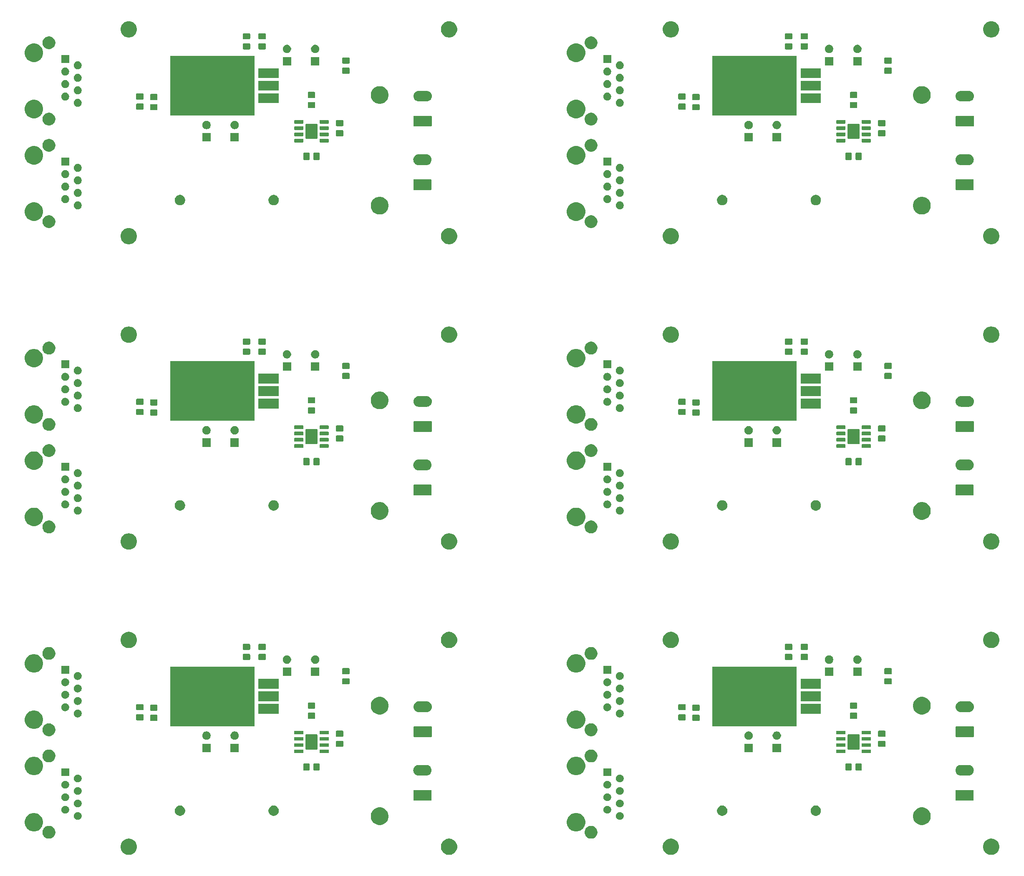
<source format=gbr>
G04 #@! TF.GenerationSoftware,KiCad,Pcbnew,5.1.4-e60b266~84~ubuntu18.04.1*
G04 #@! TF.CreationDate,2019-10-29T18:36:45-03:00*
G04 #@! TF.ProjectId,fonte_18V_panel,666f6e74-655f-4313-9856-5f70616e656c,rev?*
G04 #@! TF.SameCoordinates,Original*
G04 #@! TF.FileFunction,Soldermask,Top*
G04 #@! TF.FilePolarity,Negative*
%FSLAX46Y46*%
G04 Gerber Fmt 4.6, Leading zero omitted, Abs format (unit mm)*
G04 Created by KiCad (PCBNEW 5.1.4-e60b266~84~ubuntu18.04.1) date 2019-10-29 18:36:45*
%MOMM*%
%LPD*%
G04 APERTURE LIST*
%ADD10C,0.100000*%
G04 APERTURE END LIST*
D10*
G36*
X250107256Y-185359298D02*
G01*
X250213579Y-185380447D01*
X250514042Y-185504903D01*
X250784451Y-185685585D01*
X251014415Y-185915549D01*
X251195097Y-186185958D01*
X251319553Y-186486421D01*
X251383000Y-186805391D01*
X251383000Y-187130609D01*
X251319553Y-187449579D01*
X251195097Y-187750042D01*
X251014415Y-188020451D01*
X250784451Y-188250415D01*
X250514042Y-188431097D01*
X250213579Y-188555553D01*
X250107256Y-188576702D01*
X249894611Y-188619000D01*
X249569389Y-188619000D01*
X249356744Y-188576702D01*
X249250421Y-188555553D01*
X248949958Y-188431097D01*
X248679549Y-188250415D01*
X248449585Y-188020451D01*
X248268903Y-187750042D01*
X248144447Y-187449579D01*
X248081000Y-187130609D01*
X248081000Y-186805391D01*
X248144447Y-186486421D01*
X248268903Y-186185958D01*
X248449585Y-185915549D01*
X248679549Y-185685585D01*
X248949958Y-185504903D01*
X249250421Y-185380447D01*
X249356744Y-185359298D01*
X249569389Y-185317000D01*
X249894611Y-185317000D01*
X250107256Y-185359298D01*
X250107256Y-185359298D01*
G37*
G36*
X185107256Y-185359298D02*
G01*
X185213579Y-185380447D01*
X185514042Y-185504903D01*
X185784451Y-185685585D01*
X186014415Y-185915549D01*
X186195097Y-186185958D01*
X186319553Y-186486421D01*
X186383000Y-186805391D01*
X186383000Y-187130609D01*
X186319553Y-187449579D01*
X186195097Y-187750042D01*
X186014415Y-188020451D01*
X185784451Y-188250415D01*
X185514042Y-188431097D01*
X185213579Y-188555553D01*
X185107256Y-188576702D01*
X184894611Y-188619000D01*
X184569389Y-188619000D01*
X184356744Y-188576702D01*
X184250421Y-188555553D01*
X183949958Y-188431097D01*
X183679549Y-188250415D01*
X183449585Y-188020451D01*
X183268903Y-187750042D01*
X183144447Y-187449579D01*
X183081000Y-187130609D01*
X183081000Y-186805391D01*
X183144447Y-186486421D01*
X183268903Y-186185958D01*
X183449585Y-185915549D01*
X183679549Y-185685585D01*
X183949958Y-185504903D01*
X184250421Y-185380447D01*
X184356744Y-185359298D01*
X184569389Y-185317000D01*
X184894611Y-185317000D01*
X185107256Y-185359298D01*
X185107256Y-185359298D01*
G37*
G36*
X75107256Y-185359298D02*
G01*
X75213579Y-185380447D01*
X75514042Y-185504903D01*
X75784451Y-185685585D01*
X76014415Y-185915549D01*
X76195097Y-186185958D01*
X76319553Y-186486421D01*
X76383000Y-186805391D01*
X76383000Y-187130609D01*
X76319553Y-187449579D01*
X76195097Y-187750042D01*
X76014415Y-188020451D01*
X75784451Y-188250415D01*
X75514042Y-188431097D01*
X75213579Y-188555553D01*
X75107256Y-188576702D01*
X74894611Y-188619000D01*
X74569389Y-188619000D01*
X74356744Y-188576702D01*
X74250421Y-188555553D01*
X73949958Y-188431097D01*
X73679549Y-188250415D01*
X73449585Y-188020451D01*
X73268903Y-187750042D01*
X73144447Y-187449579D01*
X73081000Y-187130609D01*
X73081000Y-186805391D01*
X73144447Y-186486421D01*
X73268903Y-186185958D01*
X73449585Y-185915549D01*
X73679549Y-185685585D01*
X73949958Y-185504903D01*
X74250421Y-185380447D01*
X74356744Y-185359298D01*
X74569389Y-185317000D01*
X74894611Y-185317000D01*
X75107256Y-185359298D01*
X75107256Y-185359298D01*
G37*
G36*
X140107256Y-185359298D02*
G01*
X140213579Y-185380447D01*
X140514042Y-185504903D01*
X140784451Y-185685585D01*
X141014415Y-185915549D01*
X141195097Y-186185958D01*
X141319553Y-186486421D01*
X141383000Y-186805391D01*
X141383000Y-187130609D01*
X141319553Y-187449579D01*
X141195097Y-187750042D01*
X141014415Y-188020451D01*
X140784451Y-188250415D01*
X140514042Y-188431097D01*
X140213579Y-188555553D01*
X140107256Y-188576702D01*
X139894611Y-188619000D01*
X139569389Y-188619000D01*
X139356744Y-188576702D01*
X139250421Y-188555553D01*
X138949958Y-188431097D01*
X138679549Y-188250415D01*
X138449585Y-188020451D01*
X138268903Y-187750042D01*
X138144447Y-187449579D01*
X138081000Y-187130609D01*
X138081000Y-186805391D01*
X138144447Y-186486421D01*
X138268903Y-186185958D01*
X138449585Y-185915549D01*
X138679549Y-185685585D01*
X138949958Y-185504903D01*
X139250421Y-185380447D01*
X139356744Y-185359298D01*
X139569389Y-185317000D01*
X139894611Y-185317000D01*
X140107256Y-185359298D01*
X140107256Y-185359298D01*
G37*
G36*
X168919487Y-182766996D02*
G01*
X169156253Y-182865068D01*
X169156255Y-182865069D01*
X169369339Y-183007447D01*
X169550553Y-183188661D01*
X169692932Y-183401747D01*
X169791004Y-183638513D01*
X169841000Y-183889861D01*
X169841000Y-184146139D01*
X169791004Y-184397487D01*
X169692932Y-184634253D01*
X169692931Y-184634255D01*
X169550553Y-184847339D01*
X169369339Y-185028553D01*
X169156255Y-185170931D01*
X169156254Y-185170932D01*
X169156253Y-185170932D01*
X168919487Y-185269004D01*
X168668139Y-185319000D01*
X168411861Y-185319000D01*
X168160513Y-185269004D01*
X167923747Y-185170932D01*
X167923746Y-185170932D01*
X167923745Y-185170931D01*
X167710661Y-185028553D01*
X167529447Y-184847339D01*
X167387069Y-184634255D01*
X167387068Y-184634253D01*
X167288996Y-184397487D01*
X167239000Y-184146139D01*
X167239000Y-183889861D01*
X167288996Y-183638513D01*
X167387068Y-183401747D01*
X167529447Y-183188661D01*
X167710661Y-183007447D01*
X167923745Y-182865069D01*
X167923747Y-182865068D01*
X168160513Y-182766996D01*
X168411861Y-182717000D01*
X168668139Y-182717000D01*
X168919487Y-182766996D01*
X168919487Y-182766996D01*
G37*
G36*
X58919487Y-182766996D02*
G01*
X59156253Y-182865068D01*
X59156255Y-182865069D01*
X59369339Y-183007447D01*
X59550553Y-183188661D01*
X59692932Y-183401747D01*
X59791004Y-183638513D01*
X59841000Y-183889861D01*
X59841000Y-184146139D01*
X59791004Y-184397487D01*
X59692932Y-184634253D01*
X59692931Y-184634255D01*
X59550553Y-184847339D01*
X59369339Y-185028553D01*
X59156255Y-185170931D01*
X59156254Y-185170932D01*
X59156253Y-185170932D01*
X58919487Y-185269004D01*
X58668139Y-185319000D01*
X58411861Y-185319000D01*
X58160513Y-185269004D01*
X57923747Y-185170932D01*
X57923746Y-185170932D01*
X57923745Y-185170931D01*
X57710661Y-185028553D01*
X57529447Y-184847339D01*
X57387069Y-184634255D01*
X57387068Y-184634253D01*
X57288996Y-184397487D01*
X57239000Y-184146139D01*
X57239000Y-183889861D01*
X57288996Y-183638513D01*
X57387068Y-183401747D01*
X57529447Y-183188661D01*
X57710661Y-183007447D01*
X57923745Y-182865069D01*
X57923747Y-182865068D01*
X58160513Y-182766996D01*
X58411861Y-182717000D01*
X58668139Y-182717000D01*
X58919487Y-182766996D01*
X58919487Y-182766996D01*
G37*
G36*
X56037208Y-180179093D02*
G01*
X56372492Y-180317973D01*
X56378619Y-180320511D01*
X56685880Y-180525816D01*
X56947184Y-180787120D01*
X57151175Y-181092414D01*
X57152490Y-181094383D01*
X57293907Y-181435792D01*
X57366000Y-181798229D01*
X57366000Y-182167771D01*
X57293907Y-182530208D01*
X57195825Y-182766997D01*
X57152489Y-182871619D01*
X56947184Y-183178880D01*
X56685880Y-183440184D01*
X56378619Y-183645489D01*
X56378618Y-183645490D01*
X56378617Y-183645490D01*
X56037208Y-183786907D01*
X55674771Y-183859000D01*
X55305229Y-183859000D01*
X54942792Y-183786907D01*
X54601383Y-183645490D01*
X54601382Y-183645490D01*
X54601381Y-183645489D01*
X54294120Y-183440184D01*
X54032816Y-183178880D01*
X53827511Y-182871619D01*
X53784175Y-182766997D01*
X53686093Y-182530208D01*
X53614000Y-182167771D01*
X53614000Y-181798229D01*
X53686093Y-181435792D01*
X53827510Y-181094383D01*
X53828826Y-181092414D01*
X54032816Y-180787120D01*
X54294120Y-180525816D01*
X54601381Y-180320511D01*
X54607508Y-180317973D01*
X54942792Y-180179093D01*
X55305229Y-180107000D01*
X55674771Y-180107000D01*
X56037208Y-180179093D01*
X56037208Y-180179093D01*
G37*
G36*
X166037208Y-180179093D02*
G01*
X166372492Y-180317973D01*
X166378619Y-180320511D01*
X166685880Y-180525816D01*
X166947184Y-180787120D01*
X167151175Y-181092414D01*
X167152490Y-181094383D01*
X167293907Y-181435792D01*
X167366000Y-181798229D01*
X167366000Y-182167771D01*
X167293907Y-182530208D01*
X167195825Y-182766997D01*
X167152489Y-182871619D01*
X166947184Y-183178880D01*
X166685880Y-183440184D01*
X166378619Y-183645489D01*
X166378618Y-183645490D01*
X166378617Y-183645490D01*
X166037208Y-183786907D01*
X165674771Y-183859000D01*
X165305229Y-183859000D01*
X164942792Y-183786907D01*
X164601383Y-183645490D01*
X164601382Y-183645490D01*
X164601381Y-183645489D01*
X164294120Y-183440184D01*
X164032816Y-183178880D01*
X163827511Y-182871619D01*
X163784175Y-182766997D01*
X163686093Y-182530208D01*
X163614000Y-182167771D01*
X163614000Y-181798229D01*
X163686093Y-181435792D01*
X163827510Y-181094383D01*
X163828826Y-181092414D01*
X164032816Y-180787120D01*
X164294120Y-180525816D01*
X164601381Y-180320511D01*
X164607508Y-180317973D01*
X164942792Y-180179093D01*
X165305229Y-180107000D01*
X165674771Y-180107000D01*
X166037208Y-180179093D01*
X166037208Y-180179093D01*
G37*
G36*
X126180331Y-179033811D02*
G01*
X126508092Y-179169574D01*
X126803070Y-179366672D01*
X127053928Y-179617530D01*
X127251026Y-179912508D01*
X127386789Y-180240269D01*
X127456000Y-180588216D01*
X127456000Y-180942984D01*
X127386789Y-181290931D01*
X127251026Y-181618692D01*
X127053928Y-181913670D01*
X126803070Y-182164528D01*
X126508092Y-182361626D01*
X126180331Y-182497389D01*
X125832384Y-182566600D01*
X125477616Y-182566600D01*
X125129669Y-182497389D01*
X124801908Y-182361626D01*
X124506930Y-182164528D01*
X124256072Y-181913670D01*
X124058974Y-181618692D01*
X123923211Y-181290931D01*
X123854000Y-180942984D01*
X123854000Y-180588216D01*
X123923211Y-180240269D01*
X124058974Y-179912508D01*
X124256072Y-179617530D01*
X124506930Y-179366672D01*
X124801908Y-179169574D01*
X125129669Y-179033811D01*
X125477616Y-178964600D01*
X125832384Y-178964600D01*
X126180331Y-179033811D01*
X126180331Y-179033811D01*
G37*
G36*
X236180331Y-179033811D02*
G01*
X236508092Y-179169574D01*
X236803070Y-179366672D01*
X237053928Y-179617530D01*
X237251026Y-179912508D01*
X237386789Y-180240269D01*
X237456000Y-180588216D01*
X237456000Y-180942984D01*
X237386789Y-181290931D01*
X237251026Y-181618692D01*
X237053928Y-181913670D01*
X236803070Y-182164528D01*
X236508092Y-182361626D01*
X236180331Y-182497389D01*
X235832384Y-182566600D01*
X235477616Y-182566600D01*
X235129669Y-182497389D01*
X234801908Y-182361626D01*
X234506930Y-182164528D01*
X234256072Y-181913670D01*
X234058974Y-181618692D01*
X233923211Y-181290931D01*
X233854000Y-180942984D01*
X233854000Y-180588216D01*
X233923211Y-180240269D01*
X234058974Y-179912508D01*
X234256072Y-179617530D01*
X234506930Y-179366672D01*
X234801908Y-179169574D01*
X235129669Y-179033811D01*
X235477616Y-178964600D01*
X235832384Y-178964600D01*
X236180331Y-179033811D01*
X236180331Y-179033811D01*
G37*
G36*
X174613642Y-179942781D02*
G01*
X174759414Y-180003162D01*
X174759416Y-180003163D01*
X174890608Y-180090822D01*
X175002178Y-180202392D01*
X175027486Y-180240269D01*
X175089838Y-180333586D01*
X175150219Y-180479358D01*
X175181000Y-180634107D01*
X175181000Y-180791893D01*
X175150219Y-180946642D01*
X175089838Y-181092414D01*
X175089837Y-181092416D01*
X175002178Y-181223608D01*
X174890608Y-181335178D01*
X174759416Y-181422837D01*
X174759415Y-181422838D01*
X174759414Y-181422838D01*
X174613642Y-181483219D01*
X174458893Y-181514000D01*
X174301107Y-181514000D01*
X174146358Y-181483219D01*
X174000586Y-181422838D01*
X174000585Y-181422838D01*
X174000584Y-181422837D01*
X173869392Y-181335178D01*
X173757822Y-181223608D01*
X173670163Y-181092416D01*
X173670162Y-181092414D01*
X173609781Y-180946642D01*
X173579000Y-180791893D01*
X173579000Y-180634107D01*
X173609781Y-180479358D01*
X173670162Y-180333586D01*
X173732514Y-180240269D01*
X173757822Y-180202392D01*
X173869392Y-180090822D01*
X174000584Y-180003163D01*
X174000586Y-180003162D01*
X174146358Y-179942781D01*
X174301107Y-179912000D01*
X174458893Y-179912000D01*
X174613642Y-179942781D01*
X174613642Y-179942781D01*
G37*
G36*
X64613642Y-179942781D02*
G01*
X64759414Y-180003162D01*
X64759416Y-180003163D01*
X64890608Y-180090822D01*
X65002178Y-180202392D01*
X65027486Y-180240269D01*
X65089838Y-180333586D01*
X65150219Y-180479358D01*
X65181000Y-180634107D01*
X65181000Y-180791893D01*
X65150219Y-180946642D01*
X65089838Y-181092414D01*
X65089837Y-181092416D01*
X65002178Y-181223608D01*
X64890608Y-181335178D01*
X64759416Y-181422837D01*
X64759415Y-181422838D01*
X64759414Y-181422838D01*
X64613642Y-181483219D01*
X64458893Y-181514000D01*
X64301107Y-181514000D01*
X64146358Y-181483219D01*
X64000586Y-181422838D01*
X64000585Y-181422838D01*
X64000584Y-181422837D01*
X63869392Y-181335178D01*
X63757822Y-181223608D01*
X63670163Y-181092416D01*
X63670162Y-181092414D01*
X63609781Y-180946642D01*
X63579000Y-180791893D01*
X63579000Y-180634107D01*
X63609781Y-180479358D01*
X63670162Y-180333586D01*
X63732514Y-180240269D01*
X63757822Y-180202392D01*
X63869392Y-180090822D01*
X64000584Y-180003163D01*
X64000586Y-180003162D01*
X64146358Y-179942781D01*
X64301107Y-179912000D01*
X64458893Y-179912000D01*
X64613642Y-179942781D01*
X64613642Y-179942781D01*
G37*
G36*
X195448564Y-178637389D02*
G01*
X195639833Y-178716615D01*
X195639835Y-178716616D01*
X195664599Y-178733163D01*
X195811973Y-178831635D01*
X195958365Y-178978027D01*
X196073385Y-179150167D01*
X196152611Y-179341436D01*
X196193000Y-179544484D01*
X196193000Y-179751516D01*
X196152611Y-179954564D01*
X196106793Y-180065178D01*
X196073384Y-180145835D01*
X195958365Y-180317973D01*
X195811973Y-180464365D01*
X195639835Y-180579384D01*
X195639834Y-180579385D01*
X195639833Y-180579385D01*
X195448564Y-180658611D01*
X195245516Y-180699000D01*
X195038484Y-180699000D01*
X194835436Y-180658611D01*
X194644167Y-180579385D01*
X194644166Y-180579385D01*
X194644165Y-180579384D01*
X194472027Y-180464365D01*
X194325635Y-180317973D01*
X194210616Y-180145835D01*
X194177207Y-180065178D01*
X194131389Y-179954564D01*
X194091000Y-179751516D01*
X194091000Y-179544484D01*
X194131389Y-179341436D01*
X194210615Y-179150167D01*
X194325635Y-178978027D01*
X194472027Y-178831635D01*
X194619401Y-178733163D01*
X194644165Y-178716616D01*
X194644167Y-178716615D01*
X194835436Y-178637389D01*
X195038484Y-178597000D01*
X195245516Y-178597000D01*
X195448564Y-178637389D01*
X195448564Y-178637389D01*
G37*
G36*
X214448564Y-178637389D02*
G01*
X214639833Y-178716615D01*
X214639835Y-178716616D01*
X214664599Y-178733163D01*
X214811973Y-178831635D01*
X214958365Y-178978027D01*
X215073385Y-179150167D01*
X215152611Y-179341436D01*
X215193000Y-179544484D01*
X215193000Y-179751516D01*
X215152611Y-179954564D01*
X215106793Y-180065178D01*
X215073384Y-180145835D01*
X214958365Y-180317973D01*
X214811973Y-180464365D01*
X214639835Y-180579384D01*
X214639834Y-180579385D01*
X214639833Y-180579385D01*
X214448564Y-180658611D01*
X214245516Y-180699000D01*
X214038484Y-180699000D01*
X213835436Y-180658611D01*
X213644167Y-180579385D01*
X213644166Y-180579385D01*
X213644165Y-180579384D01*
X213472027Y-180464365D01*
X213325635Y-180317973D01*
X213210616Y-180145835D01*
X213177207Y-180065178D01*
X213131389Y-179954564D01*
X213091000Y-179751516D01*
X213091000Y-179544484D01*
X213131389Y-179341436D01*
X213210615Y-179150167D01*
X213325635Y-178978027D01*
X213472027Y-178831635D01*
X213619401Y-178733163D01*
X213644165Y-178716616D01*
X213644167Y-178716615D01*
X213835436Y-178637389D01*
X214038484Y-178597000D01*
X214245516Y-178597000D01*
X214448564Y-178637389D01*
X214448564Y-178637389D01*
G37*
G36*
X85448564Y-178637389D02*
G01*
X85639833Y-178716615D01*
X85639835Y-178716616D01*
X85664599Y-178733163D01*
X85811973Y-178831635D01*
X85958365Y-178978027D01*
X86073385Y-179150167D01*
X86152611Y-179341436D01*
X86193000Y-179544484D01*
X86193000Y-179751516D01*
X86152611Y-179954564D01*
X86106793Y-180065178D01*
X86073384Y-180145835D01*
X85958365Y-180317973D01*
X85811973Y-180464365D01*
X85639835Y-180579384D01*
X85639834Y-180579385D01*
X85639833Y-180579385D01*
X85448564Y-180658611D01*
X85245516Y-180699000D01*
X85038484Y-180699000D01*
X84835436Y-180658611D01*
X84644167Y-180579385D01*
X84644166Y-180579385D01*
X84644165Y-180579384D01*
X84472027Y-180464365D01*
X84325635Y-180317973D01*
X84210616Y-180145835D01*
X84177207Y-180065178D01*
X84131389Y-179954564D01*
X84091000Y-179751516D01*
X84091000Y-179544484D01*
X84131389Y-179341436D01*
X84210615Y-179150167D01*
X84325635Y-178978027D01*
X84472027Y-178831635D01*
X84619401Y-178733163D01*
X84644165Y-178716616D01*
X84644167Y-178716615D01*
X84835436Y-178637389D01*
X85038484Y-178597000D01*
X85245516Y-178597000D01*
X85448564Y-178637389D01*
X85448564Y-178637389D01*
G37*
G36*
X104448564Y-178637389D02*
G01*
X104639833Y-178716615D01*
X104639835Y-178716616D01*
X104664599Y-178733163D01*
X104811973Y-178831635D01*
X104958365Y-178978027D01*
X105073385Y-179150167D01*
X105152611Y-179341436D01*
X105193000Y-179544484D01*
X105193000Y-179751516D01*
X105152611Y-179954564D01*
X105106793Y-180065178D01*
X105073384Y-180145835D01*
X104958365Y-180317973D01*
X104811973Y-180464365D01*
X104639835Y-180579384D01*
X104639834Y-180579385D01*
X104639833Y-180579385D01*
X104448564Y-180658611D01*
X104245516Y-180699000D01*
X104038484Y-180699000D01*
X103835436Y-180658611D01*
X103644167Y-180579385D01*
X103644166Y-180579385D01*
X103644165Y-180579384D01*
X103472027Y-180464365D01*
X103325635Y-180317973D01*
X103210616Y-180145835D01*
X103177207Y-180065178D01*
X103131389Y-179954564D01*
X103091000Y-179751516D01*
X103091000Y-179544484D01*
X103131389Y-179341436D01*
X103210615Y-179150167D01*
X103325635Y-178978027D01*
X103472027Y-178831635D01*
X103619401Y-178733163D01*
X103644165Y-178716616D01*
X103644167Y-178716615D01*
X103835436Y-178637389D01*
X104038484Y-178597000D01*
X104245516Y-178597000D01*
X104448564Y-178637389D01*
X104448564Y-178637389D01*
G37*
G36*
X62073642Y-178672781D02*
G01*
X62219414Y-178733162D01*
X62219416Y-178733163D01*
X62350608Y-178820822D01*
X62462178Y-178932392D01*
X62489979Y-178974000D01*
X62549838Y-179063586D01*
X62610219Y-179209358D01*
X62641000Y-179364107D01*
X62641000Y-179521893D01*
X62610219Y-179676642D01*
X62579205Y-179751516D01*
X62549837Y-179822416D01*
X62462178Y-179953608D01*
X62350608Y-180065178D01*
X62219416Y-180152837D01*
X62219415Y-180152838D01*
X62219414Y-180152838D01*
X62073642Y-180213219D01*
X61918893Y-180244000D01*
X61761107Y-180244000D01*
X61606358Y-180213219D01*
X61460586Y-180152838D01*
X61460585Y-180152838D01*
X61460584Y-180152837D01*
X61329392Y-180065178D01*
X61217822Y-179953608D01*
X61130163Y-179822416D01*
X61100795Y-179751516D01*
X61069781Y-179676642D01*
X61039000Y-179521893D01*
X61039000Y-179364107D01*
X61069781Y-179209358D01*
X61130162Y-179063586D01*
X61190021Y-178974000D01*
X61217822Y-178932392D01*
X61329392Y-178820822D01*
X61460584Y-178733163D01*
X61460586Y-178733162D01*
X61606358Y-178672781D01*
X61761107Y-178642000D01*
X61918893Y-178642000D01*
X62073642Y-178672781D01*
X62073642Y-178672781D01*
G37*
G36*
X172073642Y-178672781D02*
G01*
X172219414Y-178733162D01*
X172219416Y-178733163D01*
X172350608Y-178820822D01*
X172462178Y-178932392D01*
X172489979Y-178974000D01*
X172549838Y-179063586D01*
X172610219Y-179209358D01*
X172641000Y-179364107D01*
X172641000Y-179521893D01*
X172610219Y-179676642D01*
X172579205Y-179751516D01*
X172549837Y-179822416D01*
X172462178Y-179953608D01*
X172350608Y-180065178D01*
X172219416Y-180152837D01*
X172219415Y-180152838D01*
X172219414Y-180152838D01*
X172073642Y-180213219D01*
X171918893Y-180244000D01*
X171761107Y-180244000D01*
X171606358Y-180213219D01*
X171460586Y-180152838D01*
X171460585Y-180152838D01*
X171460584Y-180152837D01*
X171329392Y-180065178D01*
X171217822Y-179953608D01*
X171130163Y-179822416D01*
X171100795Y-179751516D01*
X171069781Y-179676642D01*
X171039000Y-179521893D01*
X171039000Y-179364107D01*
X171069781Y-179209358D01*
X171130162Y-179063586D01*
X171190021Y-178974000D01*
X171217822Y-178932392D01*
X171329392Y-178820822D01*
X171460584Y-178733163D01*
X171460586Y-178733162D01*
X171606358Y-178672781D01*
X171761107Y-178642000D01*
X171918893Y-178642000D01*
X172073642Y-178672781D01*
X172073642Y-178672781D01*
G37*
G36*
X64613642Y-177402781D02*
G01*
X64759414Y-177463162D01*
X64759416Y-177463163D01*
X64890608Y-177550822D01*
X65002178Y-177662392D01*
X65009412Y-177673219D01*
X65089838Y-177793586D01*
X65150219Y-177939358D01*
X65181000Y-178094107D01*
X65181000Y-178251893D01*
X65150219Y-178406642D01*
X65089838Y-178552414D01*
X65089837Y-178552416D01*
X65002178Y-178683608D01*
X64890608Y-178795178D01*
X64759416Y-178882837D01*
X64759415Y-178882838D01*
X64759414Y-178882838D01*
X64613642Y-178943219D01*
X64458893Y-178974000D01*
X64301107Y-178974000D01*
X64146358Y-178943219D01*
X64000586Y-178882838D01*
X64000585Y-178882838D01*
X64000584Y-178882837D01*
X63869392Y-178795178D01*
X63757822Y-178683608D01*
X63670163Y-178552416D01*
X63670162Y-178552414D01*
X63609781Y-178406642D01*
X63579000Y-178251893D01*
X63579000Y-178094107D01*
X63609781Y-177939358D01*
X63670162Y-177793586D01*
X63750588Y-177673219D01*
X63757822Y-177662392D01*
X63869392Y-177550822D01*
X64000584Y-177463163D01*
X64000586Y-177463162D01*
X64146358Y-177402781D01*
X64301107Y-177372000D01*
X64458893Y-177372000D01*
X64613642Y-177402781D01*
X64613642Y-177402781D01*
G37*
G36*
X174613642Y-177402781D02*
G01*
X174759414Y-177463162D01*
X174759416Y-177463163D01*
X174890608Y-177550822D01*
X175002178Y-177662392D01*
X175009412Y-177673219D01*
X175089838Y-177793586D01*
X175150219Y-177939358D01*
X175181000Y-178094107D01*
X175181000Y-178251893D01*
X175150219Y-178406642D01*
X175089838Y-178552414D01*
X175089837Y-178552416D01*
X175002178Y-178683608D01*
X174890608Y-178795178D01*
X174759416Y-178882837D01*
X174759415Y-178882838D01*
X174759414Y-178882838D01*
X174613642Y-178943219D01*
X174458893Y-178974000D01*
X174301107Y-178974000D01*
X174146358Y-178943219D01*
X174000586Y-178882838D01*
X174000585Y-178882838D01*
X174000584Y-178882837D01*
X173869392Y-178795178D01*
X173757822Y-178683608D01*
X173670163Y-178552416D01*
X173670162Y-178552414D01*
X173609781Y-178406642D01*
X173579000Y-178251893D01*
X173579000Y-178094107D01*
X173609781Y-177939358D01*
X173670162Y-177793586D01*
X173750588Y-177673219D01*
X173757822Y-177662392D01*
X173869392Y-177550822D01*
X174000584Y-177463163D01*
X174000586Y-177463162D01*
X174146358Y-177402781D01*
X174301107Y-177372000D01*
X174458893Y-177372000D01*
X174613642Y-177402781D01*
X174613642Y-177402781D01*
G37*
G36*
X62073642Y-176132781D02*
G01*
X62219414Y-176193162D01*
X62219416Y-176193163D01*
X62350608Y-176280822D01*
X62462178Y-176392392D01*
X62469412Y-176403219D01*
X62549838Y-176523586D01*
X62610219Y-176669358D01*
X62641000Y-176824107D01*
X62641000Y-176981893D01*
X62610219Y-177136642D01*
X62549838Y-177282414D01*
X62549837Y-177282416D01*
X62462178Y-177413608D01*
X62350608Y-177525178D01*
X62219416Y-177612837D01*
X62219415Y-177612838D01*
X62219414Y-177612838D01*
X62073642Y-177673219D01*
X61918893Y-177704000D01*
X61761107Y-177704000D01*
X61606358Y-177673219D01*
X61460586Y-177612838D01*
X61460585Y-177612838D01*
X61460584Y-177612837D01*
X61329392Y-177525178D01*
X61217822Y-177413608D01*
X61130163Y-177282416D01*
X61130162Y-177282414D01*
X61069781Y-177136642D01*
X61039000Y-176981893D01*
X61039000Y-176824107D01*
X61069781Y-176669358D01*
X61130162Y-176523586D01*
X61210588Y-176403219D01*
X61217822Y-176392392D01*
X61329392Y-176280822D01*
X61460584Y-176193163D01*
X61460586Y-176193162D01*
X61606358Y-176132781D01*
X61761107Y-176102000D01*
X61918893Y-176102000D01*
X62073642Y-176132781D01*
X62073642Y-176132781D01*
G37*
G36*
X172073642Y-176132781D02*
G01*
X172219414Y-176193162D01*
X172219416Y-176193163D01*
X172350608Y-176280822D01*
X172462178Y-176392392D01*
X172469412Y-176403219D01*
X172549838Y-176523586D01*
X172610219Y-176669358D01*
X172641000Y-176824107D01*
X172641000Y-176981893D01*
X172610219Y-177136642D01*
X172549838Y-177282414D01*
X172549837Y-177282416D01*
X172462178Y-177413608D01*
X172350608Y-177525178D01*
X172219416Y-177612837D01*
X172219415Y-177612838D01*
X172219414Y-177612838D01*
X172073642Y-177673219D01*
X171918893Y-177704000D01*
X171761107Y-177704000D01*
X171606358Y-177673219D01*
X171460586Y-177612838D01*
X171460585Y-177612838D01*
X171460584Y-177612837D01*
X171329392Y-177525178D01*
X171217822Y-177413608D01*
X171130163Y-177282416D01*
X171130162Y-177282414D01*
X171069781Y-177136642D01*
X171039000Y-176981893D01*
X171039000Y-176824107D01*
X171069781Y-176669358D01*
X171130162Y-176523586D01*
X171210588Y-176403219D01*
X171217822Y-176392392D01*
X171329392Y-176280822D01*
X171460584Y-176193163D01*
X171460586Y-176193162D01*
X171606358Y-176132781D01*
X171761107Y-176102000D01*
X171918893Y-176102000D01*
X172073642Y-176132781D01*
X172073642Y-176132781D01*
G37*
G36*
X136048217Y-175430808D02*
G01*
X136079489Y-175440294D01*
X136108308Y-175455698D01*
X136133570Y-175476430D01*
X136154302Y-175501692D01*
X136169706Y-175530511D01*
X136179192Y-175561783D01*
X136183000Y-175600448D01*
X136183000Y-177435552D01*
X136179192Y-177474217D01*
X136169706Y-177505489D01*
X136154302Y-177534308D01*
X136133570Y-177559570D01*
X136108308Y-177580302D01*
X136079489Y-177595706D01*
X136048217Y-177605192D01*
X136009552Y-177609000D01*
X132654448Y-177609000D01*
X132615783Y-177605192D01*
X132584511Y-177595706D01*
X132555692Y-177580302D01*
X132530430Y-177559570D01*
X132509698Y-177534308D01*
X132494294Y-177505489D01*
X132484808Y-177474217D01*
X132481000Y-177435552D01*
X132481000Y-175600448D01*
X132484808Y-175561783D01*
X132494294Y-175530511D01*
X132509698Y-175501692D01*
X132530430Y-175476430D01*
X132555692Y-175455698D01*
X132584511Y-175440294D01*
X132615783Y-175430808D01*
X132654448Y-175427000D01*
X136009552Y-175427000D01*
X136048217Y-175430808D01*
X136048217Y-175430808D01*
G37*
G36*
X246048217Y-175430808D02*
G01*
X246079489Y-175440294D01*
X246108308Y-175455698D01*
X246133570Y-175476430D01*
X246154302Y-175501692D01*
X246169706Y-175530511D01*
X246179192Y-175561783D01*
X246183000Y-175600448D01*
X246183000Y-177435552D01*
X246179192Y-177474217D01*
X246169706Y-177505489D01*
X246154302Y-177534308D01*
X246133570Y-177559570D01*
X246108308Y-177580302D01*
X246079489Y-177595706D01*
X246048217Y-177605192D01*
X246009552Y-177609000D01*
X242654448Y-177609000D01*
X242615783Y-177605192D01*
X242584511Y-177595706D01*
X242555692Y-177580302D01*
X242530430Y-177559570D01*
X242509698Y-177534308D01*
X242494294Y-177505489D01*
X242484808Y-177474217D01*
X242481000Y-177435552D01*
X242481000Y-175600448D01*
X242484808Y-175561783D01*
X242494294Y-175530511D01*
X242509698Y-175501692D01*
X242530430Y-175476430D01*
X242555692Y-175455698D01*
X242584511Y-175440294D01*
X242615783Y-175430808D01*
X242654448Y-175427000D01*
X246009552Y-175427000D01*
X246048217Y-175430808D01*
X246048217Y-175430808D01*
G37*
G36*
X174613642Y-174862781D02*
G01*
X174759414Y-174923162D01*
X174759416Y-174923163D01*
X174890608Y-175010822D01*
X175002178Y-175122392D01*
X175009412Y-175133219D01*
X175089838Y-175253586D01*
X175150219Y-175399358D01*
X175181000Y-175554107D01*
X175181000Y-175711893D01*
X175150219Y-175866642D01*
X175089838Y-176012414D01*
X175089837Y-176012416D01*
X175002178Y-176143608D01*
X174890608Y-176255178D01*
X174759416Y-176342837D01*
X174759415Y-176342838D01*
X174759414Y-176342838D01*
X174613642Y-176403219D01*
X174458893Y-176434000D01*
X174301107Y-176434000D01*
X174146358Y-176403219D01*
X174000586Y-176342838D01*
X174000585Y-176342838D01*
X174000584Y-176342837D01*
X173869392Y-176255178D01*
X173757822Y-176143608D01*
X173670163Y-176012416D01*
X173670162Y-176012414D01*
X173609781Y-175866642D01*
X173579000Y-175711893D01*
X173579000Y-175554107D01*
X173609781Y-175399358D01*
X173670162Y-175253586D01*
X173750588Y-175133219D01*
X173757822Y-175122392D01*
X173869392Y-175010822D01*
X174000584Y-174923163D01*
X174000586Y-174923162D01*
X174146358Y-174862781D01*
X174301107Y-174832000D01*
X174458893Y-174832000D01*
X174613642Y-174862781D01*
X174613642Y-174862781D01*
G37*
G36*
X64613642Y-174862781D02*
G01*
X64759414Y-174923162D01*
X64759416Y-174923163D01*
X64890608Y-175010822D01*
X65002178Y-175122392D01*
X65009412Y-175133219D01*
X65089838Y-175253586D01*
X65150219Y-175399358D01*
X65181000Y-175554107D01*
X65181000Y-175711893D01*
X65150219Y-175866642D01*
X65089838Y-176012414D01*
X65089837Y-176012416D01*
X65002178Y-176143608D01*
X64890608Y-176255178D01*
X64759416Y-176342837D01*
X64759415Y-176342838D01*
X64759414Y-176342838D01*
X64613642Y-176403219D01*
X64458893Y-176434000D01*
X64301107Y-176434000D01*
X64146358Y-176403219D01*
X64000586Y-176342838D01*
X64000585Y-176342838D01*
X64000584Y-176342837D01*
X63869392Y-176255178D01*
X63757822Y-176143608D01*
X63670163Y-176012416D01*
X63670162Y-176012414D01*
X63609781Y-175866642D01*
X63579000Y-175711893D01*
X63579000Y-175554107D01*
X63609781Y-175399358D01*
X63670162Y-175253586D01*
X63750588Y-175133219D01*
X63757822Y-175122392D01*
X63869392Y-175010822D01*
X64000584Y-174923163D01*
X64000586Y-174923162D01*
X64146358Y-174862781D01*
X64301107Y-174832000D01*
X64458893Y-174832000D01*
X64613642Y-174862781D01*
X64613642Y-174862781D01*
G37*
G36*
X172073642Y-173592781D02*
G01*
X172219414Y-173653162D01*
X172219416Y-173653163D01*
X172350608Y-173740822D01*
X172462178Y-173852392D01*
X172469412Y-173863219D01*
X172549838Y-173983586D01*
X172610219Y-174129358D01*
X172641000Y-174284107D01*
X172641000Y-174441893D01*
X172610219Y-174596642D01*
X172549838Y-174742414D01*
X172549837Y-174742416D01*
X172462178Y-174873608D01*
X172350608Y-174985178D01*
X172219416Y-175072837D01*
X172219415Y-175072838D01*
X172219414Y-175072838D01*
X172073642Y-175133219D01*
X171918893Y-175164000D01*
X171761107Y-175164000D01*
X171606358Y-175133219D01*
X171460586Y-175072838D01*
X171460585Y-175072838D01*
X171460584Y-175072837D01*
X171329392Y-174985178D01*
X171217822Y-174873608D01*
X171130163Y-174742416D01*
X171130162Y-174742414D01*
X171069781Y-174596642D01*
X171039000Y-174441893D01*
X171039000Y-174284107D01*
X171069781Y-174129358D01*
X171130162Y-173983586D01*
X171210588Y-173863219D01*
X171217822Y-173852392D01*
X171329392Y-173740822D01*
X171460584Y-173653163D01*
X171460586Y-173653162D01*
X171606358Y-173592781D01*
X171761107Y-173562000D01*
X171918893Y-173562000D01*
X172073642Y-173592781D01*
X172073642Y-173592781D01*
G37*
G36*
X62073642Y-173592781D02*
G01*
X62219414Y-173653162D01*
X62219416Y-173653163D01*
X62350608Y-173740822D01*
X62462178Y-173852392D01*
X62469412Y-173863219D01*
X62549838Y-173983586D01*
X62610219Y-174129358D01*
X62641000Y-174284107D01*
X62641000Y-174441893D01*
X62610219Y-174596642D01*
X62549838Y-174742414D01*
X62549837Y-174742416D01*
X62462178Y-174873608D01*
X62350608Y-174985178D01*
X62219416Y-175072837D01*
X62219415Y-175072838D01*
X62219414Y-175072838D01*
X62073642Y-175133219D01*
X61918893Y-175164000D01*
X61761107Y-175164000D01*
X61606358Y-175133219D01*
X61460586Y-175072838D01*
X61460585Y-175072838D01*
X61460584Y-175072837D01*
X61329392Y-174985178D01*
X61217822Y-174873608D01*
X61130163Y-174742416D01*
X61130162Y-174742414D01*
X61069781Y-174596642D01*
X61039000Y-174441893D01*
X61039000Y-174284107D01*
X61069781Y-174129358D01*
X61130162Y-173983586D01*
X61210588Y-173863219D01*
X61217822Y-173852392D01*
X61329392Y-173740822D01*
X61460584Y-173653163D01*
X61460586Y-173653162D01*
X61606358Y-173592781D01*
X61761107Y-173562000D01*
X61918893Y-173562000D01*
X62073642Y-173592781D01*
X62073642Y-173592781D01*
G37*
G36*
X174613642Y-172322781D02*
G01*
X174759414Y-172383162D01*
X174759416Y-172383163D01*
X174890608Y-172470822D01*
X175002178Y-172582392D01*
X175029979Y-172624000D01*
X175089838Y-172713586D01*
X175150219Y-172859358D01*
X175181000Y-173014107D01*
X175181000Y-173171893D01*
X175150219Y-173326642D01*
X175089838Y-173472414D01*
X175089837Y-173472416D01*
X175002178Y-173603608D01*
X174890608Y-173715178D01*
X174759416Y-173802837D01*
X174759415Y-173802838D01*
X174759414Y-173802838D01*
X174613642Y-173863219D01*
X174458893Y-173894000D01*
X174301107Y-173894000D01*
X174146358Y-173863219D01*
X174000586Y-173802838D01*
X174000585Y-173802838D01*
X174000584Y-173802837D01*
X173869392Y-173715178D01*
X173757822Y-173603608D01*
X173670163Y-173472416D01*
X173670162Y-173472414D01*
X173609781Y-173326642D01*
X173579000Y-173171893D01*
X173579000Y-173014107D01*
X173609781Y-172859358D01*
X173670162Y-172713586D01*
X173730021Y-172624000D01*
X173757822Y-172582392D01*
X173869392Y-172470822D01*
X174000584Y-172383163D01*
X174000586Y-172383162D01*
X174146358Y-172322781D01*
X174301107Y-172292000D01*
X174458893Y-172292000D01*
X174613642Y-172322781D01*
X174613642Y-172322781D01*
G37*
G36*
X64613642Y-172322781D02*
G01*
X64759414Y-172383162D01*
X64759416Y-172383163D01*
X64890608Y-172470822D01*
X65002178Y-172582392D01*
X65029979Y-172624000D01*
X65089838Y-172713586D01*
X65150219Y-172859358D01*
X65181000Y-173014107D01*
X65181000Y-173171893D01*
X65150219Y-173326642D01*
X65089838Y-173472414D01*
X65089837Y-173472416D01*
X65002178Y-173603608D01*
X64890608Y-173715178D01*
X64759416Y-173802837D01*
X64759415Y-173802838D01*
X64759414Y-173802838D01*
X64613642Y-173863219D01*
X64458893Y-173894000D01*
X64301107Y-173894000D01*
X64146358Y-173863219D01*
X64000586Y-173802838D01*
X64000585Y-173802838D01*
X64000584Y-173802837D01*
X63869392Y-173715178D01*
X63757822Y-173603608D01*
X63670163Y-173472416D01*
X63670162Y-173472414D01*
X63609781Y-173326642D01*
X63579000Y-173171893D01*
X63579000Y-173014107D01*
X63609781Y-172859358D01*
X63670162Y-172713586D01*
X63730021Y-172624000D01*
X63757822Y-172582392D01*
X63869392Y-172470822D01*
X64000584Y-172383163D01*
X64000586Y-172383162D01*
X64146358Y-172322781D01*
X64301107Y-172292000D01*
X64458893Y-172292000D01*
X64613642Y-172322781D01*
X64613642Y-172322781D01*
G37*
G36*
X62641000Y-172624000D02*
G01*
X61039000Y-172624000D01*
X61039000Y-171022000D01*
X62641000Y-171022000D01*
X62641000Y-172624000D01*
X62641000Y-172624000D01*
G37*
G36*
X172641000Y-172624000D02*
G01*
X171039000Y-172624000D01*
X171039000Y-171022000D01*
X172641000Y-171022000D01*
X172641000Y-172624000D01*
X172641000Y-172624000D01*
G37*
G36*
X135305871Y-170362786D02*
G01*
X135511530Y-170425172D01*
X135701055Y-170526475D01*
X135701058Y-170526477D01*
X135701059Y-170526478D01*
X135867186Y-170662814D01*
X136003522Y-170828941D01*
X136003525Y-170828945D01*
X136104828Y-171018470D01*
X136167214Y-171224129D01*
X136188278Y-171438000D01*
X136167214Y-171651871D01*
X136104828Y-171857530D01*
X136003525Y-172047055D01*
X136003523Y-172047058D01*
X136003522Y-172047059D01*
X135867186Y-172213186D01*
X135701059Y-172349522D01*
X135701055Y-172349525D01*
X135511530Y-172450828D01*
X135305871Y-172513214D01*
X135145591Y-172529000D01*
X133518409Y-172529000D01*
X133358129Y-172513214D01*
X133152470Y-172450828D01*
X132962945Y-172349525D01*
X132962941Y-172349522D01*
X132796814Y-172213186D01*
X132660478Y-172047059D01*
X132660477Y-172047058D01*
X132660475Y-172047055D01*
X132559172Y-171857530D01*
X132496786Y-171651871D01*
X132475722Y-171438000D01*
X132496786Y-171224129D01*
X132559172Y-171018470D01*
X132660475Y-170828945D01*
X132660478Y-170828941D01*
X132796814Y-170662814D01*
X132962941Y-170526478D01*
X132962942Y-170526477D01*
X132962945Y-170526475D01*
X133152470Y-170425172D01*
X133358129Y-170362786D01*
X133518409Y-170347000D01*
X135145591Y-170347000D01*
X135305871Y-170362786D01*
X135305871Y-170362786D01*
G37*
G36*
X245305871Y-170362786D02*
G01*
X245511530Y-170425172D01*
X245701055Y-170526475D01*
X245701058Y-170526477D01*
X245701059Y-170526478D01*
X245867186Y-170662814D01*
X246003522Y-170828941D01*
X246003525Y-170828945D01*
X246104828Y-171018470D01*
X246167214Y-171224129D01*
X246188278Y-171438000D01*
X246167214Y-171651871D01*
X246104828Y-171857530D01*
X246003525Y-172047055D01*
X246003523Y-172047058D01*
X246003522Y-172047059D01*
X245867186Y-172213186D01*
X245701059Y-172349522D01*
X245701055Y-172349525D01*
X245511530Y-172450828D01*
X245305871Y-172513214D01*
X245145591Y-172529000D01*
X243518409Y-172529000D01*
X243358129Y-172513214D01*
X243152470Y-172450828D01*
X242962945Y-172349525D01*
X242962941Y-172349522D01*
X242796814Y-172213186D01*
X242660478Y-172047059D01*
X242660477Y-172047058D01*
X242660475Y-172047055D01*
X242559172Y-171857530D01*
X242496786Y-171651871D01*
X242475722Y-171438000D01*
X242496786Y-171224129D01*
X242559172Y-171018470D01*
X242660475Y-170828945D01*
X242660478Y-170828941D01*
X242796814Y-170662814D01*
X242962941Y-170526478D01*
X242962942Y-170526477D01*
X242962945Y-170526475D01*
X243152470Y-170425172D01*
X243358129Y-170362786D01*
X243518409Y-170347000D01*
X245145591Y-170347000D01*
X245305871Y-170362786D01*
X245305871Y-170362786D01*
G37*
G36*
X166037208Y-168749093D02*
G01*
X166378617Y-168890510D01*
X166378619Y-168890511D01*
X166685880Y-169095816D01*
X166947184Y-169357120D01*
X167152490Y-169664383D01*
X167293907Y-170005792D01*
X167366000Y-170368229D01*
X167366000Y-170737771D01*
X167293907Y-171100208D01*
X167157599Y-171429282D01*
X167152489Y-171441619D01*
X166947184Y-171748880D01*
X166685880Y-172010184D01*
X166378619Y-172215489D01*
X166378618Y-172215490D01*
X166378617Y-172215490D01*
X166037208Y-172356907D01*
X165674771Y-172429000D01*
X165305229Y-172429000D01*
X164942792Y-172356907D01*
X164601383Y-172215490D01*
X164601382Y-172215490D01*
X164601381Y-172215489D01*
X164294120Y-172010184D01*
X164032816Y-171748880D01*
X163827511Y-171441619D01*
X163822401Y-171429282D01*
X163686093Y-171100208D01*
X163614000Y-170737771D01*
X163614000Y-170368229D01*
X163686093Y-170005792D01*
X163827510Y-169664383D01*
X164032816Y-169357120D01*
X164294120Y-169095816D01*
X164601381Y-168890511D01*
X164601383Y-168890510D01*
X164942792Y-168749093D01*
X165305229Y-168677000D01*
X165674771Y-168677000D01*
X166037208Y-168749093D01*
X166037208Y-168749093D01*
G37*
G36*
X56037208Y-168749093D02*
G01*
X56378617Y-168890510D01*
X56378619Y-168890511D01*
X56685880Y-169095816D01*
X56947184Y-169357120D01*
X57152490Y-169664383D01*
X57293907Y-170005792D01*
X57366000Y-170368229D01*
X57366000Y-170737771D01*
X57293907Y-171100208D01*
X57157599Y-171429282D01*
X57152489Y-171441619D01*
X56947184Y-171748880D01*
X56685880Y-172010184D01*
X56378619Y-172215489D01*
X56378618Y-172215490D01*
X56378617Y-172215490D01*
X56037208Y-172356907D01*
X55674771Y-172429000D01*
X55305229Y-172429000D01*
X54942792Y-172356907D01*
X54601383Y-172215490D01*
X54601382Y-172215490D01*
X54601381Y-172215489D01*
X54294120Y-172010184D01*
X54032816Y-171748880D01*
X53827511Y-171441619D01*
X53822401Y-171429282D01*
X53686093Y-171100208D01*
X53614000Y-170737771D01*
X53614000Y-170368229D01*
X53686093Y-170005792D01*
X53827510Y-169664383D01*
X54032816Y-169357120D01*
X54294120Y-169095816D01*
X54601381Y-168890511D01*
X54601383Y-168890510D01*
X54942792Y-168749093D01*
X55305229Y-168677000D01*
X55674771Y-168677000D01*
X56037208Y-168749093D01*
X56037208Y-168749093D01*
G37*
G36*
X223300674Y-170011465D02*
G01*
X223338367Y-170022899D01*
X223373103Y-170041466D01*
X223403548Y-170066452D01*
X223428534Y-170096897D01*
X223447101Y-170131633D01*
X223458535Y-170169326D01*
X223463000Y-170214661D01*
X223463000Y-171301339D01*
X223458535Y-171346674D01*
X223447101Y-171384367D01*
X223428534Y-171419103D01*
X223403548Y-171449548D01*
X223373103Y-171474534D01*
X223338367Y-171493101D01*
X223300674Y-171504535D01*
X223255339Y-171509000D01*
X222418661Y-171509000D01*
X222373326Y-171504535D01*
X222335633Y-171493101D01*
X222300897Y-171474534D01*
X222270452Y-171449548D01*
X222245466Y-171419103D01*
X222226899Y-171384367D01*
X222215465Y-171346674D01*
X222211000Y-171301339D01*
X222211000Y-170214661D01*
X222215465Y-170169326D01*
X222226899Y-170131633D01*
X222245466Y-170096897D01*
X222270452Y-170066452D01*
X222300897Y-170041466D01*
X222335633Y-170022899D01*
X222373326Y-170011465D01*
X222418661Y-170007000D01*
X223255339Y-170007000D01*
X223300674Y-170011465D01*
X223300674Y-170011465D01*
G37*
G36*
X221250674Y-170011465D02*
G01*
X221288367Y-170022899D01*
X221323103Y-170041466D01*
X221353548Y-170066452D01*
X221378534Y-170096897D01*
X221397101Y-170131633D01*
X221408535Y-170169326D01*
X221413000Y-170214661D01*
X221413000Y-171301339D01*
X221408535Y-171346674D01*
X221397101Y-171384367D01*
X221378534Y-171419103D01*
X221353548Y-171449548D01*
X221323103Y-171474534D01*
X221288367Y-171493101D01*
X221250674Y-171504535D01*
X221205339Y-171509000D01*
X220368661Y-171509000D01*
X220323326Y-171504535D01*
X220285633Y-171493101D01*
X220250897Y-171474534D01*
X220220452Y-171449548D01*
X220195466Y-171419103D01*
X220176899Y-171384367D01*
X220165465Y-171346674D01*
X220161000Y-171301339D01*
X220161000Y-170214661D01*
X220165465Y-170169326D01*
X220176899Y-170131633D01*
X220195466Y-170096897D01*
X220220452Y-170066452D01*
X220250897Y-170041466D01*
X220285633Y-170022899D01*
X220323326Y-170011465D01*
X220368661Y-170007000D01*
X221205339Y-170007000D01*
X221250674Y-170011465D01*
X221250674Y-170011465D01*
G37*
G36*
X113300674Y-170011465D02*
G01*
X113338367Y-170022899D01*
X113373103Y-170041466D01*
X113403548Y-170066452D01*
X113428534Y-170096897D01*
X113447101Y-170131633D01*
X113458535Y-170169326D01*
X113463000Y-170214661D01*
X113463000Y-171301339D01*
X113458535Y-171346674D01*
X113447101Y-171384367D01*
X113428534Y-171419103D01*
X113403548Y-171449548D01*
X113373103Y-171474534D01*
X113338367Y-171493101D01*
X113300674Y-171504535D01*
X113255339Y-171509000D01*
X112418661Y-171509000D01*
X112373326Y-171504535D01*
X112335633Y-171493101D01*
X112300897Y-171474534D01*
X112270452Y-171449548D01*
X112245466Y-171419103D01*
X112226899Y-171384367D01*
X112215465Y-171346674D01*
X112211000Y-171301339D01*
X112211000Y-170214661D01*
X112215465Y-170169326D01*
X112226899Y-170131633D01*
X112245466Y-170096897D01*
X112270452Y-170066452D01*
X112300897Y-170041466D01*
X112335633Y-170022899D01*
X112373326Y-170011465D01*
X112418661Y-170007000D01*
X113255339Y-170007000D01*
X113300674Y-170011465D01*
X113300674Y-170011465D01*
G37*
G36*
X111250674Y-170011465D02*
G01*
X111288367Y-170022899D01*
X111323103Y-170041466D01*
X111353548Y-170066452D01*
X111378534Y-170096897D01*
X111397101Y-170131633D01*
X111408535Y-170169326D01*
X111413000Y-170214661D01*
X111413000Y-171301339D01*
X111408535Y-171346674D01*
X111397101Y-171384367D01*
X111378534Y-171419103D01*
X111353548Y-171449548D01*
X111323103Y-171474534D01*
X111288367Y-171493101D01*
X111250674Y-171504535D01*
X111205339Y-171509000D01*
X110368661Y-171509000D01*
X110323326Y-171504535D01*
X110285633Y-171493101D01*
X110250897Y-171474534D01*
X110220452Y-171449548D01*
X110195466Y-171419103D01*
X110176899Y-171384367D01*
X110165465Y-171346674D01*
X110161000Y-171301339D01*
X110161000Y-170214661D01*
X110165465Y-170169326D01*
X110176899Y-170131633D01*
X110195466Y-170096897D01*
X110220452Y-170066452D01*
X110250897Y-170041466D01*
X110285633Y-170022899D01*
X110323326Y-170011465D01*
X110368661Y-170007000D01*
X111205339Y-170007000D01*
X111250674Y-170011465D01*
X111250674Y-170011465D01*
G37*
G36*
X58919487Y-167266996D02*
G01*
X59156253Y-167365068D01*
X59156255Y-167365069D01*
X59369339Y-167507447D01*
X59550553Y-167688661D01*
X59680137Y-167882597D01*
X59692932Y-167901747D01*
X59791004Y-168138513D01*
X59841000Y-168389861D01*
X59841000Y-168646139D01*
X59791004Y-168897487D01*
X59708853Y-169095816D01*
X59692931Y-169134255D01*
X59550553Y-169347339D01*
X59369339Y-169528553D01*
X59156255Y-169670931D01*
X59156254Y-169670932D01*
X59156253Y-169670932D01*
X58919487Y-169769004D01*
X58668139Y-169819000D01*
X58411861Y-169819000D01*
X58160513Y-169769004D01*
X57923747Y-169670932D01*
X57923746Y-169670932D01*
X57923745Y-169670931D01*
X57710661Y-169528553D01*
X57529447Y-169347339D01*
X57387069Y-169134255D01*
X57371147Y-169095816D01*
X57288996Y-168897487D01*
X57239000Y-168646139D01*
X57239000Y-168389861D01*
X57288996Y-168138513D01*
X57387068Y-167901747D01*
X57399864Y-167882597D01*
X57529447Y-167688661D01*
X57710661Y-167507447D01*
X57923745Y-167365069D01*
X57923747Y-167365068D01*
X58160513Y-167266996D01*
X58411861Y-167217000D01*
X58668139Y-167217000D01*
X58919487Y-167266996D01*
X58919487Y-167266996D01*
G37*
G36*
X168919487Y-167266996D02*
G01*
X169156253Y-167365068D01*
X169156255Y-167365069D01*
X169369339Y-167507447D01*
X169550553Y-167688661D01*
X169680137Y-167882597D01*
X169692932Y-167901747D01*
X169791004Y-168138513D01*
X169841000Y-168389861D01*
X169841000Y-168646139D01*
X169791004Y-168897487D01*
X169708853Y-169095816D01*
X169692931Y-169134255D01*
X169550553Y-169347339D01*
X169369339Y-169528553D01*
X169156255Y-169670931D01*
X169156254Y-169670932D01*
X169156253Y-169670932D01*
X168919487Y-169769004D01*
X168668139Y-169819000D01*
X168411861Y-169819000D01*
X168160513Y-169769004D01*
X167923747Y-169670932D01*
X167923746Y-169670932D01*
X167923745Y-169670931D01*
X167710661Y-169528553D01*
X167529447Y-169347339D01*
X167387069Y-169134255D01*
X167371147Y-169095816D01*
X167288996Y-168897487D01*
X167239000Y-168646139D01*
X167239000Y-168389861D01*
X167288996Y-168138513D01*
X167387068Y-167901747D01*
X167399864Y-167882597D01*
X167529447Y-167688661D01*
X167710661Y-167507447D01*
X167923745Y-167365069D01*
X167923747Y-167365068D01*
X168160513Y-167266996D01*
X168411861Y-167217000D01*
X168668139Y-167217000D01*
X168919487Y-167266996D01*
X168919487Y-167266996D01*
G37*
G36*
X220096928Y-167234764D02*
G01*
X220118009Y-167241160D01*
X220137445Y-167251548D01*
X220154476Y-167265524D01*
X220168452Y-167282555D01*
X220178840Y-167301991D01*
X220185236Y-167323072D01*
X220188000Y-167351140D01*
X220188000Y-167814860D01*
X220185236Y-167842928D01*
X220178840Y-167864009D01*
X220168452Y-167883445D01*
X220154476Y-167900476D01*
X220137445Y-167914452D01*
X220118009Y-167924840D01*
X220096928Y-167931236D01*
X220068860Y-167934000D01*
X218430140Y-167934000D01*
X218402072Y-167931236D01*
X218380991Y-167924840D01*
X218361555Y-167914452D01*
X218344524Y-167900476D01*
X218330548Y-167883445D01*
X218320160Y-167864009D01*
X218313764Y-167842928D01*
X218311000Y-167814860D01*
X218311000Y-167351140D01*
X218313764Y-167323072D01*
X218320160Y-167301991D01*
X218330548Y-167282555D01*
X218344524Y-167265524D01*
X218361555Y-167251548D01*
X218380991Y-167241160D01*
X218402072Y-167234764D01*
X218430140Y-167232000D01*
X220068860Y-167232000D01*
X220096928Y-167234764D01*
X220096928Y-167234764D01*
G37*
G36*
X110096928Y-167234764D02*
G01*
X110118009Y-167241160D01*
X110137445Y-167251548D01*
X110154476Y-167265524D01*
X110168452Y-167282555D01*
X110178840Y-167301991D01*
X110185236Y-167323072D01*
X110188000Y-167351140D01*
X110188000Y-167814860D01*
X110185236Y-167842928D01*
X110178840Y-167864009D01*
X110168452Y-167883445D01*
X110154476Y-167900476D01*
X110137445Y-167914452D01*
X110118009Y-167924840D01*
X110096928Y-167931236D01*
X110068860Y-167934000D01*
X108430140Y-167934000D01*
X108402072Y-167931236D01*
X108380991Y-167924840D01*
X108361555Y-167914452D01*
X108344524Y-167900476D01*
X108330548Y-167883445D01*
X108320160Y-167864009D01*
X108313764Y-167842928D01*
X108311000Y-167814860D01*
X108311000Y-167351140D01*
X108313764Y-167323072D01*
X108320160Y-167301991D01*
X108330548Y-167282555D01*
X108344524Y-167265524D01*
X108361555Y-167251548D01*
X108380991Y-167241160D01*
X108402072Y-167234764D01*
X108430140Y-167232000D01*
X110068860Y-167232000D01*
X110096928Y-167234764D01*
X110096928Y-167234764D01*
G37*
G36*
X225221928Y-167234764D02*
G01*
X225243009Y-167241160D01*
X225262445Y-167251548D01*
X225279476Y-167265524D01*
X225293452Y-167282555D01*
X225303840Y-167301991D01*
X225310236Y-167323072D01*
X225313000Y-167351140D01*
X225313000Y-167814860D01*
X225310236Y-167842928D01*
X225303840Y-167864009D01*
X225293452Y-167883445D01*
X225279476Y-167900476D01*
X225262445Y-167914452D01*
X225243009Y-167924840D01*
X225221928Y-167931236D01*
X225193860Y-167934000D01*
X223555140Y-167934000D01*
X223527072Y-167931236D01*
X223505991Y-167924840D01*
X223486555Y-167914452D01*
X223469524Y-167900476D01*
X223455548Y-167883445D01*
X223445160Y-167864009D01*
X223438764Y-167842928D01*
X223436000Y-167814860D01*
X223436000Y-167351140D01*
X223438764Y-167323072D01*
X223445160Y-167301991D01*
X223455548Y-167282555D01*
X223469524Y-167265524D01*
X223486555Y-167251548D01*
X223505991Y-167241160D01*
X223527072Y-167234764D01*
X223555140Y-167232000D01*
X225193860Y-167232000D01*
X225221928Y-167234764D01*
X225221928Y-167234764D01*
G37*
G36*
X115221928Y-167234764D02*
G01*
X115243009Y-167241160D01*
X115262445Y-167251548D01*
X115279476Y-167265524D01*
X115293452Y-167282555D01*
X115303840Y-167301991D01*
X115310236Y-167323072D01*
X115313000Y-167351140D01*
X115313000Y-167814860D01*
X115310236Y-167842928D01*
X115303840Y-167864009D01*
X115293452Y-167883445D01*
X115279476Y-167900476D01*
X115262445Y-167914452D01*
X115243009Y-167924840D01*
X115221928Y-167931236D01*
X115193860Y-167934000D01*
X113555140Y-167934000D01*
X113527072Y-167931236D01*
X113505991Y-167924840D01*
X113486555Y-167914452D01*
X113469524Y-167900476D01*
X113455548Y-167883445D01*
X113445160Y-167864009D01*
X113438764Y-167842928D01*
X113436000Y-167814860D01*
X113436000Y-167351140D01*
X113438764Y-167323072D01*
X113445160Y-167301991D01*
X113455548Y-167282555D01*
X113469524Y-167265524D01*
X113486555Y-167251548D01*
X113505991Y-167241160D01*
X113527072Y-167234764D01*
X113555140Y-167232000D01*
X115193860Y-167232000D01*
X115221928Y-167234764D01*
X115221928Y-167234764D01*
G37*
G36*
X201363000Y-167749000D02*
G01*
X199661000Y-167749000D01*
X199661000Y-166047000D01*
X201363000Y-166047000D01*
X201363000Y-167749000D01*
X201363000Y-167749000D01*
G37*
G36*
X207078000Y-167749000D02*
G01*
X205376000Y-167749000D01*
X205376000Y-166047000D01*
X207078000Y-166047000D01*
X207078000Y-167749000D01*
X207078000Y-167749000D01*
G37*
G36*
X91363000Y-167749000D02*
G01*
X89661000Y-167749000D01*
X89661000Y-166047000D01*
X91363000Y-166047000D01*
X91363000Y-167749000D01*
X91363000Y-167749000D01*
G37*
G36*
X97078000Y-167749000D02*
G01*
X95376000Y-167749000D01*
X95376000Y-166047000D01*
X97078000Y-166047000D01*
X97078000Y-167749000D01*
X97078000Y-167749000D01*
G37*
G36*
X112890306Y-164131495D02*
G01*
X112918530Y-164140057D01*
X112944535Y-164153957D01*
X112967333Y-164172667D01*
X112986043Y-164195465D01*
X112999943Y-164221470D01*
X113008505Y-164249694D01*
X113012000Y-164285183D01*
X113012000Y-167070817D01*
X113008505Y-167106306D01*
X112999943Y-167134530D01*
X112986043Y-167160535D01*
X112967333Y-167183333D01*
X112944535Y-167202043D01*
X112918530Y-167215943D01*
X112890306Y-167224505D01*
X112854817Y-167228000D01*
X110769183Y-167228000D01*
X110733694Y-167224505D01*
X110705470Y-167215943D01*
X110679465Y-167202043D01*
X110656667Y-167183333D01*
X110637957Y-167160535D01*
X110624057Y-167134530D01*
X110615495Y-167106306D01*
X110612000Y-167070817D01*
X110612000Y-164285183D01*
X110615495Y-164249694D01*
X110624057Y-164221470D01*
X110637957Y-164195465D01*
X110656667Y-164172667D01*
X110679465Y-164153957D01*
X110705470Y-164140057D01*
X110733694Y-164131495D01*
X110769183Y-164128000D01*
X112854817Y-164128000D01*
X112890306Y-164131495D01*
X112890306Y-164131495D01*
G37*
G36*
X222890306Y-164131495D02*
G01*
X222918530Y-164140057D01*
X222944535Y-164153957D01*
X222967333Y-164172667D01*
X222986043Y-164195465D01*
X222999943Y-164221470D01*
X223008505Y-164249694D01*
X223012000Y-164285183D01*
X223012000Y-167070817D01*
X223008505Y-167106306D01*
X222999943Y-167134530D01*
X222986043Y-167160535D01*
X222967333Y-167183333D01*
X222944535Y-167202043D01*
X222918530Y-167215943D01*
X222890306Y-167224505D01*
X222854817Y-167228000D01*
X220769183Y-167228000D01*
X220733694Y-167224505D01*
X220705470Y-167215943D01*
X220679465Y-167202043D01*
X220656667Y-167183333D01*
X220637957Y-167160535D01*
X220624057Y-167134530D01*
X220615495Y-167106306D01*
X220612000Y-167070817D01*
X220612000Y-164285183D01*
X220615495Y-164249694D01*
X220624057Y-164221470D01*
X220637957Y-164195465D01*
X220656667Y-164172667D01*
X220679465Y-164153957D01*
X220705470Y-164140057D01*
X220733694Y-164131495D01*
X220769183Y-164128000D01*
X222854817Y-164128000D01*
X222890306Y-164131495D01*
X222890306Y-164131495D01*
G37*
G36*
X118115674Y-165446465D02*
G01*
X118153367Y-165457899D01*
X118188103Y-165476466D01*
X118218548Y-165501452D01*
X118243534Y-165531897D01*
X118262101Y-165566633D01*
X118273535Y-165604326D01*
X118278000Y-165649661D01*
X118278000Y-166486339D01*
X118273535Y-166531674D01*
X118262101Y-166569367D01*
X118243534Y-166604103D01*
X118218548Y-166634548D01*
X118188103Y-166659534D01*
X118153367Y-166678101D01*
X118115674Y-166689535D01*
X118070339Y-166694000D01*
X116983661Y-166694000D01*
X116938326Y-166689535D01*
X116900633Y-166678101D01*
X116865897Y-166659534D01*
X116835452Y-166634548D01*
X116810466Y-166604103D01*
X116791899Y-166569367D01*
X116780465Y-166531674D01*
X116776000Y-166486339D01*
X116776000Y-165649661D01*
X116780465Y-165604326D01*
X116791899Y-165566633D01*
X116810466Y-165531897D01*
X116835452Y-165501452D01*
X116865897Y-165476466D01*
X116900633Y-165457899D01*
X116938326Y-165446465D01*
X116983661Y-165442000D01*
X118070339Y-165442000D01*
X118115674Y-165446465D01*
X118115674Y-165446465D01*
G37*
G36*
X228115674Y-165446465D02*
G01*
X228153367Y-165457899D01*
X228188103Y-165476466D01*
X228218548Y-165501452D01*
X228243534Y-165531897D01*
X228262101Y-165566633D01*
X228273535Y-165604326D01*
X228278000Y-165649661D01*
X228278000Y-166486339D01*
X228273535Y-166531674D01*
X228262101Y-166569367D01*
X228243534Y-166604103D01*
X228218548Y-166634548D01*
X228188103Y-166659534D01*
X228153367Y-166678101D01*
X228115674Y-166689535D01*
X228070339Y-166694000D01*
X226983661Y-166694000D01*
X226938326Y-166689535D01*
X226900633Y-166678101D01*
X226865897Y-166659534D01*
X226835452Y-166634548D01*
X226810466Y-166604103D01*
X226791899Y-166569367D01*
X226780465Y-166531674D01*
X226776000Y-166486339D01*
X226776000Y-165649661D01*
X226780465Y-165604326D01*
X226791899Y-165566633D01*
X226810466Y-165531897D01*
X226835452Y-165501452D01*
X226865897Y-165476466D01*
X226900633Y-165457899D01*
X226938326Y-165446465D01*
X226983661Y-165442000D01*
X228070339Y-165442000D01*
X228115674Y-165446465D01*
X228115674Y-165446465D01*
G37*
G36*
X220096928Y-165964764D02*
G01*
X220118009Y-165971160D01*
X220137445Y-165981548D01*
X220154476Y-165995524D01*
X220168452Y-166012555D01*
X220178840Y-166031991D01*
X220185236Y-166053072D01*
X220188000Y-166081140D01*
X220188000Y-166544860D01*
X220185236Y-166572928D01*
X220178840Y-166594009D01*
X220168452Y-166613445D01*
X220154476Y-166630476D01*
X220137445Y-166644452D01*
X220118009Y-166654840D01*
X220096928Y-166661236D01*
X220068860Y-166664000D01*
X218430140Y-166664000D01*
X218402072Y-166661236D01*
X218380991Y-166654840D01*
X218361555Y-166644452D01*
X218344524Y-166630476D01*
X218330548Y-166613445D01*
X218320160Y-166594009D01*
X218313764Y-166572928D01*
X218311000Y-166544860D01*
X218311000Y-166081140D01*
X218313764Y-166053072D01*
X218320160Y-166031991D01*
X218330548Y-166012555D01*
X218344524Y-165995524D01*
X218361555Y-165981548D01*
X218380991Y-165971160D01*
X218402072Y-165964764D01*
X218430140Y-165962000D01*
X220068860Y-165962000D01*
X220096928Y-165964764D01*
X220096928Y-165964764D01*
G37*
G36*
X225221928Y-165964764D02*
G01*
X225243009Y-165971160D01*
X225262445Y-165981548D01*
X225279476Y-165995524D01*
X225293452Y-166012555D01*
X225303840Y-166031991D01*
X225310236Y-166053072D01*
X225313000Y-166081140D01*
X225313000Y-166544860D01*
X225310236Y-166572928D01*
X225303840Y-166594009D01*
X225293452Y-166613445D01*
X225279476Y-166630476D01*
X225262445Y-166644452D01*
X225243009Y-166654840D01*
X225221928Y-166661236D01*
X225193860Y-166664000D01*
X223555140Y-166664000D01*
X223527072Y-166661236D01*
X223505991Y-166654840D01*
X223486555Y-166644452D01*
X223469524Y-166630476D01*
X223455548Y-166613445D01*
X223445160Y-166594009D01*
X223438764Y-166572928D01*
X223436000Y-166544860D01*
X223436000Y-166081140D01*
X223438764Y-166053072D01*
X223445160Y-166031991D01*
X223455548Y-166012555D01*
X223469524Y-165995524D01*
X223486555Y-165981548D01*
X223505991Y-165971160D01*
X223527072Y-165964764D01*
X223555140Y-165962000D01*
X225193860Y-165962000D01*
X225221928Y-165964764D01*
X225221928Y-165964764D01*
G37*
G36*
X115221928Y-165964764D02*
G01*
X115243009Y-165971160D01*
X115262445Y-165981548D01*
X115279476Y-165995524D01*
X115293452Y-166012555D01*
X115303840Y-166031991D01*
X115310236Y-166053072D01*
X115313000Y-166081140D01*
X115313000Y-166544860D01*
X115310236Y-166572928D01*
X115303840Y-166594009D01*
X115293452Y-166613445D01*
X115279476Y-166630476D01*
X115262445Y-166644452D01*
X115243009Y-166654840D01*
X115221928Y-166661236D01*
X115193860Y-166664000D01*
X113555140Y-166664000D01*
X113527072Y-166661236D01*
X113505991Y-166654840D01*
X113486555Y-166644452D01*
X113469524Y-166630476D01*
X113455548Y-166613445D01*
X113445160Y-166594009D01*
X113438764Y-166572928D01*
X113436000Y-166544860D01*
X113436000Y-166081140D01*
X113438764Y-166053072D01*
X113445160Y-166031991D01*
X113455548Y-166012555D01*
X113469524Y-165995524D01*
X113486555Y-165981548D01*
X113505991Y-165971160D01*
X113527072Y-165964764D01*
X113555140Y-165962000D01*
X115193860Y-165962000D01*
X115221928Y-165964764D01*
X115221928Y-165964764D01*
G37*
G36*
X110096928Y-165964764D02*
G01*
X110118009Y-165971160D01*
X110137445Y-165981548D01*
X110154476Y-165995524D01*
X110168452Y-166012555D01*
X110178840Y-166031991D01*
X110185236Y-166053072D01*
X110188000Y-166081140D01*
X110188000Y-166544860D01*
X110185236Y-166572928D01*
X110178840Y-166594009D01*
X110168452Y-166613445D01*
X110154476Y-166630476D01*
X110137445Y-166644452D01*
X110118009Y-166654840D01*
X110096928Y-166661236D01*
X110068860Y-166664000D01*
X108430140Y-166664000D01*
X108402072Y-166661236D01*
X108380991Y-166654840D01*
X108361555Y-166644452D01*
X108344524Y-166630476D01*
X108330548Y-166613445D01*
X108320160Y-166594009D01*
X108313764Y-166572928D01*
X108311000Y-166544860D01*
X108311000Y-166081140D01*
X108313764Y-166053072D01*
X108320160Y-166031991D01*
X108330548Y-166012555D01*
X108344524Y-165995524D01*
X108361555Y-165981548D01*
X108380991Y-165971160D01*
X108402072Y-165964764D01*
X108430140Y-165962000D01*
X110068860Y-165962000D01*
X110096928Y-165964764D01*
X110096928Y-165964764D01*
G37*
G36*
X225221928Y-164694764D02*
G01*
X225243009Y-164701160D01*
X225262445Y-164711548D01*
X225279476Y-164725524D01*
X225293452Y-164742555D01*
X225303840Y-164761991D01*
X225310236Y-164783072D01*
X225313000Y-164811140D01*
X225313000Y-165274860D01*
X225310236Y-165302928D01*
X225303840Y-165324009D01*
X225293452Y-165343445D01*
X225279476Y-165360476D01*
X225262445Y-165374452D01*
X225243009Y-165384840D01*
X225221928Y-165391236D01*
X225193860Y-165394000D01*
X223555140Y-165394000D01*
X223527072Y-165391236D01*
X223505991Y-165384840D01*
X223486555Y-165374452D01*
X223469524Y-165360476D01*
X223455548Y-165343445D01*
X223445160Y-165324009D01*
X223438764Y-165302928D01*
X223436000Y-165274860D01*
X223436000Y-164811140D01*
X223438764Y-164783072D01*
X223445160Y-164761991D01*
X223455548Y-164742555D01*
X223469524Y-164725524D01*
X223486555Y-164711548D01*
X223505991Y-164701160D01*
X223527072Y-164694764D01*
X223555140Y-164692000D01*
X225193860Y-164692000D01*
X225221928Y-164694764D01*
X225221928Y-164694764D01*
G37*
G36*
X110096928Y-164694764D02*
G01*
X110118009Y-164701160D01*
X110137445Y-164711548D01*
X110154476Y-164725524D01*
X110168452Y-164742555D01*
X110178840Y-164761991D01*
X110185236Y-164783072D01*
X110188000Y-164811140D01*
X110188000Y-165274860D01*
X110185236Y-165302928D01*
X110178840Y-165324009D01*
X110168452Y-165343445D01*
X110154476Y-165360476D01*
X110137445Y-165374452D01*
X110118009Y-165384840D01*
X110096928Y-165391236D01*
X110068860Y-165394000D01*
X108430140Y-165394000D01*
X108402072Y-165391236D01*
X108380991Y-165384840D01*
X108361555Y-165374452D01*
X108344524Y-165360476D01*
X108330548Y-165343445D01*
X108320160Y-165324009D01*
X108313764Y-165302928D01*
X108311000Y-165274860D01*
X108311000Y-164811140D01*
X108313764Y-164783072D01*
X108320160Y-164761991D01*
X108330548Y-164742555D01*
X108344524Y-164725524D01*
X108361555Y-164711548D01*
X108380991Y-164701160D01*
X108402072Y-164694764D01*
X108430140Y-164692000D01*
X110068860Y-164692000D01*
X110096928Y-164694764D01*
X110096928Y-164694764D01*
G37*
G36*
X220096928Y-164694764D02*
G01*
X220118009Y-164701160D01*
X220137445Y-164711548D01*
X220154476Y-164725524D01*
X220168452Y-164742555D01*
X220178840Y-164761991D01*
X220185236Y-164783072D01*
X220188000Y-164811140D01*
X220188000Y-165274860D01*
X220185236Y-165302928D01*
X220178840Y-165324009D01*
X220168452Y-165343445D01*
X220154476Y-165360476D01*
X220137445Y-165374452D01*
X220118009Y-165384840D01*
X220096928Y-165391236D01*
X220068860Y-165394000D01*
X218430140Y-165394000D01*
X218402072Y-165391236D01*
X218380991Y-165384840D01*
X218361555Y-165374452D01*
X218344524Y-165360476D01*
X218330548Y-165343445D01*
X218320160Y-165324009D01*
X218313764Y-165302928D01*
X218311000Y-165274860D01*
X218311000Y-164811140D01*
X218313764Y-164783072D01*
X218320160Y-164761991D01*
X218330548Y-164742555D01*
X218344524Y-164725524D01*
X218361555Y-164711548D01*
X218380991Y-164701160D01*
X218402072Y-164694764D01*
X218430140Y-164692000D01*
X220068860Y-164692000D01*
X220096928Y-164694764D01*
X220096928Y-164694764D01*
G37*
G36*
X115221928Y-164694764D02*
G01*
X115243009Y-164701160D01*
X115262445Y-164711548D01*
X115279476Y-164725524D01*
X115293452Y-164742555D01*
X115303840Y-164761991D01*
X115310236Y-164783072D01*
X115313000Y-164811140D01*
X115313000Y-165274860D01*
X115310236Y-165302928D01*
X115303840Y-165324009D01*
X115293452Y-165343445D01*
X115279476Y-165360476D01*
X115262445Y-165374452D01*
X115243009Y-165384840D01*
X115221928Y-165391236D01*
X115193860Y-165394000D01*
X113555140Y-165394000D01*
X113527072Y-165391236D01*
X113505991Y-165384840D01*
X113486555Y-165374452D01*
X113469524Y-165360476D01*
X113455548Y-165343445D01*
X113445160Y-165324009D01*
X113438764Y-165302928D01*
X113436000Y-165274860D01*
X113436000Y-164811140D01*
X113438764Y-164783072D01*
X113445160Y-164761991D01*
X113455548Y-164742555D01*
X113469524Y-164725524D01*
X113486555Y-164711548D01*
X113505991Y-164701160D01*
X113527072Y-164694764D01*
X113555140Y-164692000D01*
X115193860Y-164692000D01*
X115221928Y-164694764D01*
X115221928Y-164694764D01*
G37*
G36*
X90760228Y-163579703D02*
G01*
X90915100Y-163643853D01*
X91054481Y-163736985D01*
X91173015Y-163855519D01*
X91266147Y-163994900D01*
X91330297Y-164149772D01*
X91363000Y-164314184D01*
X91363000Y-164481816D01*
X91330297Y-164646228D01*
X91266147Y-164801100D01*
X91173015Y-164940481D01*
X91054481Y-165059015D01*
X90915100Y-165152147D01*
X90760228Y-165216297D01*
X90595816Y-165249000D01*
X90428184Y-165249000D01*
X90263772Y-165216297D01*
X90108900Y-165152147D01*
X89969519Y-165059015D01*
X89850985Y-164940481D01*
X89757853Y-164801100D01*
X89693703Y-164646228D01*
X89661000Y-164481816D01*
X89661000Y-164314184D01*
X89693703Y-164149772D01*
X89757853Y-163994900D01*
X89850985Y-163855519D01*
X89969519Y-163736985D01*
X90108900Y-163643853D01*
X90263772Y-163579703D01*
X90428184Y-163547000D01*
X90595816Y-163547000D01*
X90760228Y-163579703D01*
X90760228Y-163579703D01*
G37*
G36*
X200760228Y-163579703D02*
G01*
X200915100Y-163643853D01*
X201054481Y-163736985D01*
X201173015Y-163855519D01*
X201266147Y-163994900D01*
X201330297Y-164149772D01*
X201363000Y-164314184D01*
X201363000Y-164481816D01*
X201330297Y-164646228D01*
X201266147Y-164801100D01*
X201173015Y-164940481D01*
X201054481Y-165059015D01*
X200915100Y-165152147D01*
X200760228Y-165216297D01*
X200595816Y-165249000D01*
X200428184Y-165249000D01*
X200263772Y-165216297D01*
X200108900Y-165152147D01*
X199969519Y-165059015D01*
X199850985Y-164940481D01*
X199757853Y-164801100D01*
X199693703Y-164646228D01*
X199661000Y-164481816D01*
X199661000Y-164314184D01*
X199693703Y-164149772D01*
X199757853Y-163994900D01*
X199850985Y-163855519D01*
X199969519Y-163736985D01*
X200108900Y-163643853D01*
X200263772Y-163579703D01*
X200428184Y-163547000D01*
X200595816Y-163547000D01*
X200760228Y-163579703D01*
X200760228Y-163579703D01*
G37*
G36*
X206475228Y-163579703D02*
G01*
X206630100Y-163643853D01*
X206769481Y-163736985D01*
X206888015Y-163855519D01*
X206981147Y-163994900D01*
X207045297Y-164149772D01*
X207078000Y-164314184D01*
X207078000Y-164481816D01*
X207045297Y-164646228D01*
X206981147Y-164801100D01*
X206888015Y-164940481D01*
X206769481Y-165059015D01*
X206630100Y-165152147D01*
X206475228Y-165216297D01*
X206310816Y-165249000D01*
X206143184Y-165249000D01*
X205978772Y-165216297D01*
X205823900Y-165152147D01*
X205684519Y-165059015D01*
X205565985Y-164940481D01*
X205472853Y-164801100D01*
X205408703Y-164646228D01*
X205376000Y-164481816D01*
X205376000Y-164314184D01*
X205408703Y-164149772D01*
X205472853Y-163994900D01*
X205565985Y-163855519D01*
X205684519Y-163736985D01*
X205823900Y-163643853D01*
X205978772Y-163579703D01*
X206143184Y-163547000D01*
X206310816Y-163547000D01*
X206475228Y-163579703D01*
X206475228Y-163579703D01*
G37*
G36*
X96475228Y-163579703D02*
G01*
X96630100Y-163643853D01*
X96769481Y-163736985D01*
X96888015Y-163855519D01*
X96981147Y-163994900D01*
X97045297Y-164149772D01*
X97078000Y-164314184D01*
X97078000Y-164481816D01*
X97045297Y-164646228D01*
X96981147Y-164801100D01*
X96888015Y-164940481D01*
X96769481Y-165059015D01*
X96630100Y-165152147D01*
X96475228Y-165216297D01*
X96310816Y-165249000D01*
X96143184Y-165249000D01*
X95978772Y-165216297D01*
X95823900Y-165152147D01*
X95684519Y-165059015D01*
X95565985Y-164940481D01*
X95472853Y-164801100D01*
X95408703Y-164646228D01*
X95376000Y-164481816D01*
X95376000Y-164314184D01*
X95408703Y-164149772D01*
X95472853Y-163994900D01*
X95565985Y-163855519D01*
X95684519Y-163736985D01*
X95823900Y-163643853D01*
X95978772Y-163579703D01*
X96143184Y-163547000D01*
X96310816Y-163547000D01*
X96475228Y-163579703D01*
X96475228Y-163579703D01*
G37*
G36*
X136093217Y-162525808D02*
G01*
X136124489Y-162535294D01*
X136153308Y-162550698D01*
X136178570Y-162571430D01*
X136199302Y-162596692D01*
X136214706Y-162625511D01*
X136224192Y-162656783D01*
X136228000Y-162695448D01*
X136228000Y-164530552D01*
X136224192Y-164569217D01*
X136214706Y-164600489D01*
X136199302Y-164629308D01*
X136178570Y-164654570D01*
X136153308Y-164675302D01*
X136124489Y-164690706D01*
X136093217Y-164700192D01*
X136054552Y-164704000D01*
X132699448Y-164704000D01*
X132660783Y-164700192D01*
X132629511Y-164690706D01*
X132600692Y-164675302D01*
X132575430Y-164654570D01*
X132554698Y-164629308D01*
X132539294Y-164600489D01*
X132529808Y-164569217D01*
X132526000Y-164530552D01*
X132526000Y-162695448D01*
X132529808Y-162656783D01*
X132539294Y-162625511D01*
X132554698Y-162596692D01*
X132575430Y-162571430D01*
X132600692Y-162550698D01*
X132629511Y-162535294D01*
X132660783Y-162525808D01*
X132699448Y-162522000D01*
X136054552Y-162522000D01*
X136093217Y-162525808D01*
X136093217Y-162525808D01*
G37*
G36*
X246093217Y-162525808D02*
G01*
X246124489Y-162535294D01*
X246153308Y-162550698D01*
X246178570Y-162571430D01*
X246199302Y-162596692D01*
X246214706Y-162625511D01*
X246224192Y-162656783D01*
X246228000Y-162695448D01*
X246228000Y-164530552D01*
X246224192Y-164569217D01*
X246214706Y-164600489D01*
X246199302Y-164629308D01*
X246178570Y-164654570D01*
X246153308Y-164675302D01*
X246124489Y-164690706D01*
X246093217Y-164700192D01*
X246054552Y-164704000D01*
X242699448Y-164704000D01*
X242660783Y-164700192D01*
X242629511Y-164690706D01*
X242600692Y-164675302D01*
X242575430Y-164654570D01*
X242554698Y-164629308D01*
X242539294Y-164600489D01*
X242529808Y-164569217D01*
X242526000Y-164530552D01*
X242526000Y-162695448D01*
X242529808Y-162656783D01*
X242539294Y-162625511D01*
X242554698Y-162596692D01*
X242575430Y-162571430D01*
X242600692Y-162550698D01*
X242629511Y-162535294D01*
X242660783Y-162525808D01*
X242699448Y-162522000D01*
X246054552Y-162522000D01*
X246093217Y-162525808D01*
X246093217Y-162525808D01*
G37*
G36*
X228115674Y-163396465D02*
G01*
X228153367Y-163407899D01*
X228188103Y-163426466D01*
X228218548Y-163451452D01*
X228243534Y-163481897D01*
X228262101Y-163516633D01*
X228273535Y-163554326D01*
X228278000Y-163599661D01*
X228278000Y-164436339D01*
X228273535Y-164481674D01*
X228262101Y-164519367D01*
X228243534Y-164554103D01*
X228218548Y-164584548D01*
X228188103Y-164609534D01*
X228153367Y-164628101D01*
X228115674Y-164639535D01*
X228070339Y-164644000D01*
X226983661Y-164644000D01*
X226938326Y-164639535D01*
X226900633Y-164628101D01*
X226865897Y-164609534D01*
X226835452Y-164584548D01*
X226810466Y-164554103D01*
X226791899Y-164519367D01*
X226780465Y-164481674D01*
X226776000Y-164436339D01*
X226776000Y-163599661D01*
X226780465Y-163554326D01*
X226791899Y-163516633D01*
X226810466Y-163481897D01*
X226835452Y-163451452D01*
X226865897Y-163426466D01*
X226900633Y-163407899D01*
X226938326Y-163396465D01*
X226983661Y-163392000D01*
X228070339Y-163392000D01*
X228115674Y-163396465D01*
X228115674Y-163396465D01*
G37*
G36*
X118115674Y-163396465D02*
G01*
X118153367Y-163407899D01*
X118188103Y-163426466D01*
X118218548Y-163451452D01*
X118243534Y-163481897D01*
X118262101Y-163516633D01*
X118273535Y-163554326D01*
X118278000Y-163599661D01*
X118278000Y-164436339D01*
X118273535Y-164481674D01*
X118262101Y-164519367D01*
X118243534Y-164554103D01*
X118218548Y-164584548D01*
X118188103Y-164609534D01*
X118153367Y-164628101D01*
X118115674Y-164639535D01*
X118070339Y-164644000D01*
X116983661Y-164644000D01*
X116938326Y-164639535D01*
X116900633Y-164628101D01*
X116865897Y-164609534D01*
X116835452Y-164584548D01*
X116810466Y-164554103D01*
X116791899Y-164519367D01*
X116780465Y-164481674D01*
X116776000Y-164436339D01*
X116776000Y-163599661D01*
X116780465Y-163554326D01*
X116791899Y-163516633D01*
X116810466Y-163481897D01*
X116835452Y-163451452D01*
X116865897Y-163426466D01*
X116900633Y-163407899D01*
X116938326Y-163396465D01*
X116983661Y-163392000D01*
X118070339Y-163392000D01*
X118115674Y-163396465D01*
X118115674Y-163396465D01*
G37*
G36*
X58919487Y-161948996D02*
G01*
X59156253Y-162047068D01*
X59156255Y-162047069D01*
X59369339Y-162189447D01*
X59550553Y-162370661D01*
X59670850Y-162550698D01*
X59692932Y-162583747D01*
X59791004Y-162820513D01*
X59841000Y-163071861D01*
X59841000Y-163328139D01*
X59791004Y-163579487D01*
X59725766Y-163736985D01*
X59692931Y-163816255D01*
X59550553Y-164029339D01*
X59369339Y-164210553D01*
X59156255Y-164352931D01*
X59156254Y-164352932D01*
X59156253Y-164352932D01*
X58919487Y-164451004D01*
X58668139Y-164501000D01*
X58411861Y-164501000D01*
X58160513Y-164451004D01*
X57923747Y-164352932D01*
X57923746Y-164352932D01*
X57923745Y-164352931D01*
X57710661Y-164210553D01*
X57529447Y-164029339D01*
X57387069Y-163816255D01*
X57354234Y-163736985D01*
X57288996Y-163579487D01*
X57239000Y-163328139D01*
X57239000Y-163071861D01*
X57288996Y-162820513D01*
X57387068Y-162583747D01*
X57409151Y-162550698D01*
X57529447Y-162370661D01*
X57710661Y-162189447D01*
X57923745Y-162047069D01*
X57923747Y-162047068D01*
X58160513Y-161948996D01*
X58411861Y-161899000D01*
X58668139Y-161899000D01*
X58919487Y-161948996D01*
X58919487Y-161948996D01*
G37*
G36*
X168919487Y-161948996D02*
G01*
X169156253Y-162047068D01*
X169156255Y-162047069D01*
X169369339Y-162189447D01*
X169550553Y-162370661D01*
X169670850Y-162550698D01*
X169692932Y-162583747D01*
X169791004Y-162820513D01*
X169841000Y-163071861D01*
X169841000Y-163328139D01*
X169791004Y-163579487D01*
X169725766Y-163736985D01*
X169692931Y-163816255D01*
X169550553Y-164029339D01*
X169369339Y-164210553D01*
X169156255Y-164352931D01*
X169156254Y-164352932D01*
X169156253Y-164352932D01*
X168919487Y-164451004D01*
X168668139Y-164501000D01*
X168411861Y-164501000D01*
X168160513Y-164451004D01*
X167923747Y-164352932D01*
X167923746Y-164352932D01*
X167923745Y-164352931D01*
X167710661Y-164210553D01*
X167529447Y-164029339D01*
X167387069Y-163816255D01*
X167354234Y-163736985D01*
X167288996Y-163579487D01*
X167239000Y-163328139D01*
X167239000Y-163071861D01*
X167288996Y-162820513D01*
X167387068Y-162583747D01*
X167409151Y-162550698D01*
X167529447Y-162370661D01*
X167710661Y-162189447D01*
X167923745Y-162047069D01*
X167923747Y-162047068D01*
X168160513Y-161948996D01*
X168411861Y-161899000D01*
X168668139Y-161899000D01*
X168919487Y-161948996D01*
X168919487Y-161948996D01*
G37*
G36*
X220096928Y-163424764D02*
G01*
X220118009Y-163431160D01*
X220137445Y-163441548D01*
X220154476Y-163455524D01*
X220168452Y-163472555D01*
X220178840Y-163491991D01*
X220185236Y-163513072D01*
X220188000Y-163541140D01*
X220188000Y-164004860D01*
X220185236Y-164032928D01*
X220178840Y-164054009D01*
X220168452Y-164073445D01*
X220154476Y-164090476D01*
X220137445Y-164104452D01*
X220118009Y-164114840D01*
X220096928Y-164121236D01*
X220068860Y-164124000D01*
X218430140Y-164124000D01*
X218402072Y-164121236D01*
X218380991Y-164114840D01*
X218361555Y-164104452D01*
X218344524Y-164090476D01*
X218330548Y-164073445D01*
X218320160Y-164054009D01*
X218313764Y-164032928D01*
X218311000Y-164004860D01*
X218311000Y-163541140D01*
X218313764Y-163513072D01*
X218320160Y-163491991D01*
X218330548Y-163472555D01*
X218344524Y-163455524D01*
X218361555Y-163441548D01*
X218380991Y-163431160D01*
X218402072Y-163424764D01*
X218430140Y-163422000D01*
X220068860Y-163422000D01*
X220096928Y-163424764D01*
X220096928Y-163424764D01*
G37*
G36*
X115221928Y-163424764D02*
G01*
X115243009Y-163431160D01*
X115262445Y-163441548D01*
X115279476Y-163455524D01*
X115293452Y-163472555D01*
X115303840Y-163491991D01*
X115310236Y-163513072D01*
X115313000Y-163541140D01*
X115313000Y-164004860D01*
X115310236Y-164032928D01*
X115303840Y-164054009D01*
X115293452Y-164073445D01*
X115279476Y-164090476D01*
X115262445Y-164104452D01*
X115243009Y-164114840D01*
X115221928Y-164121236D01*
X115193860Y-164124000D01*
X113555140Y-164124000D01*
X113527072Y-164121236D01*
X113505991Y-164114840D01*
X113486555Y-164104452D01*
X113469524Y-164090476D01*
X113455548Y-164073445D01*
X113445160Y-164054009D01*
X113438764Y-164032928D01*
X113436000Y-164004860D01*
X113436000Y-163541140D01*
X113438764Y-163513072D01*
X113445160Y-163491991D01*
X113455548Y-163472555D01*
X113469524Y-163455524D01*
X113486555Y-163441548D01*
X113505991Y-163431160D01*
X113527072Y-163424764D01*
X113555140Y-163422000D01*
X115193860Y-163422000D01*
X115221928Y-163424764D01*
X115221928Y-163424764D01*
G37*
G36*
X225221928Y-163424764D02*
G01*
X225243009Y-163431160D01*
X225262445Y-163441548D01*
X225279476Y-163455524D01*
X225293452Y-163472555D01*
X225303840Y-163491991D01*
X225310236Y-163513072D01*
X225313000Y-163541140D01*
X225313000Y-164004860D01*
X225310236Y-164032928D01*
X225303840Y-164054009D01*
X225293452Y-164073445D01*
X225279476Y-164090476D01*
X225262445Y-164104452D01*
X225243009Y-164114840D01*
X225221928Y-164121236D01*
X225193860Y-164124000D01*
X223555140Y-164124000D01*
X223527072Y-164121236D01*
X223505991Y-164114840D01*
X223486555Y-164104452D01*
X223469524Y-164090476D01*
X223455548Y-164073445D01*
X223445160Y-164054009D01*
X223438764Y-164032928D01*
X223436000Y-164004860D01*
X223436000Y-163541140D01*
X223438764Y-163513072D01*
X223445160Y-163491991D01*
X223455548Y-163472555D01*
X223469524Y-163455524D01*
X223486555Y-163441548D01*
X223505991Y-163431160D01*
X223527072Y-163424764D01*
X223555140Y-163422000D01*
X225193860Y-163422000D01*
X225221928Y-163424764D01*
X225221928Y-163424764D01*
G37*
G36*
X110096928Y-163424764D02*
G01*
X110118009Y-163431160D01*
X110137445Y-163441548D01*
X110154476Y-163455524D01*
X110168452Y-163472555D01*
X110178840Y-163491991D01*
X110185236Y-163513072D01*
X110188000Y-163541140D01*
X110188000Y-164004860D01*
X110185236Y-164032928D01*
X110178840Y-164054009D01*
X110168452Y-164073445D01*
X110154476Y-164090476D01*
X110137445Y-164104452D01*
X110118009Y-164114840D01*
X110096928Y-164121236D01*
X110068860Y-164124000D01*
X108430140Y-164124000D01*
X108402072Y-164121236D01*
X108380991Y-164114840D01*
X108361555Y-164104452D01*
X108344524Y-164090476D01*
X108330548Y-164073445D01*
X108320160Y-164054009D01*
X108313764Y-164032928D01*
X108311000Y-164004860D01*
X108311000Y-163541140D01*
X108313764Y-163513072D01*
X108320160Y-163491991D01*
X108330548Y-163472555D01*
X108344524Y-163455524D01*
X108361555Y-163441548D01*
X108380991Y-163431160D01*
X108402072Y-163424764D01*
X108430140Y-163422000D01*
X110068860Y-163422000D01*
X110096928Y-163424764D01*
X110096928Y-163424764D01*
G37*
G36*
X56037208Y-159361093D02*
G01*
X56276158Y-159460070D01*
X56378619Y-159502511D01*
X56685880Y-159707816D01*
X56947184Y-159969120D01*
X57151175Y-160274414D01*
X57152490Y-160276383D01*
X57293907Y-160617792D01*
X57366000Y-160980229D01*
X57366000Y-161349771D01*
X57293907Y-161712208D01*
X57195825Y-161948997D01*
X57152489Y-162053619D01*
X56947184Y-162360880D01*
X56685880Y-162622184D01*
X56378619Y-162827489D01*
X56378618Y-162827490D01*
X56378617Y-162827490D01*
X56037208Y-162968907D01*
X55674771Y-163041000D01*
X55305229Y-163041000D01*
X54942792Y-162968907D01*
X54601383Y-162827490D01*
X54601382Y-162827490D01*
X54601381Y-162827489D01*
X54294120Y-162622184D01*
X54032816Y-162360880D01*
X53827511Y-162053619D01*
X53784175Y-161948997D01*
X53686093Y-161712208D01*
X53614000Y-161349771D01*
X53614000Y-160980229D01*
X53686093Y-160617792D01*
X53827510Y-160276383D01*
X53828826Y-160274414D01*
X54032816Y-159969120D01*
X54294120Y-159707816D01*
X54601381Y-159502511D01*
X54703842Y-159460070D01*
X54942792Y-159361093D01*
X55305229Y-159289000D01*
X55674771Y-159289000D01*
X56037208Y-159361093D01*
X56037208Y-159361093D01*
G37*
G36*
X166037208Y-159361093D02*
G01*
X166276158Y-159460070D01*
X166378619Y-159502511D01*
X166685880Y-159707816D01*
X166947184Y-159969120D01*
X167151175Y-160274414D01*
X167152490Y-160276383D01*
X167293907Y-160617792D01*
X167366000Y-160980229D01*
X167366000Y-161349771D01*
X167293907Y-161712208D01*
X167195825Y-161948997D01*
X167152489Y-162053619D01*
X166947184Y-162360880D01*
X166685880Y-162622184D01*
X166378619Y-162827489D01*
X166378618Y-162827490D01*
X166378617Y-162827490D01*
X166037208Y-162968907D01*
X165674771Y-163041000D01*
X165305229Y-163041000D01*
X164942792Y-162968907D01*
X164601383Y-162827490D01*
X164601382Y-162827490D01*
X164601381Y-162827489D01*
X164294120Y-162622184D01*
X164032816Y-162360880D01*
X163827511Y-162053619D01*
X163784175Y-161948997D01*
X163686093Y-161712208D01*
X163614000Y-161349771D01*
X163614000Y-160980229D01*
X163686093Y-160617792D01*
X163827510Y-160276383D01*
X163828826Y-160274414D01*
X164032816Y-159969120D01*
X164294120Y-159707816D01*
X164601381Y-159502511D01*
X164703842Y-159460070D01*
X164942792Y-159361093D01*
X165305229Y-159289000D01*
X165674771Y-159289000D01*
X166037208Y-159361093D01*
X166037208Y-159361093D01*
G37*
G36*
X210233000Y-162469000D02*
G01*
X193131000Y-162469000D01*
X193131000Y-150367000D01*
X210233000Y-150367000D01*
X210233000Y-162469000D01*
X210233000Y-162469000D01*
G37*
G36*
X100233000Y-162469000D02*
G01*
X83131000Y-162469000D01*
X83131000Y-150367000D01*
X100233000Y-150367000D01*
X100233000Y-162469000D01*
X100233000Y-162469000D01*
G37*
G36*
X80410674Y-160161465D02*
G01*
X80448367Y-160172899D01*
X80483103Y-160191466D01*
X80513548Y-160216452D01*
X80538534Y-160246897D01*
X80557101Y-160281633D01*
X80568535Y-160319326D01*
X80573000Y-160364661D01*
X80573000Y-161201339D01*
X80568535Y-161246674D01*
X80557101Y-161284367D01*
X80538534Y-161319103D01*
X80513548Y-161349548D01*
X80483103Y-161374534D01*
X80448367Y-161393101D01*
X80410674Y-161404535D01*
X80365339Y-161409000D01*
X79278661Y-161409000D01*
X79233326Y-161404535D01*
X79195633Y-161393101D01*
X79160897Y-161374534D01*
X79130452Y-161349548D01*
X79105466Y-161319103D01*
X79086899Y-161284367D01*
X79075465Y-161246674D01*
X79071000Y-161201339D01*
X79071000Y-160364661D01*
X79075465Y-160319326D01*
X79086899Y-160281633D01*
X79105466Y-160246897D01*
X79130452Y-160216452D01*
X79160897Y-160191466D01*
X79195633Y-160172899D01*
X79233326Y-160161465D01*
X79278661Y-160157000D01*
X80365339Y-160157000D01*
X80410674Y-160161465D01*
X80410674Y-160161465D01*
G37*
G36*
X190410674Y-160161465D02*
G01*
X190448367Y-160172899D01*
X190483103Y-160191466D01*
X190513548Y-160216452D01*
X190538534Y-160246897D01*
X190557101Y-160281633D01*
X190568535Y-160319326D01*
X190573000Y-160364661D01*
X190573000Y-161201339D01*
X190568535Y-161246674D01*
X190557101Y-161284367D01*
X190538534Y-161319103D01*
X190513548Y-161349548D01*
X190483103Y-161374534D01*
X190448367Y-161393101D01*
X190410674Y-161404535D01*
X190365339Y-161409000D01*
X189278661Y-161409000D01*
X189233326Y-161404535D01*
X189195633Y-161393101D01*
X189160897Y-161374534D01*
X189130452Y-161349548D01*
X189105466Y-161319103D01*
X189086899Y-161284367D01*
X189075465Y-161246674D01*
X189071000Y-161201339D01*
X189071000Y-160364661D01*
X189075465Y-160319326D01*
X189086899Y-160281633D01*
X189105466Y-160246897D01*
X189130452Y-160216452D01*
X189160897Y-160191466D01*
X189195633Y-160172899D01*
X189233326Y-160161465D01*
X189278661Y-160157000D01*
X190365339Y-160157000D01*
X190410674Y-160161465D01*
X190410674Y-160161465D01*
G37*
G36*
X77580674Y-160041465D02*
G01*
X77618367Y-160052899D01*
X77653103Y-160071466D01*
X77683548Y-160096452D01*
X77708534Y-160126897D01*
X77727101Y-160161633D01*
X77738535Y-160199326D01*
X77743000Y-160244661D01*
X77743000Y-161081339D01*
X77738535Y-161126674D01*
X77727101Y-161164367D01*
X77708534Y-161199103D01*
X77683548Y-161229548D01*
X77653103Y-161254534D01*
X77618367Y-161273101D01*
X77580674Y-161284535D01*
X77535339Y-161289000D01*
X76448661Y-161289000D01*
X76403326Y-161284535D01*
X76365633Y-161273101D01*
X76330897Y-161254534D01*
X76300452Y-161229548D01*
X76275466Y-161199103D01*
X76256899Y-161164367D01*
X76245465Y-161126674D01*
X76241000Y-161081339D01*
X76241000Y-160244661D01*
X76245465Y-160199326D01*
X76256899Y-160161633D01*
X76275466Y-160126897D01*
X76300452Y-160096452D01*
X76330897Y-160071466D01*
X76365633Y-160052899D01*
X76403326Y-160041465D01*
X76448661Y-160037000D01*
X77535339Y-160037000D01*
X77580674Y-160041465D01*
X77580674Y-160041465D01*
G37*
G36*
X187580674Y-160041465D02*
G01*
X187618367Y-160052899D01*
X187653103Y-160071466D01*
X187683548Y-160096452D01*
X187708534Y-160126897D01*
X187727101Y-160161633D01*
X187738535Y-160199326D01*
X187743000Y-160244661D01*
X187743000Y-161081339D01*
X187738535Y-161126674D01*
X187727101Y-161164367D01*
X187708534Y-161199103D01*
X187683548Y-161229548D01*
X187653103Y-161254534D01*
X187618367Y-161273101D01*
X187580674Y-161284535D01*
X187535339Y-161289000D01*
X186448661Y-161289000D01*
X186403326Y-161284535D01*
X186365633Y-161273101D01*
X186330897Y-161254534D01*
X186300452Y-161229548D01*
X186275466Y-161199103D01*
X186256899Y-161164367D01*
X186245465Y-161126674D01*
X186241000Y-161081339D01*
X186241000Y-160244661D01*
X186245465Y-160199326D01*
X186256899Y-160161633D01*
X186275466Y-160126897D01*
X186300452Y-160096452D01*
X186330897Y-160071466D01*
X186365633Y-160052899D01*
X186403326Y-160041465D01*
X186448661Y-160037000D01*
X187535339Y-160037000D01*
X187580674Y-160041465D01*
X187580674Y-160041465D01*
G37*
G36*
X112400674Y-159731465D02*
G01*
X112438367Y-159742899D01*
X112473103Y-159761466D01*
X112503548Y-159786452D01*
X112528534Y-159816897D01*
X112547101Y-159851633D01*
X112558535Y-159889326D01*
X112563000Y-159934661D01*
X112563000Y-160771339D01*
X112558535Y-160816674D01*
X112547101Y-160854367D01*
X112528534Y-160889103D01*
X112503548Y-160919548D01*
X112473103Y-160944534D01*
X112438367Y-160963101D01*
X112400674Y-160974535D01*
X112355339Y-160979000D01*
X111268661Y-160979000D01*
X111223326Y-160974535D01*
X111185633Y-160963101D01*
X111150897Y-160944534D01*
X111120452Y-160919548D01*
X111095466Y-160889103D01*
X111076899Y-160854367D01*
X111065465Y-160816674D01*
X111061000Y-160771339D01*
X111061000Y-159934661D01*
X111065465Y-159889326D01*
X111076899Y-159851633D01*
X111095466Y-159816897D01*
X111120452Y-159786452D01*
X111150897Y-159761466D01*
X111185633Y-159742899D01*
X111223326Y-159731465D01*
X111268661Y-159727000D01*
X112355339Y-159727000D01*
X112400674Y-159731465D01*
X112400674Y-159731465D01*
G37*
G36*
X222400674Y-159731465D02*
G01*
X222438367Y-159742899D01*
X222473103Y-159761466D01*
X222503548Y-159786452D01*
X222528534Y-159816897D01*
X222547101Y-159851633D01*
X222558535Y-159889326D01*
X222563000Y-159934661D01*
X222563000Y-160771339D01*
X222558535Y-160816674D01*
X222547101Y-160854367D01*
X222528534Y-160889103D01*
X222503548Y-160919548D01*
X222473103Y-160944534D01*
X222438367Y-160963101D01*
X222400674Y-160974535D01*
X222355339Y-160979000D01*
X221268661Y-160979000D01*
X221223326Y-160974535D01*
X221185633Y-160963101D01*
X221150897Y-160944534D01*
X221120452Y-160919548D01*
X221095466Y-160889103D01*
X221076899Y-160854367D01*
X221065465Y-160816674D01*
X221061000Y-160771339D01*
X221061000Y-159934661D01*
X221065465Y-159889326D01*
X221076899Y-159851633D01*
X221095466Y-159816897D01*
X221120452Y-159786452D01*
X221150897Y-159761466D01*
X221185633Y-159742899D01*
X221223326Y-159731465D01*
X221268661Y-159727000D01*
X222355339Y-159727000D01*
X222400674Y-159731465D01*
X222400674Y-159731465D01*
G37*
G36*
X64613642Y-159124781D02*
G01*
X64759414Y-159185162D01*
X64759416Y-159185163D01*
X64890608Y-159272822D01*
X65002178Y-159384392D01*
X65009412Y-159395219D01*
X65089838Y-159515586D01*
X65150219Y-159661358D01*
X65181000Y-159816107D01*
X65181000Y-159973893D01*
X65150219Y-160128642D01*
X65105452Y-160236718D01*
X65089837Y-160274416D01*
X65002178Y-160405608D01*
X64890608Y-160517178D01*
X64759416Y-160604837D01*
X64759415Y-160604838D01*
X64759414Y-160604838D01*
X64613642Y-160665219D01*
X64458893Y-160696000D01*
X64301107Y-160696000D01*
X64146358Y-160665219D01*
X64000586Y-160604838D01*
X64000585Y-160604838D01*
X64000584Y-160604837D01*
X63869392Y-160517178D01*
X63757822Y-160405608D01*
X63670163Y-160274416D01*
X63654548Y-160236718D01*
X63609781Y-160128642D01*
X63579000Y-159973893D01*
X63579000Y-159816107D01*
X63609781Y-159661358D01*
X63670162Y-159515586D01*
X63750588Y-159395219D01*
X63757822Y-159384392D01*
X63869392Y-159272822D01*
X64000584Y-159185163D01*
X64000586Y-159185162D01*
X64146358Y-159124781D01*
X64301107Y-159094000D01*
X64458893Y-159094000D01*
X64613642Y-159124781D01*
X64613642Y-159124781D01*
G37*
G36*
X174613642Y-159124781D02*
G01*
X174759414Y-159185162D01*
X174759416Y-159185163D01*
X174890608Y-159272822D01*
X175002178Y-159384392D01*
X175009412Y-159395219D01*
X175089838Y-159515586D01*
X175150219Y-159661358D01*
X175181000Y-159816107D01*
X175181000Y-159973893D01*
X175150219Y-160128642D01*
X175105452Y-160236718D01*
X175089837Y-160274416D01*
X175002178Y-160405608D01*
X174890608Y-160517178D01*
X174759416Y-160604837D01*
X174759415Y-160604838D01*
X174759414Y-160604838D01*
X174613642Y-160665219D01*
X174458893Y-160696000D01*
X174301107Y-160696000D01*
X174146358Y-160665219D01*
X174000586Y-160604838D01*
X174000585Y-160604838D01*
X174000584Y-160604837D01*
X173869392Y-160517178D01*
X173757822Y-160405608D01*
X173670163Y-160274416D01*
X173654548Y-160236718D01*
X173609781Y-160128642D01*
X173579000Y-159973893D01*
X173579000Y-159816107D01*
X173609781Y-159661358D01*
X173670162Y-159515586D01*
X173750588Y-159395219D01*
X173757822Y-159384392D01*
X173869392Y-159272822D01*
X174000584Y-159185163D01*
X174000586Y-159185162D01*
X174146358Y-159124781D01*
X174301107Y-159094000D01*
X174458893Y-159094000D01*
X174613642Y-159124781D01*
X174613642Y-159124781D01*
G37*
G36*
X236180331Y-156580211D02*
G01*
X236508092Y-156715974D01*
X236803070Y-156913072D01*
X237053928Y-157163930D01*
X237251026Y-157458908D01*
X237386789Y-157786669D01*
X237456000Y-158134616D01*
X237456000Y-158489384D01*
X237386789Y-158837331D01*
X237251026Y-159165092D01*
X237053928Y-159460070D01*
X236803070Y-159710928D01*
X236508092Y-159908026D01*
X236180331Y-160043789D01*
X235832384Y-160113000D01*
X235477616Y-160113000D01*
X235129669Y-160043789D01*
X234801908Y-159908026D01*
X234506930Y-159710928D01*
X234256072Y-159460070D01*
X234058974Y-159165092D01*
X233923211Y-158837331D01*
X233854000Y-158489384D01*
X233854000Y-158134616D01*
X233923211Y-157786669D01*
X234058974Y-157458908D01*
X234256072Y-157163930D01*
X234506930Y-156913072D01*
X234801908Y-156715974D01*
X235129669Y-156580211D01*
X235477616Y-156511000D01*
X235832384Y-156511000D01*
X236180331Y-156580211D01*
X236180331Y-156580211D01*
G37*
G36*
X126180331Y-156580211D02*
G01*
X126508092Y-156715974D01*
X126803070Y-156913072D01*
X127053928Y-157163930D01*
X127251026Y-157458908D01*
X127386789Y-157786669D01*
X127456000Y-158134616D01*
X127456000Y-158489384D01*
X127386789Y-158837331D01*
X127251026Y-159165092D01*
X127053928Y-159460070D01*
X126803070Y-159710928D01*
X126508092Y-159908026D01*
X126180331Y-160043789D01*
X125832384Y-160113000D01*
X125477616Y-160113000D01*
X125129669Y-160043789D01*
X124801908Y-159908026D01*
X124506930Y-159710928D01*
X124256072Y-159460070D01*
X124058974Y-159165092D01*
X123923211Y-158837331D01*
X123854000Y-158489384D01*
X123854000Y-158134616D01*
X123923211Y-157786669D01*
X124058974Y-157458908D01*
X124256072Y-157163930D01*
X124506930Y-156913072D01*
X124801908Y-156715974D01*
X125129669Y-156580211D01*
X125477616Y-156511000D01*
X125832384Y-156511000D01*
X126180331Y-156580211D01*
X126180331Y-156580211D01*
G37*
G36*
X215163000Y-159961500D02*
G01*
X211061000Y-159961500D01*
X211061000Y-157954500D01*
X215163000Y-157954500D01*
X215163000Y-159961500D01*
X215163000Y-159961500D01*
G37*
G36*
X105163000Y-159961500D02*
G01*
X101061000Y-159961500D01*
X101061000Y-157954500D01*
X105163000Y-157954500D01*
X105163000Y-159961500D01*
X105163000Y-159961500D01*
G37*
G36*
X245350871Y-157457786D02*
G01*
X245556530Y-157520172D01*
X245746055Y-157621475D01*
X245746058Y-157621477D01*
X245746059Y-157621478D01*
X245912186Y-157757814D01*
X246025653Y-157896075D01*
X246048525Y-157923945D01*
X246149828Y-158113470D01*
X246149829Y-158113473D01*
X246160705Y-158149326D01*
X246212214Y-158319129D01*
X246233278Y-158533000D01*
X246212214Y-158746871D01*
X246149828Y-158952530D01*
X246048525Y-159142055D01*
X246048523Y-159142058D01*
X246048522Y-159142059D01*
X245912186Y-159308186D01*
X245768628Y-159426000D01*
X245746055Y-159444525D01*
X245556530Y-159545828D01*
X245350871Y-159608214D01*
X245190591Y-159624000D01*
X243563409Y-159624000D01*
X243403129Y-159608214D01*
X243197470Y-159545828D01*
X243007945Y-159444525D01*
X242985372Y-159426000D01*
X242841814Y-159308186D01*
X242705478Y-159142059D01*
X242705477Y-159142058D01*
X242705475Y-159142055D01*
X242604172Y-158952530D01*
X242541786Y-158746871D01*
X242520722Y-158533000D01*
X242541786Y-158319129D01*
X242593295Y-158149326D01*
X242604171Y-158113473D01*
X242604172Y-158113470D01*
X242705475Y-157923945D01*
X242728347Y-157896075D01*
X242841814Y-157757814D01*
X243007941Y-157621478D01*
X243007942Y-157621477D01*
X243007945Y-157621475D01*
X243197470Y-157520172D01*
X243403129Y-157457786D01*
X243563409Y-157442000D01*
X245190591Y-157442000D01*
X245350871Y-157457786D01*
X245350871Y-157457786D01*
G37*
G36*
X135350871Y-157457786D02*
G01*
X135556530Y-157520172D01*
X135746055Y-157621475D01*
X135746058Y-157621477D01*
X135746059Y-157621478D01*
X135912186Y-157757814D01*
X136025653Y-157896075D01*
X136048525Y-157923945D01*
X136149828Y-158113470D01*
X136149829Y-158113473D01*
X136160705Y-158149326D01*
X136212214Y-158319129D01*
X136233278Y-158533000D01*
X136212214Y-158746871D01*
X136149828Y-158952530D01*
X136048525Y-159142055D01*
X136048523Y-159142058D01*
X136048522Y-159142059D01*
X135912186Y-159308186D01*
X135768628Y-159426000D01*
X135746055Y-159444525D01*
X135556530Y-159545828D01*
X135350871Y-159608214D01*
X135190591Y-159624000D01*
X133563409Y-159624000D01*
X133403129Y-159608214D01*
X133197470Y-159545828D01*
X133007945Y-159444525D01*
X132985372Y-159426000D01*
X132841814Y-159308186D01*
X132705478Y-159142059D01*
X132705477Y-159142058D01*
X132705475Y-159142055D01*
X132604172Y-158952530D01*
X132541786Y-158746871D01*
X132520722Y-158533000D01*
X132541786Y-158319129D01*
X132593295Y-158149326D01*
X132604171Y-158113473D01*
X132604172Y-158113470D01*
X132705475Y-157923945D01*
X132728347Y-157896075D01*
X132841814Y-157757814D01*
X133007941Y-157621478D01*
X133007942Y-157621477D01*
X133007945Y-157621475D01*
X133197470Y-157520172D01*
X133403129Y-157457786D01*
X133563409Y-157442000D01*
X135190591Y-157442000D01*
X135350871Y-157457786D01*
X135350871Y-157457786D01*
G37*
G36*
X172073642Y-157854781D02*
G01*
X172219414Y-157915162D01*
X172219416Y-157915163D01*
X172350608Y-158002822D01*
X172462178Y-158114392D01*
X172523438Y-158206075D01*
X172549838Y-158245586D01*
X172610219Y-158391358D01*
X172641000Y-158546107D01*
X172641000Y-158703893D01*
X172610219Y-158858642D01*
X172571330Y-158952527D01*
X172549837Y-159004416D01*
X172462178Y-159135608D01*
X172350608Y-159247178D01*
X172219416Y-159334837D01*
X172219415Y-159334838D01*
X172219414Y-159334838D01*
X172073642Y-159395219D01*
X171918893Y-159426000D01*
X171761107Y-159426000D01*
X171606358Y-159395219D01*
X171460586Y-159334838D01*
X171460585Y-159334838D01*
X171460584Y-159334837D01*
X171329392Y-159247178D01*
X171217822Y-159135608D01*
X171130163Y-159004416D01*
X171108670Y-158952527D01*
X171069781Y-158858642D01*
X171039000Y-158703893D01*
X171039000Y-158546107D01*
X171069781Y-158391358D01*
X171130162Y-158245586D01*
X171156562Y-158206075D01*
X171217822Y-158114392D01*
X171329392Y-158002822D01*
X171460584Y-157915163D01*
X171460586Y-157915162D01*
X171606358Y-157854781D01*
X171761107Y-157824000D01*
X171918893Y-157824000D01*
X172073642Y-157854781D01*
X172073642Y-157854781D01*
G37*
G36*
X62073642Y-157854781D02*
G01*
X62219414Y-157915162D01*
X62219416Y-157915163D01*
X62350608Y-158002822D01*
X62462178Y-158114392D01*
X62523438Y-158206075D01*
X62549838Y-158245586D01*
X62610219Y-158391358D01*
X62641000Y-158546107D01*
X62641000Y-158703893D01*
X62610219Y-158858642D01*
X62571330Y-158952527D01*
X62549837Y-159004416D01*
X62462178Y-159135608D01*
X62350608Y-159247178D01*
X62219416Y-159334837D01*
X62219415Y-159334838D01*
X62219414Y-159334838D01*
X62073642Y-159395219D01*
X61918893Y-159426000D01*
X61761107Y-159426000D01*
X61606358Y-159395219D01*
X61460586Y-159334838D01*
X61460585Y-159334838D01*
X61460584Y-159334837D01*
X61329392Y-159247178D01*
X61217822Y-159135608D01*
X61130163Y-159004416D01*
X61108670Y-158952527D01*
X61069781Y-158858642D01*
X61039000Y-158703893D01*
X61039000Y-158546107D01*
X61069781Y-158391358D01*
X61130162Y-158245586D01*
X61156562Y-158206075D01*
X61217822Y-158114392D01*
X61329392Y-158002822D01*
X61460584Y-157915163D01*
X61460586Y-157915162D01*
X61606358Y-157854781D01*
X61761107Y-157824000D01*
X61918893Y-157824000D01*
X62073642Y-157854781D01*
X62073642Y-157854781D01*
G37*
G36*
X80410674Y-158111465D02*
G01*
X80448367Y-158122899D01*
X80483103Y-158141466D01*
X80513548Y-158166452D01*
X80538534Y-158196897D01*
X80557101Y-158231633D01*
X80568535Y-158269326D01*
X80573000Y-158314661D01*
X80573000Y-159151339D01*
X80568535Y-159196674D01*
X80557101Y-159234367D01*
X80538534Y-159269103D01*
X80513548Y-159299548D01*
X80483103Y-159324534D01*
X80448367Y-159343101D01*
X80410674Y-159354535D01*
X80365339Y-159359000D01*
X79278661Y-159359000D01*
X79233326Y-159354535D01*
X79195633Y-159343101D01*
X79160897Y-159324534D01*
X79130452Y-159299548D01*
X79105466Y-159269103D01*
X79086899Y-159234367D01*
X79075465Y-159196674D01*
X79071000Y-159151339D01*
X79071000Y-158314661D01*
X79075465Y-158269326D01*
X79086899Y-158231633D01*
X79105466Y-158196897D01*
X79130452Y-158166452D01*
X79160897Y-158141466D01*
X79195633Y-158122899D01*
X79233326Y-158111465D01*
X79278661Y-158107000D01*
X80365339Y-158107000D01*
X80410674Y-158111465D01*
X80410674Y-158111465D01*
G37*
G36*
X190410674Y-158111465D02*
G01*
X190448367Y-158122899D01*
X190483103Y-158141466D01*
X190513548Y-158166452D01*
X190538534Y-158196897D01*
X190557101Y-158231633D01*
X190568535Y-158269326D01*
X190573000Y-158314661D01*
X190573000Y-159151339D01*
X190568535Y-159196674D01*
X190557101Y-159234367D01*
X190538534Y-159269103D01*
X190513548Y-159299548D01*
X190483103Y-159324534D01*
X190448367Y-159343101D01*
X190410674Y-159354535D01*
X190365339Y-159359000D01*
X189278661Y-159359000D01*
X189233326Y-159354535D01*
X189195633Y-159343101D01*
X189160897Y-159324534D01*
X189130452Y-159299548D01*
X189105466Y-159269103D01*
X189086899Y-159234367D01*
X189075465Y-159196674D01*
X189071000Y-159151339D01*
X189071000Y-158314661D01*
X189075465Y-158269326D01*
X189086899Y-158231633D01*
X189105466Y-158196897D01*
X189130452Y-158166452D01*
X189160897Y-158141466D01*
X189195633Y-158122899D01*
X189233326Y-158111465D01*
X189278661Y-158107000D01*
X190365339Y-158107000D01*
X190410674Y-158111465D01*
X190410674Y-158111465D01*
G37*
G36*
X77580674Y-157991465D02*
G01*
X77618367Y-158002899D01*
X77653103Y-158021466D01*
X77683548Y-158046452D01*
X77708534Y-158076897D01*
X77727101Y-158111633D01*
X77738535Y-158149326D01*
X77743000Y-158194661D01*
X77743000Y-159031339D01*
X77738535Y-159076674D01*
X77727101Y-159114367D01*
X77708534Y-159149103D01*
X77683548Y-159179548D01*
X77653103Y-159204534D01*
X77618367Y-159223101D01*
X77580674Y-159234535D01*
X77535339Y-159239000D01*
X76448661Y-159239000D01*
X76403326Y-159234535D01*
X76365633Y-159223101D01*
X76330897Y-159204534D01*
X76300452Y-159179548D01*
X76275466Y-159149103D01*
X76256899Y-159114367D01*
X76245465Y-159076674D01*
X76241000Y-159031339D01*
X76241000Y-158194661D01*
X76245465Y-158149326D01*
X76256899Y-158111633D01*
X76275466Y-158076897D01*
X76300452Y-158046452D01*
X76330897Y-158021466D01*
X76365633Y-158002899D01*
X76403326Y-157991465D01*
X76448661Y-157987000D01*
X77535339Y-157987000D01*
X77580674Y-157991465D01*
X77580674Y-157991465D01*
G37*
G36*
X187580674Y-157991465D02*
G01*
X187618367Y-158002899D01*
X187653103Y-158021466D01*
X187683548Y-158046452D01*
X187708534Y-158076897D01*
X187727101Y-158111633D01*
X187738535Y-158149326D01*
X187743000Y-158194661D01*
X187743000Y-159031339D01*
X187738535Y-159076674D01*
X187727101Y-159114367D01*
X187708534Y-159149103D01*
X187683548Y-159179548D01*
X187653103Y-159204534D01*
X187618367Y-159223101D01*
X187580674Y-159234535D01*
X187535339Y-159239000D01*
X186448661Y-159239000D01*
X186403326Y-159234535D01*
X186365633Y-159223101D01*
X186330897Y-159204534D01*
X186300452Y-159179548D01*
X186275466Y-159149103D01*
X186256899Y-159114367D01*
X186245465Y-159076674D01*
X186241000Y-159031339D01*
X186241000Y-158194661D01*
X186245465Y-158149326D01*
X186256899Y-158111633D01*
X186275466Y-158076897D01*
X186300452Y-158046452D01*
X186330897Y-158021466D01*
X186365633Y-158002899D01*
X186403326Y-157991465D01*
X186448661Y-157987000D01*
X187535339Y-157987000D01*
X187580674Y-157991465D01*
X187580674Y-157991465D01*
G37*
G36*
X112400674Y-157681465D02*
G01*
X112438367Y-157692899D01*
X112473103Y-157711466D01*
X112503548Y-157736452D01*
X112528534Y-157766897D01*
X112547101Y-157801633D01*
X112558535Y-157839326D01*
X112563000Y-157884661D01*
X112563000Y-158721339D01*
X112558535Y-158766674D01*
X112547101Y-158804367D01*
X112528534Y-158839103D01*
X112503548Y-158869548D01*
X112473103Y-158894534D01*
X112438367Y-158913101D01*
X112400674Y-158924535D01*
X112355339Y-158929000D01*
X111268661Y-158929000D01*
X111223326Y-158924535D01*
X111185633Y-158913101D01*
X111150897Y-158894534D01*
X111120452Y-158869548D01*
X111095466Y-158839103D01*
X111076899Y-158804367D01*
X111065465Y-158766674D01*
X111061000Y-158721339D01*
X111061000Y-157884661D01*
X111065465Y-157839326D01*
X111076899Y-157801633D01*
X111095466Y-157766897D01*
X111120452Y-157736452D01*
X111150897Y-157711466D01*
X111185633Y-157692899D01*
X111223326Y-157681465D01*
X111268661Y-157677000D01*
X112355339Y-157677000D01*
X112400674Y-157681465D01*
X112400674Y-157681465D01*
G37*
G36*
X222400674Y-157681465D02*
G01*
X222438367Y-157692899D01*
X222473103Y-157711466D01*
X222503548Y-157736452D01*
X222528534Y-157766897D01*
X222547101Y-157801633D01*
X222558535Y-157839326D01*
X222563000Y-157884661D01*
X222563000Y-158721339D01*
X222558535Y-158766674D01*
X222547101Y-158804367D01*
X222528534Y-158839103D01*
X222503548Y-158869548D01*
X222473103Y-158894534D01*
X222438367Y-158913101D01*
X222400674Y-158924535D01*
X222355339Y-158929000D01*
X221268661Y-158929000D01*
X221223326Y-158924535D01*
X221185633Y-158913101D01*
X221150897Y-158894534D01*
X221120452Y-158869548D01*
X221095466Y-158839103D01*
X221076899Y-158804367D01*
X221065465Y-158766674D01*
X221061000Y-158721339D01*
X221061000Y-157884661D01*
X221065465Y-157839326D01*
X221076899Y-157801633D01*
X221095466Y-157766897D01*
X221120452Y-157736452D01*
X221150897Y-157711466D01*
X221185633Y-157692899D01*
X221223326Y-157681465D01*
X221268661Y-157677000D01*
X222355339Y-157677000D01*
X222400674Y-157681465D01*
X222400674Y-157681465D01*
G37*
G36*
X174613642Y-156584781D02*
G01*
X174759414Y-156645162D01*
X174759416Y-156645163D01*
X174890608Y-156732822D01*
X175002178Y-156844392D01*
X175009412Y-156855219D01*
X175089838Y-156975586D01*
X175150219Y-157121358D01*
X175181000Y-157276107D01*
X175181000Y-157433893D01*
X175150219Y-157588642D01*
X175111770Y-157681465D01*
X175089837Y-157734416D01*
X175002178Y-157865608D01*
X174890608Y-157977178D01*
X174759416Y-158064837D01*
X174759415Y-158064838D01*
X174759414Y-158064838D01*
X174613642Y-158125219D01*
X174458893Y-158156000D01*
X174301107Y-158156000D01*
X174146358Y-158125219D01*
X174000586Y-158064838D01*
X174000585Y-158064838D01*
X174000584Y-158064837D01*
X173869392Y-157977178D01*
X173757822Y-157865608D01*
X173670163Y-157734416D01*
X173648230Y-157681465D01*
X173609781Y-157588642D01*
X173579000Y-157433893D01*
X173579000Y-157276107D01*
X173609781Y-157121358D01*
X173670162Y-156975586D01*
X173750588Y-156855219D01*
X173757822Y-156844392D01*
X173869392Y-156732822D01*
X174000584Y-156645163D01*
X174000586Y-156645162D01*
X174146358Y-156584781D01*
X174301107Y-156554000D01*
X174458893Y-156554000D01*
X174613642Y-156584781D01*
X174613642Y-156584781D01*
G37*
G36*
X64613642Y-156584781D02*
G01*
X64759414Y-156645162D01*
X64759416Y-156645163D01*
X64890608Y-156732822D01*
X65002178Y-156844392D01*
X65009412Y-156855219D01*
X65089838Y-156975586D01*
X65150219Y-157121358D01*
X65181000Y-157276107D01*
X65181000Y-157433893D01*
X65150219Y-157588642D01*
X65111770Y-157681465D01*
X65089837Y-157734416D01*
X65002178Y-157865608D01*
X64890608Y-157977178D01*
X64759416Y-158064837D01*
X64759415Y-158064838D01*
X64759414Y-158064838D01*
X64613642Y-158125219D01*
X64458893Y-158156000D01*
X64301107Y-158156000D01*
X64146358Y-158125219D01*
X64000586Y-158064838D01*
X64000585Y-158064838D01*
X64000584Y-158064837D01*
X63869392Y-157977178D01*
X63757822Y-157865608D01*
X63670163Y-157734416D01*
X63648230Y-157681465D01*
X63609781Y-157588642D01*
X63579000Y-157433893D01*
X63579000Y-157276107D01*
X63609781Y-157121358D01*
X63670162Y-156975586D01*
X63750588Y-156855219D01*
X63757822Y-156844392D01*
X63869392Y-156732822D01*
X64000584Y-156645163D01*
X64000586Y-156645162D01*
X64146358Y-156584781D01*
X64301107Y-156554000D01*
X64458893Y-156554000D01*
X64613642Y-156584781D01*
X64613642Y-156584781D01*
G37*
G36*
X215163000Y-157421500D02*
G01*
X211061000Y-157421500D01*
X211061000Y-155414500D01*
X215163000Y-155414500D01*
X215163000Y-157421500D01*
X215163000Y-157421500D01*
G37*
G36*
X105163000Y-157421500D02*
G01*
X101061000Y-157421500D01*
X101061000Y-155414500D01*
X105163000Y-155414500D01*
X105163000Y-157421500D01*
X105163000Y-157421500D01*
G37*
G36*
X62073642Y-155314781D02*
G01*
X62219414Y-155375162D01*
X62219416Y-155375163D01*
X62350608Y-155462822D01*
X62462178Y-155574392D01*
X62469412Y-155585219D01*
X62549838Y-155705586D01*
X62610219Y-155851358D01*
X62641000Y-156006107D01*
X62641000Y-156163893D01*
X62610219Y-156318642D01*
X62549838Y-156464414D01*
X62549837Y-156464416D01*
X62462178Y-156595608D01*
X62350608Y-156707178D01*
X62219416Y-156794837D01*
X62219415Y-156794838D01*
X62219414Y-156794838D01*
X62073642Y-156855219D01*
X61918893Y-156886000D01*
X61761107Y-156886000D01*
X61606358Y-156855219D01*
X61460586Y-156794838D01*
X61460585Y-156794838D01*
X61460584Y-156794837D01*
X61329392Y-156707178D01*
X61217822Y-156595608D01*
X61130163Y-156464416D01*
X61130162Y-156464414D01*
X61069781Y-156318642D01*
X61039000Y-156163893D01*
X61039000Y-156006107D01*
X61069781Y-155851358D01*
X61130162Y-155705586D01*
X61210588Y-155585219D01*
X61217822Y-155574392D01*
X61329392Y-155462822D01*
X61460584Y-155375163D01*
X61460586Y-155375162D01*
X61606358Y-155314781D01*
X61761107Y-155284000D01*
X61918893Y-155284000D01*
X62073642Y-155314781D01*
X62073642Y-155314781D01*
G37*
G36*
X172073642Y-155314781D02*
G01*
X172219414Y-155375162D01*
X172219416Y-155375163D01*
X172350608Y-155462822D01*
X172462178Y-155574392D01*
X172469412Y-155585219D01*
X172549838Y-155705586D01*
X172610219Y-155851358D01*
X172641000Y-156006107D01*
X172641000Y-156163893D01*
X172610219Y-156318642D01*
X172549838Y-156464414D01*
X172549837Y-156464416D01*
X172462178Y-156595608D01*
X172350608Y-156707178D01*
X172219416Y-156794837D01*
X172219415Y-156794838D01*
X172219414Y-156794838D01*
X172073642Y-156855219D01*
X171918893Y-156886000D01*
X171761107Y-156886000D01*
X171606358Y-156855219D01*
X171460586Y-156794838D01*
X171460585Y-156794838D01*
X171460584Y-156794837D01*
X171329392Y-156707178D01*
X171217822Y-156595608D01*
X171130163Y-156464416D01*
X171130162Y-156464414D01*
X171069781Y-156318642D01*
X171039000Y-156163893D01*
X171039000Y-156006107D01*
X171069781Y-155851358D01*
X171130162Y-155705586D01*
X171210588Y-155585219D01*
X171217822Y-155574392D01*
X171329392Y-155462822D01*
X171460584Y-155375163D01*
X171460586Y-155375162D01*
X171606358Y-155314781D01*
X171761107Y-155284000D01*
X171918893Y-155284000D01*
X172073642Y-155314781D01*
X172073642Y-155314781D01*
G37*
G36*
X174613642Y-154044781D02*
G01*
X174759414Y-154105162D01*
X174759416Y-154105163D01*
X174890608Y-154192822D01*
X175002178Y-154304392D01*
X175009412Y-154315219D01*
X175089838Y-154435586D01*
X175150219Y-154581358D01*
X175181000Y-154736107D01*
X175181000Y-154893893D01*
X175150219Y-155048642D01*
X175089838Y-155194414D01*
X175089837Y-155194416D01*
X175002178Y-155325608D01*
X174890608Y-155437178D01*
X174759416Y-155524837D01*
X174759415Y-155524838D01*
X174759414Y-155524838D01*
X174613642Y-155585219D01*
X174458893Y-155616000D01*
X174301107Y-155616000D01*
X174146358Y-155585219D01*
X174000586Y-155524838D01*
X174000585Y-155524838D01*
X174000584Y-155524837D01*
X173869392Y-155437178D01*
X173757822Y-155325608D01*
X173670163Y-155194416D01*
X173670162Y-155194414D01*
X173609781Y-155048642D01*
X173579000Y-154893893D01*
X173579000Y-154736107D01*
X173609781Y-154581358D01*
X173670162Y-154435586D01*
X173750588Y-154315219D01*
X173757822Y-154304392D01*
X173869392Y-154192822D01*
X174000584Y-154105163D01*
X174000586Y-154105162D01*
X174146358Y-154044781D01*
X174301107Y-154014000D01*
X174458893Y-154014000D01*
X174613642Y-154044781D01*
X174613642Y-154044781D01*
G37*
G36*
X64613642Y-154044781D02*
G01*
X64759414Y-154105162D01*
X64759416Y-154105163D01*
X64890608Y-154192822D01*
X65002178Y-154304392D01*
X65009412Y-154315219D01*
X65089838Y-154435586D01*
X65150219Y-154581358D01*
X65181000Y-154736107D01*
X65181000Y-154893893D01*
X65150219Y-155048642D01*
X65089838Y-155194414D01*
X65089837Y-155194416D01*
X65002178Y-155325608D01*
X64890608Y-155437178D01*
X64759416Y-155524837D01*
X64759415Y-155524838D01*
X64759414Y-155524838D01*
X64613642Y-155585219D01*
X64458893Y-155616000D01*
X64301107Y-155616000D01*
X64146358Y-155585219D01*
X64000586Y-155524838D01*
X64000585Y-155524838D01*
X64000584Y-155524837D01*
X63869392Y-155437178D01*
X63757822Y-155325608D01*
X63670163Y-155194416D01*
X63670162Y-155194414D01*
X63609781Y-155048642D01*
X63579000Y-154893893D01*
X63579000Y-154736107D01*
X63609781Y-154581358D01*
X63670162Y-154435586D01*
X63750588Y-154315219D01*
X63757822Y-154304392D01*
X63869392Y-154192822D01*
X64000584Y-154105163D01*
X64000586Y-154105162D01*
X64146358Y-154044781D01*
X64301107Y-154014000D01*
X64458893Y-154014000D01*
X64613642Y-154044781D01*
X64613642Y-154044781D01*
G37*
G36*
X105163000Y-154881500D02*
G01*
X101061000Y-154881500D01*
X101061000Y-152874500D01*
X105163000Y-152874500D01*
X105163000Y-154881500D01*
X105163000Y-154881500D01*
G37*
G36*
X215163000Y-154881500D02*
G01*
X211061000Y-154881500D01*
X211061000Y-152874500D01*
X215163000Y-152874500D01*
X215163000Y-154881500D01*
X215163000Y-154881500D01*
G37*
G36*
X62073642Y-152774781D02*
G01*
X62219414Y-152835162D01*
X62219416Y-152835163D01*
X62350608Y-152922822D01*
X62462178Y-153034392D01*
X62469412Y-153045219D01*
X62549838Y-153165586D01*
X62610219Y-153311358D01*
X62641000Y-153466107D01*
X62641000Y-153623893D01*
X62610219Y-153778642D01*
X62558251Y-153904103D01*
X62549837Y-153924416D01*
X62462178Y-154055608D01*
X62350608Y-154167178D01*
X62219416Y-154254837D01*
X62219415Y-154254838D01*
X62219414Y-154254838D01*
X62073642Y-154315219D01*
X61918893Y-154346000D01*
X61761107Y-154346000D01*
X61606358Y-154315219D01*
X61460586Y-154254838D01*
X61460585Y-154254838D01*
X61460584Y-154254837D01*
X61329392Y-154167178D01*
X61217822Y-154055608D01*
X61130163Y-153924416D01*
X61121749Y-153904103D01*
X61069781Y-153778642D01*
X61039000Y-153623893D01*
X61039000Y-153466107D01*
X61069781Y-153311358D01*
X61130162Y-153165586D01*
X61210588Y-153045219D01*
X61217822Y-153034392D01*
X61329392Y-152922822D01*
X61460584Y-152835163D01*
X61460586Y-152835162D01*
X61606358Y-152774781D01*
X61761107Y-152744000D01*
X61918893Y-152744000D01*
X62073642Y-152774781D01*
X62073642Y-152774781D01*
G37*
G36*
X172073642Y-152774781D02*
G01*
X172219414Y-152835162D01*
X172219416Y-152835163D01*
X172350608Y-152922822D01*
X172462178Y-153034392D01*
X172469412Y-153045219D01*
X172549838Y-153165586D01*
X172610219Y-153311358D01*
X172641000Y-153466107D01*
X172641000Y-153623893D01*
X172610219Y-153778642D01*
X172558251Y-153904103D01*
X172549837Y-153924416D01*
X172462178Y-154055608D01*
X172350608Y-154167178D01*
X172219416Y-154254837D01*
X172219415Y-154254838D01*
X172219414Y-154254838D01*
X172073642Y-154315219D01*
X171918893Y-154346000D01*
X171761107Y-154346000D01*
X171606358Y-154315219D01*
X171460586Y-154254838D01*
X171460585Y-154254838D01*
X171460584Y-154254837D01*
X171329392Y-154167178D01*
X171217822Y-154055608D01*
X171130163Y-153924416D01*
X171121749Y-153904103D01*
X171069781Y-153778642D01*
X171039000Y-153623893D01*
X171039000Y-153466107D01*
X171069781Y-153311358D01*
X171130162Y-153165586D01*
X171210588Y-153045219D01*
X171217822Y-153034392D01*
X171329392Y-152922822D01*
X171460584Y-152835163D01*
X171460586Y-152835162D01*
X171606358Y-152774781D01*
X171761107Y-152744000D01*
X171918893Y-152744000D01*
X172073642Y-152774781D01*
X172073642Y-152774781D01*
G37*
G36*
X119385674Y-152746465D02*
G01*
X119423367Y-152757899D01*
X119458103Y-152776466D01*
X119488548Y-152801452D01*
X119513534Y-152831897D01*
X119532101Y-152866633D01*
X119543535Y-152904326D01*
X119548000Y-152949661D01*
X119548000Y-153786339D01*
X119543535Y-153831674D01*
X119532101Y-153869367D01*
X119513534Y-153904103D01*
X119488548Y-153934548D01*
X119458103Y-153959534D01*
X119423367Y-153978101D01*
X119385674Y-153989535D01*
X119340339Y-153994000D01*
X118253661Y-153994000D01*
X118208326Y-153989535D01*
X118170633Y-153978101D01*
X118135897Y-153959534D01*
X118105452Y-153934548D01*
X118080466Y-153904103D01*
X118061899Y-153869367D01*
X118050465Y-153831674D01*
X118046000Y-153786339D01*
X118046000Y-152949661D01*
X118050465Y-152904326D01*
X118061899Y-152866633D01*
X118080466Y-152831897D01*
X118105452Y-152801452D01*
X118135897Y-152776466D01*
X118170633Y-152757899D01*
X118208326Y-152746465D01*
X118253661Y-152742000D01*
X119340339Y-152742000D01*
X119385674Y-152746465D01*
X119385674Y-152746465D01*
G37*
G36*
X229385674Y-152746465D02*
G01*
X229423367Y-152757899D01*
X229458103Y-152776466D01*
X229488548Y-152801452D01*
X229513534Y-152831897D01*
X229532101Y-152866633D01*
X229543535Y-152904326D01*
X229548000Y-152949661D01*
X229548000Y-153786339D01*
X229543535Y-153831674D01*
X229532101Y-153869367D01*
X229513534Y-153904103D01*
X229488548Y-153934548D01*
X229458103Y-153959534D01*
X229423367Y-153978101D01*
X229385674Y-153989535D01*
X229340339Y-153994000D01*
X228253661Y-153994000D01*
X228208326Y-153989535D01*
X228170633Y-153978101D01*
X228135897Y-153959534D01*
X228105452Y-153934548D01*
X228080466Y-153904103D01*
X228061899Y-153869367D01*
X228050465Y-153831674D01*
X228046000Y-153786339D01*
X228046000Y-152949661D01*
X228050465Y-152904326D01*
X228061899Y-152866633D01*
X228080466Y-152831897D01*
X228105452Y-152801452D01*
X228135897Y-152776466D01*
X228170633Y-152757899D01*
X228208326Y-152746465D01*
X228253661Y-152742000D01*
X229340339Y-152742000D01*
X229385674Y-152746465D01*
X229385674Y-152746465D01*
G37*
G36*
X64613642Y-151504781D02*
G01*
X64759414Y-151565162D01*
X64759416Y-151565163D01*
X64890608Y-151652822D01*
X65002178Y-151764392D01*
X65082463Y-151884548D01*
X65089838Y-151895586D01*
X65150219Y-152041358D01*
X65181000Y-152196107D01*
X65181000Y-152353893D01*
X65150219Y-152508642D01*
X65089838Y-152654414D01*
X65089837Y-152654416D01*
X65002178Y-152785608D01*
X64890608Y-152897178D01*
X64759416Y-152984837D01*
X64759415Y-152984838D01*
X64759414Y-152984838D01*
X64613642Y-153045219D01*
X64458893Y-153076000D01*
X64301107Y-153076000D01*
X64146358Y-153045219D01*
X64000586Y-152984838D01*
X64000585Y-152984838D01*
X64000584Y-152984837D01*
X63869392Y-152897178D01*
X63757822Y-152785608D01*
X63670163Y-152654416D01*
X63670162Y-152654414D01*
X63609781Y-152508642D01*
X63579000Y-152353893D01*
X63579000Y-152196107D01*
X63609781Y-152041358D01*
X63670162Y-151895586D01*
X63677537Y-151884548D01*
X63757822Y-151764392D01*
X63869392Y-151652822D01*
X64000584Y-151565163D01*
X64000586Y-151565162D01*
X64146358Y-151504781D01*
X64301107Y-151474000D01*
X64458893Y-151474000D01*
X64613642Y-151504781D01*
X64613642Y-151504781D01*
G37*
G36*
X174613642Y-151504781D02*
G01*
X174759414Y-151565162D01*
X174759416Y-151565163D01*
X174890608Y-151652822D01*
X175002178Y-151764392D01*
X175082463Y-151884548D01*
X175089838Y-151895586D01*
X175150219Y-152041358D01*
X175181000Y-152196107D01*
X175181000Y-152353893D01*
X175150219Y-152508642D01*
X175089838Y-152654414D01*
X175089837Y-152654416D01*
X175002178Y-152785608D01*
X174890608Y-152897178D01*
X174759416Y-152984837D01*
X174759415Y-152984838D01*
X174759414Y-152984838D01*
X174613642Y-153045219D01*
X174458893Y-153076000D01*
X174301107Y-153076000D01*
X174146358Y-153045219D01*
X174000586Y-152984838D01*
X174000585Y-152984838D01*
X174000584Y-152984837D01*
X173869392Y-152897178D01*
X173757822Y-152785608D01*
X173670163Y-152654416D01*
X173670162Y-152654414D01*
X173609781Y-152508642D01*
X173579000Y-152353893D01*
X173579000Y-152196107D01*
X173609781Y-152041358D01*
X173670162Y-151895586D01*
X173677537Y-151884548D01*
X173757822Y-151764392D01*
X173869392Y-151652822D01*
X174000584Y-151565163D01*
X174000586Y-151565162D01*
X174146358Y-151504781D01*
X174301107Y-151474000D01*
X174458893Y-151474000D01*
X174613642Y-151504781D01*
X174613642Y-151504781D01*
G37*
G36*
X223425000Y-152305000D02*
G01*
X221723000Y-152305000D01*
X221723000Y-150603000D01*
X223425000Y-150603000D01*
X223425000Y-152305000D01*
X223425000Y-152305000D01*
G37*
G36*
X217683000Y-152305000D02*
G01*
X215981000Y-152305000D01*
X215981000Y-150603000D01*
X217683000Y-150603000D01*
X217683000Y-152305000D01*
X217683000Y-152305000D01*
G37*
G36*
X113425000Y-152305000D02*
G01*
X111723000Y-152305000D01*
X111723000Y-150603000D01*
X113425000Y-150603000D01*
X113425000Y-152305000D01*
X113425000Y-152305000D01*
G37*
G36*
X107683000Y-152305000D02*
G01*
X105981000Y-152305000D01*
X105981000Y-150603000D01*
X107683000Y-150603000D01*
X107683000Y-152305000D01*
X107683000Y-152305000D01*
G37*
G36*
X229385674Y-150696465D02*
G01*
X229423367Y-150707899D01*
X229458103Y-150726466D01*
X229488548Y-150751452D01*
X229513534Y-150781897D01*
X229532101Y-150816633D01*
X229543535Y-150854326D01*
X229548000Y-150899661D01*
X229548000Y-151736339D01*
X229543535Y-151781674D01*
X229532101Y-151819367D01*
X229513534Y-151854103D01*
X229488548Y-151884548D01*
X229458103Y-151909534D01*
X229423367Y-151928101D01*
X229385674Y-151939535D01*
X229340339Y-151944000D01*
X228253661Y-151944000D01*
X228208326Y-151939535D01*
X228170633Y-151928101D01*
X228135897Y-151909534D01*
X228105452Y-151884548D01*
X228080466Y-151854103D01*
X228061899Y-151819367D01*
X228050465Y-151781674D01*
X228046000Y-151736339D01*
X228046000Y-150899661D01*
X228050465Y-150854326D01*
X228061899Y-150816633D01*
X228080466Y-150781897D01*
X228105452Y-150751452D01*
X228135897Y-150726466D01*
X228170633Y-150707899D01*
X228208326Y-150696465D01*
X228253661Y-150692000D01*
X229340339Y-150692000D01*
X229385674Y-150696465D01*
X229385674Y-150696465D01*
G37*
G36*
X119385674Y-150696465D02*
G01*
X119423367Y-150707899D01*
X119458103Y-150726466D01*
X119488548Y-150751452D01*
X119513534Y-150781897D01*
X119532101Y-150816633D01*
X119543535Y-150854326D01*
X119548000Y-150899661D01*
X119548000Y-151736339D01*
X119543535Y-151781674D01*
X119532101Y-151819367D01*
X119513534Y-151854103D01*
X119488548Y-151884548D01*
X119458103Y-151909534D01*
X119423367Y-151928101D01*
X119385674Y-151939535D01*
X119340339Y-151944000D01*
X118253661Y-151944000D01*
X118208326Y-151939535D01*
X118170633Y-151928101D01*
X118135897Y-151909534D01*
X118105452Y-151884548D01*
X118080466Y-151854103D01*
X118061899Y-151819367D01*
X118050465Y-151781674D01*
X118046000Y-151736339D01*
X118046000Y-150899661D01*
X118050465Y-150854326D01*
X118061899Y-150816633D01*
X118080466Y-150781897D01*
X118105452Y-150751452D01*
X118135897Y-150726466D01*
X118170633Y-150707899D01*
X118208326Y-150696465D01*
X118253661Y-150692000D01*
X119340339Y-150692000D01*
X119385674Y-150696465D01*
X119385674Y-150696465D01*
G37*
G36*
X172641000Y-151806000D02*
G01*
X171039000Y-151806000D01*
X171039000Y-150204000D01*
X172641000Y-150204000D01*
X172641000Y-151806000D01*
X172641000Y-151806000D01*
G37*
G36*
X62641000Y-151806000D02*
G01*
X61039000Y-151806000D01*
X61039000Y-150204000D01*
X62641000Y-150204000D01*
X62641000Y-151806000D01*
X62641000Y-151806000D01*
G37*
G36*
X56037208Y-147931093D02*
G01*
X56378617Y-148072510D01*
X56378619Y-148072511D01*
X56685880Y-148277816D01*
X56947184Y-148539120D01*
X57058537Y-148705771D01*
X57152490Y-148846383D01*
X57293907Y-149187792D01*
X57366000Y-149550229D01*
X57366000Y-149919771D01*
X57293907Y-150282208D01*
X57161030Y-150603000D01*
X57152489Y-150623619D01*
X56947184Y-150930880D01*
X56685880Y-151192184D01*
X56378619Y-151397489D01*
X56378618Y-151397490D01*
X56378617Y-151397490D01*
X56037208Y-151538907D01*
X55674771Y-151611000D01*
X55305229Y-151611000D01*
X54942792Y-151538907D01*
X54601383Y-151397490D01*
X54601382Y-151397490D01*
X54601381Y-151397489D01*
X54294120Y-151192184D01*
X54032816Y-150930880D01*
X53827511Y-150623619D01*
X53818970Y-150603000D01*
X53686093Y-150282208D01*
X53614000Y-149919771D01*
X53614000Y-149550229D01*
X53686093Y-149187792D01*
X53827510Y-148846383D01*
X53921464Y-148705771D01*
X54032816Y-148539120D01*
X54294120Y-148277816D01*
X54601381Y-148072511D01*
X54601383Y-148072510D01*
X54942792Y-147931093D01*
X55305229Y-147859000D01*
X55674771Y-147859000D01*
X56037208Y-147931093D01*
X56037208Y-147931093D01*
G37*
G36*
X166037208Y-147931093D02*
G01*
X166378617Y-148072510D01*
X166378619Y-148072511D01*
X166685880Y-148277816D01*
X166947184Y-148539120D01*
X167058537Y-148705771D01*
X167152490Y-148846383D01*
X167293907Y-149187792D01*
X167366000Y-149550229D01*
X167366000Y-149919771D01*
X167293907Y-150282208D01*
X167161030Y-150603000D01*
X167152489Y-150623619D01*
X166947184Y-150930880D01*
X166685880Y-151192184D01*
X166378619Y-151397489D01*
X166378618Y-151397490D01*
X166378617Y-151397490D01*
X166037208Y-151538907D01*
X165674771Y-151611000D01*
X165305229Y-151611000D01*
X164942792Y-151538907D01*
X164601383Y-151397490D01*
X164601382Y-151397490D01*
X164601381Y-151397489D01*
X164294120Y-151192184D01*
X164032816Y-150930880D01*
X163827511Y-150623619D01*
X163818970Y-150603000D01*
X163686093Y-150282208D01*
X163614000Y-149919771D01*
X163614000Y-149550229D01*
X163686093Y-149187792D01*
X163827510Y-148846383D01*
X163921464Y-148705771D01*
X164032816Y-148539120D01*
X164294120Y-148277816D01*
X164601381Y-148072511D01*
X164601383Y-148072510D01*
X164942792Y-147931093D01*
X165305229Y-147859000D01*
X165674771Y-147859000D01*
X166037208Y-147931093D01*
X166037208Y-147931093D01*
G37*
G36*
X107080228Y-148135703D02*
G01*
X107235100Y-148199853D01*
X107374481Y-148292985D01*
X107493015Y-148411519D01*
X107586147Y-148550900D01*
X107650297Y-148705772D01*
X107683000Y-148870184D01*
X107683000Y-149037816D01*
X107650297Y-149202228D01*
X107586147Y-149357100D01*
X107493015Y-149496481D01*
X107374481Y-149615015D01*
X107235100Y-149708147D01*
X107080228Y-149772297D01*
X106915816Y-149805000D01*
X106748184Y-149805000D01*
X106583772Y-149772297D01*
X106428900Y-149708147D01*
X106289519Y-149615015D01*
X106170985Y-149496481D01*
X106077853Y-149357100D01*
X106013703Y-149202228D01*
X105981000Y-149037816D01*
X105981000Y-148870184D01*
X106013703Y-148705772D01*
X106077853Y-148550900D01*
X106170985Y-148411519D01*
X106289519Y-148292985D01*
X106428900Y-148199853D01*
X106583772Y-148135703D01*
X106748184Y-148103000D01*
X106915816Y-148103000D01*
X107080228Y-148135703D01*
X107080228Y-148135703D01*
G37*
G36*
X112822228Y-148135703D02*
G01*
X112977100Y-148199853D01*
X113116481Y-148292985D01*
X113235015Y-148411519D01*
X113328147Y-148550900D01*
X113392297Y-148705772D01*
X113425000Y-148870184D01*
X113425000Y-149037816D01*
X113392297Y-149202228D01*
X113328147Y-149357100D01*
X113235015Y-149496481D01*
X113116481Y-149615015D01*
X112977100Y-149708147D01*
X112822228Y-149772297D01*
X112657816Y-149805000D01*
X112490184Y-149805000D01*
X112325772Y-149772297D01*
X112170900Y-149708147D01*
X112031519Y-149615015D01*
X111912985Y-149496481D01*
X111819853Y-149357100D01*
X111755703Y-149202228D01*
X111723000Y-149037816D01*
X111723000Y-148870184D01*
X111755703Y-148705772D01*
X111819853Y-148550900D01*
X111912985Y-148411519D01*
X112031519Y-148292985D01*
X112170900Y-148199853D01*
X112325772Y-148135703D01*
X112490184Y-148103000D01*
X112657816Y-148103000D01*
X112822228Y-148135703D01*
X112822228Y-148135703D01*
G37*
G36*
X217080228Y-148135703D02*
G01*
X217235100Y-148199853D01*
X217374481Y-148292985D01*
X217493015Y-148411519D01*
X217586147Y-148550900D01*
X217650297Y-148705772D01*
X217683000Y-148870184D01*
X217683000Y-149037816D01*
X217650297Y-149202228D01*
X217586147Y-149357100D01*
X217493015Y-149496481D01*
X217374481Y-149615015D01*
X217235100Y-149708147D01*
X217080228Y-149772297D01*
X216915816Y-149805000D01*
X216748184Y-149805000D01*
X216583772Y-149772297D01*
X216428900Y-149708147D01*
X216289519Y-149615015D01*
X216170985Y-149496481D01*
X216077853Y-149357100D01*
X216013703Y-149202228D01*
X215981000Y-149037816D01*
X215981000Y-148870184D01*
X216013703Y-148705772D01*
X216077853Y-148550900D01*
X216170985Y-148411519D01*
X216289519Y-148292985D01*
X216428900Y-148199853D01*
X216583772Y-148135703D01*
X216748184Y-148103000D01*
X216915816Y-148103000D01*
X217080228Y-148135703D01*
X217080228Y-148135703D01*
G37*
G36*
X222822228Y-148135703D02*
G01*
X222977100Y-148199853D01*
X223116481Y-148292985D01*
X223235015Y-148411519D01*
X223328147Y-148550900D01*
X223392297Y-148705772D01*
X223425000Y-148870184D01*
X223425000Y-149037816D01*
X223392297Y-149202228D01*
X223328147Y-149357100D01*
X223235015Y-149496481D01*
X223116481Y-149615015D01*
X222977100Y-149708147D01*
X222822228Y-149772297D01*
X222657816Y-149805000D01*
X222490184Y-149805000D01*
X222325772Y-149772297D01*
X222170900Y-149708147D01*
X222031519Y-149615015D01*
X221912985Y-149496481D01*
X221819853Y-149357100D01*
X221755703Y-149202228D01*
X221723000Y-149037816D01*
X221723000Y-148870184D01*
X221755703Y-148705772D01*
X221819853Y-148550900D01*
X221912985Y-148411519D01*
X222031519Y-148292985D01*
X222170900Y-148199853D01*
X222325772Y-148135703D01*
X222490184Y-148103000D01*
X222657816Y-148103000D01*
X222822228Y-148135703D01*
X222822228Y-148135703D01*
G37*
G36*
X212390674Y-147806465D02*
G01*
X212428367Y-147817899D01*
X212463103Y-147836466D01*
X212493548Y-147861452D01*
X212518534Y-147891897D01*
X212537101Y-147926633D01*
X212548535Y-147964326D01*
X212553000Y-148009661D01*
X212553000Y-148846339D01*
X212548535Y-148891674D01*
X212537101Y-148929367D01*
X212518534Y-148964103D01*
X212493548Y-148994548D01*
X212463103Y-149019534D01*
X212428367Y-149038101D01*
X212390674Y-149049535D01*
X212345339Y-149054000D01*
X211258661Y-149054000D01*
X211213326Y-149049535D01*
X211175633Y-149038101D01*
X211140897Y-149019534D01*
X211110452Y-148994548D01*
X211085466Y-148964103D01*
X211066899Y-148929367D01*
X211055465Y-148891674D01*
X211051000Y-148846339D01*
X211051000Y-148009661D01*
X211055465Y-147964326D01*
X211066899Y-147926633D01*
X211085466Y-147891897D01*
X211110452Y-147861452D01*
X211140897Y-147836466D01*
X211175633Y-147817899D01*
X211213326Y-147806465D01*
X211258661Y-147802000D01*
X212345339Y-147802000D01*
X212390674Y-147806465D01*
X212390674Y-147806465D01*
G37*
G36*
X209215674Y-147806465D02*
G01*
X209253367Y-147817899D01*
X209288103Y-147836466D01*
X209318548Y-147861452D01*
X209343534Y-147891897D01*
X209362101Y-147926633D01*
X209373535Y-147964326D01*
X209378000Y-148009661D01*
X209378000Y-148846339D01*
X209373535Y-148891674D01*
X209362101Y-148929367D01*
X209343534Y-148964103D01*
X209318548Y-148994548D01*
X209288103Y-149019534D01*
X209253367Y-149038101D01*
X209215674Y-149049535D01*
X209170339Y-149054000D01*
X208083661Y-149054000D01*
X208038326Y-149049535D01*
X208000633Y-149038101D01*
X207965897Y-149019534D01*
X207935452Y-148994548D01*
X207910466Y-148964103D01*
X207891899Y-148929367D01*
X207880465Y-148891674D01*
X207876000Y-148846339D01*
X207876000Y-148009661D01*
X207880465Y-147964326D01*
X207891899Y-147926633D01*
X207910466Y-147891897D01*
X207935452Y-147861452D01*
X207965897Y-147836466D01*
X208000633Y-147817899D01*
X208038326Y-147806465D01*
X208083661Y-147802000D01*
X209170339Y-147802000D01*
X209215674Y-147806465D01*
X209215674Y-147806465D01*
G37*
G36*
X102390674Y-147806465D02*
G01*
X102428367Y-147817899D01*
X102463103Y-147836466D01*
X102493548Y-147861452D01*
X102518534Y-147891897D01*
X102537101Y-147926633D01*
X102548535Y-147964326D01*
X102553000Y-148009661D01*
X102553000Y-148846339D01*
X102548535Y-148891674D01*
X102537101Y-148929367D01*
X102518534Y-148964103D01*
X102493548Y-148994548D01*
X102463103Y-149019534D01*
X102428367Y-149038101D01*
X102390674Y-149049535D01*
X102345339Y-149054000D01*
X101258661Y-149054000D01*
X101213326Y-149049535D01*
X101175633Y-149038101D01*
X101140897Y-149019534D01*
X101110452Y-148994548D01*
X101085466Y-148964103D01*
X101066899Y-148929367D01*
X101055465Y-148891674D01*
X101051000Y-148846339D01*
X101051000Y-148009661D01*
X101055465Y-147964326D01*
X101066899Y-147926633D01*
X101085466Y-147891897D01*
X101110452Y-147861452D01*
X101140897Y-147836466D01*
X101175633Y-147817899D01*
X101213326Y-147806465D01*
X101258661Y-147802000D01*
X102345339Y-147802000D01*
X102390674Y-147806465D01*
X102390674Y-147806465D01*
G37*
G36*
X99215674Y-147806465D02*
G01*
X99253367Y-147817899D01*
X99288103Y-147836466D01*
X99318548Y-147861452D01*
X99343534Y-147891897D01*
X99362101Y-147926633D01*
X99373535Y-147964326D01*
X99378000Y-148009661D01*
X99378000Y-148846339D01*
X99373535Y-148891674D01*
X99362101Y-148929367D01*
X99343534Y-148964103D01*
X99318548Y-148994548D01*
X99288103Y-149019534D01*
X99253367Y-149038101D01*
X99215674Y-149049535D01*
X99170339Y-149054000D01*
X98083661Y-149054000D01*
X98038326Y-149049535D01*
X98000633Y-149038101D01*
X97965897Y-149019534D01*
X97935452Y-148994548D01*
X97910466Y-148964103D01*
X97891899Y-148929367D01*
X97880465Y-148891674D01*
X97876000Y-148846339D01*
X97876000Y-148009661D01*
X97880465Y-147964326D01*
X97891899Y-147926633D01*
X97910466Y-147891897D01*
X97935452Y-147861452D01*
X97965897Y-147836466D01*
X98000633Y-147817899D01*
X98038326Y-147806465D01*
X98083661Y-147802000D01*
X99170339Y-147802000D01*
X99215674Y-147806465D01*
X99215674Y-147806465D01*
G37*
G36*
X168919487Y-146448996D02*
G01*
X169156253Y-146547068D01*
X169156255Y-146547069D01*
X169369339Y-146689447D01*
X169550553Y-146870661D01*
X169636153Y-146998770D01*
X169692932Y-147083747D01*
X169791004Y-147320513D01*
X169841000Y-147571861D01*
X169841000Y-147828139D01*
X169791004Y-148079487D01*
X169708853Y-148277816D01*
X169692931Y-148316255D01*
X169550553Y-148529339D01*
X169369339Y-148710553D01*
X169156255Y-148852931D01*
X169156254Y-148852932D01*
X169156253Y-148852932D01*
X168919487Y-148951004D01*
X168668139Y-149001000D01*
X168411861Y-149001000D01*
X168160513Y-148951004D01*
X167923747Y-148852932D01*
X167923746Y-148852932D01*
X167923745Y-148852931D01*
X167710661Y-148710553D01*
X167529447Y-148529339D01*
X167387069Y-148316255D01*
X167371147Y-148277816D01*
X167288996Y-148079487D01*
X167239000Y-147828139D01*
X167239000Y-147571861D01*
X167288996Y-147320513D01*
X167387068Y-147083747D01*
X167443848Y-146998770D01*
X167529447Y-146870661D01*
X167710661Y-146689447D01*
X167923745Y-146547069D01*
X167923747Y-146547068D01*
X168160513Y-146448996D01*
X168411861Y-146399000D01*
X168668139Y-146399000D01*
X168919487Y-146448996D01*
X168919487Y-146448996D01*
G37*
G36*
X58919487Y-146448996D02*
G01*
X59156253Y-146547068D01*
X59156255Y-146547069D01*
X59369339Y-146689447D01*
X59550553Y-146870661D01*
X59636153Y-146998770D01*
X59692932Y-147083747D01*
X59791004Y-147320513D01*
X59841000Y-147571861D01*
X59841000Y-147828139D01*
X59791004Y-148079487D01*
X59708853Y-148277816D01*
X59692931Y-148316255D01*
X59550553Y-148529339D01*
X59369339Y-148710553D01*
X59156255Y-148852931D01*
X59156254Y-148852932D01*
X59156253Y-148852932D01*
X58919487Y-148951004D01*
X58668139Y-149001000D01*
X58411861Y-149001000D01*
X58160513Y-148951004D01*
X57923747Y-148852932D01*
X57923746Y-148852932D01*
X57923745Y-148852931D01*
X57710661Y-148710553D01*
X57529447Y-148529339D01*
X57387069Y-148316255D01*
X57371147Y-148277816D01*
X57288996Y-148079487D01*
X57239000Y-147828139D01*
X57239000Y-147571861D01*
X57288996Y-147320513D01*
X57387068Y-147083747D01*
X57443848Y-146998770D01*
X57529447Y-146870661D01*
X57710661Y-146689447D01*
X57923745Y-146547069D01*
X57923747Y-146547068D01*
X58160513Y-146448996D01*
X58411861Y-146399000D01*
X58668139Y-146399000D01*
X58919487Y-146448996D01*
X58919487Y-146448996D01*
G37*
G36*
X212390674Y-145756465D02*
G01*
X212428367Y-145767899D01*
X212463103Y-145786466D01*
X212493548Y-145811452D01*
X212518534Y-145841897D01*
X212537101Y-145876633D01*
X212548535Y-145914326D01*
X212553000Y-145959661D01*
X212553000Y-146796339D01*
X212548535Y-146841674D01*
X212537101Y-146879366D01*
X212518534Y-146914103D01*
X212493548Y-146944548D01*
X212463103Y-146969534D01*
X212428367Y-146988101D01*
X212390674Y-146999535D01*
X212345339Y-147004000D01*
X211258661Y-147004000D01*
X211213326Y-146999535D01*
X211175633Y-146988101D01*
X211140897Y-146969534D01*
X211110452Y-146944548D01*
X211085466Y-146914103D01*
X211066899Y-146879366D01*
X211055465Y-146841674D01*
X211051000Y-146796339D01*
X211051000Y-145959661D01*
X211055465Y-145914326D01*
X211066899Y-145876633D01*
X211085466Y-145841897D01*
X211110452Y-145811452D01*
X211140897Y-145786466D01*
X211175633Y-145767899D01*
X211213326Y-145756465D01*
X211258661Y-145752000D01*
X212345339Y-145752000D01*
X212390674Y-145756465D01*
X212390674Y-145756465D01*
G37*
G36*
X102390674Y-145756465D02*
G01*
X102428367Y-145767899D01*
X102463103Y-145786466D01*
X102493548Y-145811452D01*
X102518534Y-145841897D01*
X102537101Y-145876633D01*
X102548535Y-145914326D01*
X102553000Y-145959661D01*
X102553000Y-146796339D01*
X102548535Y-146841674D01*
X102537101Y-146879366D01*
X102518534Y-146914103D01*
X102493548Y-146944548D01*
X102463103Y-146969534D01*
X102428367Y-146988101D01*
X102390674Y-146999535D01*
X102345339Y-147004000D01*
X101258661Y-147004000D01*
X101213326Y-146999535D01*
X101175633Y-146988101D01*
X101140897Y-146969534D01*
X101110452Y-146944548D01*
X101085466Y-146914103D01*
X101066899Y-146879366D01*
X101055465Y-146841674D01*
X101051000Y-146796339D01*
X101051000Y-145959661D01*
X101055465Y-145914326D01*
X101066899Y-145876633D01*
X101085466Y-145841897D01*
X101110452Y-145811452D01*
X101140897Y-145786466D01*
X101175633Y-145767899D01*
X101213326Y-145756465D01*
X101258661Y-145752000D01*
X102345339Y-145752000D01*
X102390674Y-145756465D01*
X102390674Y-145756465D01*
G37*
G36*
X209215674Y-145756465D02*
G01*
X209253367Y-145767899D01*
X209288103Y-145786466D01*
X209318548Y-145811452D01*
X209343534Y-145841897D01*
X209362101Y-145876633D01*
X209373535Y-145914326D01*
X209378000Y-145959661D01*
X209378000Y-146796339D01*
X209373535Y-146841674D01*
X209362101Y-146879366D01*
X209343534Y-146914103D01*
X209318548Y-146944548D01*
X209288103Y-146969534D01*
X209253367Y-146988101D01*
X209215674Y-146999535D01*
X209170339Y-147004000D01*
X208083661Y-147004000D01*
X208038326Y-146999535D01*
X208000633Y-146988101D01*
X207965897Y-146969534D01*
X207935452Y-146944548D01*
X207910466Y-146914103D01*
X207891899Y-146879366D01*
X207880465Y-146841674D01*
X207876000Y-146796339D01*
X207876000Y-145959661D01*
X207880465Y-145914326D01*
X207891899Y-145876633D01*
X207910466Y-145841897D01*
X207935452Y-145811452D01*
X207965897Y-145786466D01*
X208000633Y-145767899D01*
X208038326Y-145756465D01*
X208083661Y-145752000D01*
X209170339Y-145752000D01*
X209215674Y-145756465D01*
X209215674Y-145756465D01*
G37*
G36*
X99215674Y-145756465D02*
G01*
X99253367Y-145767899D01*
X99288103Y-145786466D01*
X99318548Y-145811452D01*
X99343534Y-145841897D01*
X99362101Y-145876633D01*
X99373535Y-145914326D01*
X99378000Y-145959661D01*
X99378000Y-146796339D01*
X99373535Y-146841674D01*
X99362101Y-146879366D01*
X99343534Y-146914103D01*
X99318548Y-146944548D01*
X99288103Y-146969534D01*
X99253367Y-146988101D01*
X99215674Y-146999535D01*
X99170339Y-147004000D01*
X98083661Y-147004000D01*
X98038326Y-146999535D01*
X98000633Y-146988101D01*
X97965897Y-146969534D01*
X97935452Y-146944548D01*
X97910466Y-146914103D01*
X97891899Y-146879366D01*
X97880465Y-146841674D01*
X97876000Y-146796339D01*
X97876000Y-145959661D01*
X97880465Y-145914326D01*
X97891899Y-145876633D01*
X97910466Y-145841897D01*
X97935452Y-145811452D01*
X97965897Y-145786466D01*
X98000633Y-145767899D01*
X98038326Y-145756465D01*
X98083661Y-145752000D01*
X99170339Y-145752000D01*
X99215674Y-145756465D01*
X99215674Y-145756465D01*
G37*
G36*
X185107256Y-143359298D02*
G01*
X185213579Y-143380447D01*
X185514042Y-143504903D01*
X185784451Y-143685585D01*
X186014415Y-143915549D01*
X186195097Y-144185958D01*
X186319553Y-144486421D01*
X186383000Y-144805391D01*
X186383000Y-145130609D01*
X186319553Y-145449579D01*
X186195097Y-145750042D01*
X186014415Y-146020451D01*
X185784451Y-146250415D01*
X185514042Y-146431097D01*
X185213579Y-146555553D01*
X185107256Y-146576702D01*
X184894611Y-146619000D01*
X184569389Y-146619000D01*
X184356744Y-146576702D01*
X184250421Y-146555553D01*
X183949958Y-146431097D01*
X183679549Y-146250415D01*
X183449585Y-146020451D01*
X183268903Y-145750042D01*
X183144447Y-145449579D01*
X183081000Y-145130609D01*
X183081000Y-144805391D01*
X183144447Y-144486421D01*
X183268903Y-144185958D01*
X183449585Y-143915549D01*
X183679549Y-143685585D01*
X183949958Y-143504903D01*
X184250421Y-143380447D01*
X184356744Y-143359298D01*
X184569389Y-143317000D01*
X184894611Y-143317000D01*
X185107256Y-143359298D01*
X185107256Y-143359298D01*
G37*
G36*
X250107256Y-143359298D02*
G01*
X250213579Y-143380447D01*
X250514042Y-143504903D01*
X250784451Y-143685585D01*
X251014415Y-143915549D01*
X251195097Y-144185958D01*
X251319553Y-144486421D01*
X251383000Y-144805391D01*
X251383000Y-145130609D01*
X251319553Y-145449579D01*
X251195097Y-145750042D01*
X251014415Y-146020451D01*
X250784451Y-146250415D01*
X250514042Y-146431097D01*
X250213579Y-146555553D01*
X250107256Y-146576702D01*
X249894611Y-146619000D01*
X249569389Y-146619000D01*
X249356744Y-146576702D01*
X249250421Y-146555553D01*
X248949958Y-146431097D01*
X248679549Y-146250415D01*
X248449585Y-146020451D01*
X248268903Y-145750042D01*
X248144447Y-145449579D01*
X248081000Y-145130609D01*
X248081000Y-144805391D01*
X248144447Y-144486421D01*
X248268903Y-144185958D01*
X248449585Y-143915549D01*
X248679549Y-143685585D01*
X248949958Y-143504903D01*
X249250421Y-143380447D01*
X249356744Y-143359298D01*
X249569389Y-143317000D01*
X249894611Y-143317000D01*
X250107256Y-143359298D01*
X250107256Y-143359298D01*
G37*
G36*
X75107256Y-143359298D02*
G01*
X75213579Y-143380447D01*
X75514042Y-143504903D01*
X75784451Y-143685585D01*
X76014415Y-143915549D01*
X76195097Y-144185958D01*
X76319553Y-144486421D01*
X76383000Y-144805391D01*
X76383000Y-145130609D01*
X76319553Y-145449579D01*
X76195097Y-145750042D01*
X76014415Y-146020451D01*
X75784451Y-146250415D01*
X75514042Y-146431097D01*
X75213579Y-146555553D01*
X75107256Y-146576702D01*
X74894611Y-146619000D01*
X74569389Y-146619000D01*
X74356744Y-146576702D01*
X74250421Y-146555553D01*
X73949958Y-146431097D01*
X73679549Y-146250415D01*
X73449585Y-146020451D01*
X73268903Y-145750042D01*
X73144447Y-145449579D01*
X73081000Y-145130609D01*
X73081000Y-144805391D01*
X73144447Y-144486421D01*
X73268903Y-144185958D01*
X73449585Y-143915549D01*
X73679549Y-143685585D01*
X73949958Y-143504903D01*
X74250421Y-143380447D01*
X74356744Y-143359298D01*
X74569389Y-143317000D01*
X74894611Y-143317000D01*
X75107256Y-143359298D01*
X75107256Y-143359298D01*
G37*
G36*
X140107256Y-143359298D02*
G01*
X140213579Y-143380447D01*
X140514042Y-143504903D01*
X140784451Y-143685585D01*
X141014415Y-143915549D01*
X141195097Y-144185958D01*
X141319553Y-144486421D01*
X141383000Y-144805391D01*
X141383000Y-145130609D01*
X141319553Y-145449579D01*
X141195097Y-145750042D01*
X141014415Y-146020451D01*
X140784451Y-146250415D01*
X140514042Y-146431097D01*
X140213579Y-146555553D01*
X140107256Y-146576702D01*
X139894611Y-146619000D01*
X139569389Y-146619000D01*
X139356744Y-146576702D01*
X139250421Y-146555553D01*
X138949958Y-146431097D01*
X138679549Y-146250415D01*
X138449585Y-146020451D01*
X138268903Y-145750042D01*
X138144447Y-145449579D01*
X138081000Y-145130609D01*
X138081000Y-144805391D01*
X138144447Y-144486421D01*
X138268903Y-144185958D01*
X138449585Y-143915549D01*
X138679549Y-143685585D01*
X138949958Y-143504903D01*
X139250421Y-143380447D01*
X139356744Y-143359298D01*
X139569389Y-143317000D01*
X139894611Y-143317000D01*
X140107256Y-143359298D01*
X140107256Y-143359298D01*
G37*
G36*
X250107256Y-123359298D02*
G01*
X250213579Y-123380447D01*
X250514042Y-123504903D01*
X250784451Y-123685585D01*
X251014415Y-123915549D01*
X251195097Y-124185958D01*
X251319553Y-124486421D01*
X251383000Y-124805391D01*
X251383000Y-125130609D01*
X251319553Y-125449579D01*
X251195097Y-125750042D01*
X251014415Y-126020451D01*
X250784451Y-126250415D01*
X250514042Y-126431097D01*
X250213579Y-126555553D01*
X250107256Y-126576702D01*
X249894611Y-126619000D01*
X249569389Y-126619000D01*
X249356744Y-126576702D01*
X249250421Y-126555553D01*
X248949958Y-126431097D01*
X248679549Y-126250415D01*
X248449585Y-126020451D01*
X248268903Y-125750042D01*
X248144447Y-125449579D01*
X248081000Y-125130609D01*
X248081000Y-124805391D01*
X248144447Y-124486421D01*
X248268903Y-124185958D01*
X248449585Y-123915549D01*
X248679549Y-123685585D01*
X248949958Y-123504903D01*
X249250421Y-123380447D01*
X249356744Y-123359298D01*
X249569389Y-123317000D01*
X249894611Y-123317000D01*
X250107256Y-123359298D01*
X250107256Y-123359298D01*
G37*
G36*
X185107256Y-123359298D02*
G01*
X185213579Y-123380447D01*
X185514042Y-123504903D01*
X185784451Y-123685585D01*
X186014415Y-123915549D01*
X186195097Y-124185958D01*
X186319553Y-124486421D01*
X186383000Y-124805391D01*
X186383000Y-125130609D01*
X186319553Y-125449579D01*
X186195097Y-125750042D01*
X186014415Y-126020451D01*
X185784451Y-126250415D01*
X185514042Y-126431097D01*
X185213579Y-126555553D01*
X185107256Y-126576702D01*
X184894611Y-126619000D01*
X184569389Y-126619000D01*
X184356744Y-126576702D01*
X184250421Y-126555553D01*
X183949958Y-126431097D01*
X183679549Y-126250415D01*
X183449585Y-126020451D01*
X183268903Y-125750042D01*
X183144447Y-125449579D01*
X183081000Y-125130609D01*
X183081000Y-124805391D01*
X183144447Y-124486421D01*
X183268903Y-124185958D01*
X183449585Y-123915549D01*
X183679549Y-123685585D01*
X183949958Y-123504903D01*
X184250421Y-123380447D01*
X184356744Y-123359298D01*
X184569389Y-123317000D01*
X184894611Y-123317000D01*
X185107256Y-123359298D01*
X185107256Y-123359298D01*
G37*
G36*
X75107256Y-123359298D02*
G01*
X75213579Y-123380447D01*
X75514042Y-123504903D01*
X75784451Y-123685585D01*
X76014415Y-123915549D01*
X76195097Y-124185958D01*
X76319553Y-124486421D01*
X76383000Y-124805391D01*
X76383000Y-125130609D01*
X76319553Y-125449579D01*
X76195097Y-125750042D01*
X76014415Y-126020451D01*
X75784451Y-126250415D01*
X75514042Y-126431097D01*
X75213579Y-126555553D01*
X75107256Y-126576702D01*
X74894611Y-126619000D01*
X74569389Y-126619000D01*
X74356744Y-126576702D01*
X74250421Y-126555553D01*
X73949958Y-126431097D01*
X73679549Y-126250415D01*
X73449585Y-126020451D01*
X73268903Y-125750042D01*
X73144447Y-125449579D01*
X73081000Y-125130609D01*
X73081000Y-124805391D01*
X73144447Y-124486421D01*
X73268903Y-124185958D01*
X73449585Y-123915549D01*
X73679549Y-123685585D01*
X73949958Y-123504903D01*
X74250421Y-123380447D01*
X74356744Y-123359298D01*
X74569389Y-123317000D01*
X74894611Y-123317000D01*
X75107256Y-123359298D01*
X75107256Y-123359298D01*
G37*
G36*
X140107256Y-123359298D02*
G01*
X140213579Y-123380447D01*
X140514042Y-123504903D01*
X140784451Y-123685585D01*
X141014415Y-123915549D01*
X141195097Y-124185958D01*
X141319553Y-124486421D01*
X141383000Y-124805391D01*
X141383000Y-125130609D01*
X141319553Y-125449579D01*
X141195097Y-125750042D01*
X141014415Y-126020451D01*
X140784451Y-126250415D01*
X140514042Y-126431097D01*
X140213579Y-126555553D01*
X140107256Y-126576702D01*
X139894611Y-126619000D01*
X139569389Y-126619000D01*
X139356744Y-126576702D01*
X139250421Y-126555553D01*
X138949958Y-126431097D01*
X138679549Y-126250415D01*
X138449585Y-126020451D01*
X138268903Y-125750042D01*
X138144447Y-125449579D01*
X138081000Y-125130609D01*
X138081000Y-124805391D01*
X138144447Y-124486421D01*
X138268903Y-124185958D01*
X138449585Y-123915549D01*
X138679549Y-123685585D01*
X138949958Y-123504903D01*
X139250421Y-123380447D01*
X139356744Y-123359298D01*
X139569389Y-123317000D01*
X139894611Y-123317000D01*
X140107256Y-123359298D01*
X140107256Y-123359298D01*
G37*
G36*
X58919487Y-120766996D02*
G01*
X59156253Y-120865068D01*
X59156255Y-120865069D01*
X59369339Y-121007447D01*
X59550553Y-121188661D01*
X59692932Y-121401747D01*
X59791004Y-121638513D01*
X59841000Y-121889861D01*
X59841000Y-122146139D01*
X59791004Y-122397487D01*
X59692932Y-122634253D01*
X59692931Y-122634255D01*
X59550553Y-122847339D01*
X59369339Y-123028553D01*
X59156255Y-123170931D01*
X59156254Y-123170932D01*
X59156253Y-123170932D01*
X58919487Y-123269004D01*
X58668139Y-123319000D01*
X58411861Y-123319000D01*
X58160513Y-123269004D01*
X57923747Y-123170932D01*
X57923746Y-123170932D01*
X57923745Y-123170931D01*
X57710661Y-123028553D01*
X57529447Y-122847339D01*
X57387069Y-122634255D01*
X57387068Y-122634253D01*
X57288996Y-122397487D01*
X57239000Y-122146139D01*
X57239000Y-121889861D01*
X57288996Y-121638513D01*
X57387068Y-121401747D01*
X57529447Y-121188661D01*
X57710661Y-121007447D01*
X57923745Y-120865069D01*
X57923747Y-120865068D01*
X58160513Y-120766996D01*
X58411861Y-120717000D01*
X58668139Y-120717000D01*
X58919487Y-120766996D01*
X58919487Y-120766996D01*
G37*
G36*
X168919487Y-120766996D02*
G01*
X169156253Y-120865068D01*
X169156255Y-120865069D01*
X169369339Y-121007447D01*
X169550553Y-121188661D01*
X169692932Y-121401747D01*
X169791004Y-121638513D01*
X169841000Y-121889861D01*
X169841000Y-122146139D01*
X169791004Y-122397487D01*
X169692932Y-122634253D01*
X169692931Y-122634255D01*
X169550553Y-122847339D01*
X169369339Y-123028553D01*
X169156255Y-123170931D01*
X169156254Y-123170932D01*
X169156253Y-123170932D01*
X168919487Y-123269004D01*
X168668139Y-123319000D01*
X168411861Y-123319000D01*
X168160513Y-123269004D01*
X167923747Y-123170932D01*
X167923746Y-123170932D01*
X167923745Y-123170931D01*
X167710661Y-123028553D01*
X167529447Y-122847339D01*
X167387069Y-122634255D01*
X167387068Y-122634253D01*
X167288996Y-122397487D01*
X167239000Y-122146139D01*
X167239000Y-121889861D01*
X167288996Y-121638513D01*
X167387068Y-121401747D01*
X167529447Y-121188661D01*
X167710661Y-121007447D01*
X167923745Y-120865069D01*
X167923747Y-120865068D01*
X168160513Y-120766996D01*
X168411861Y-120717000D01*
X168668139Y-120717000D01*
X168919487Y-120766996D01*
X168919487Y-120766996D01*
G37*
G36*
X56037208Y-118179093D02*
G01*
X56372492Y-118317973D01*
X56378619Y-118320511D01*
X56685880Y-118525816D01*
X56947184Y-118787120D01*
X57151175Y-119092414D01*
X57152490Y-119094383D01*
X57293907Y-119435792D01*
X57366000Y-119798229D01*
X57366000Y-120167771D01*
X57293907Y-120530208D01*
X57195825Y-120766997D01*
X57152489Y-120871619D01*
X56947184Y-121178880D01*
X56685880Y-121440184D01*
X56378619Y-121645489D01*
X56378618Y-121645490D01*
X56378617Y-121645490D01*
X56037208Y-121786907D01*
X55674771Y-121859000D01*
X55305229Y-121859000D01*
X54942792Y-121786907D01*
X54601383Y-121645490D01*
X54601382Y-121645490D01*
X54601381Y-121645489D01*
X54294120Y-121440184D01*
X54032816Y-121178880D01*
X53827511Y-120871619D01*
X53784175Y-120766997D01*
X53686093Y-120530208D01*
X53614000Y-120167771D01*
X53614000Y-119798229D01*
X53686093Y-119435792D01*
X53827510Y-119094383D01*
X53828826Y-119092414D01*
X54032816Y-118787120D01*
X54294120Y-118525816D01*
X54601381Y-118320511D01*
X54607508Y-118317973D01*
X54942792Y-118179093D01*
X55305229Y-118107000D01*
X55674771Y-118107000D01*
X56037208Y-118179093D01*
X56037208Y-118179093D01*
G37*
G36*
X166037208Y-118179093D02*
G01*
X166372492Y-118317973D01*
X166378619Y-118320511D01*
X166685880Y-118525816D01*
X166947184Y-118787120D01*
X167151175Y-119092414D01*
X167152490Y-119094383D01*
X167293907Y-119435792D01*
X167366000Y-119798229D01*
X167366000Y-120167771D01*
X167293907Y-120530208D01*
X167195825Y-120766997D01*
X167152489Y-120871619D01*
X166947184Y-121178880D01*
X166685880Y-121440184D01*
X166378619Y-121645489D01*
X166378618Y-121645490D01*
X166378617Y-121645490D01*
X166037208Y-121786907D01*
X165674771Y-121859000D01*
X165305229Y-121859000D01*
X164942792Y-121786907D01*
X164601383Y-121645490D01*
X164601382Y-121645490D01*
X164601381Y-121645489D01*
X164294120Y-121440184D01*
X164032816Y-121178880D01*
X163827511Y-120871619D01*
X163784175Y-120766997D01*
X163686093Y-120530208D01*
X163614000Y-120167771D01*
X163614000Y-119798229D01*
X163686093Y-119435792D01*
X163827510Y-119094383D01*
X163828826Y-119092414D01*
X164032816Y-118787120D01*
X164294120Y-118525816D01*
X164601381Y-118320511D01*
X164607508Y-118317973D01*
X164942792Y-118179093D01*
X165305229Y-118107000D01*
X165674771Y-118107000D01*
X166037208Y-118179093D01*
X166037208Y-118179093D01*
G37*
G36*
X126180331Y-117033811D02*
G01*
X126508092Y-117169574D01*
X126803070Y-117366672D01*
X127053928Y-117617530D01*
X127251026Y-117912508D01*
X127386789Y-118240269D01*
X127456000Y-118588216D01*
X127456000Y-118942984D01*
X127386789Y-119290931D01*
X127251026Y-119618692D01*
X127053928Y-119913670D01*
X126803070Y-120164528D01*
X126508092Y-120361626D01*
X126180331Y-120497389D01*
X125832384Y-120566600D01*
X125477616Y-120566600D01*
X125129669Y-120497389D01*
X124801908Y-120361626D01*
X124506930Y-120164528D01*
X124256072Y-119913670D01*
X124058974Y-119618692D01*
X123923211Y-119290931D01*
X123854000Y-118942984D01*
X123854000Y-118588216D01*
X123923211Y-118240269D01*
X124058974Y-117912508D01*
X124256072Y-117617530D01*
X124506930Y-117366672D01*
X124801908Y-117169574D01*
X125129669Y-117033811D01*
X125477616Y-116964600D01*
X125832384Y-116964600D01*
X126180331Y-117033811D01*
X126180331Y-117033811D01*
G37*
G36*
X236180331Y-117033811D02*
G01*
X236508092Y-117169574D01*
X236803070Y-117366672D01*
X237053928Y-117617530D01*
X237251026Y-117912508D01*
X237386789Y-118240269D01*
X237456000Y-118588216D01*
X237456000Y-118942984D01*
X237386789Y-119290931D01*
X237251026Y-119618692D01*
X237053928Y-119913670D01*
X236803070Y-120164528D01*
X236508092Y-120361626D01*
X236180331Y-120497389D01*
X235832384Y-120566600D01*
X235477616Y-120566600D01*
X235129669Y-120497389D01*
X234801908Y-120361626D01*
X234506930Y-120164528D01*
X234256072Y-119913670D01*
X234058974Y-119618692D01*
X233923211Y-119290931D01*
X233854000Y-118942984D01*
X233854000Y-118588216D01*
X233923211Y-118240269D01*
X234058974Y-117912508D01*
X234256072Y-117617530D01*
X234506930Y-117366672D01*
X234801908Y-117169574D01*
X235129669Y-117033811D01*
X235477616Y-116964600D01*
X235832384Y-116964600D01*
X236180331Y-117033811D01*
X236180331Y-117033811D01*
G37*
G36*
X174613642Y-117942781D02*
G01*
X174759414Y-118003162D01*
X174759416Y-118003163D01*
X174890608Y-118090822D01*
X175002178Y-118202392D01*
X175027486Y-118240269D01*
X175089838Y-118333586D01*
X175150219Y-118479358D01*
X175181000Y-118634107D01*
X175181000Y-118791893D01*
X175150219Y-118946642D01*
X175089838Y-119092414D01*
X175089837Y-119092416D01*
X175002178Y-119223608D01*
X174890608Y-119335178D01*
X174759416Y-119422837D01*
X174759415Y-119422838D01*
X174759414Y-119422838D01*
X174613642Y-119483219D01*
X174458893Y-119514000D01*
X174301107Y-119514000D01*
X174146358Y-119483219D01*
X174000586Y-119422838D01*
X174000585Y-119422838D01*
X174000584Y-119422837D01*
X173869392Y-119335178D01*
X173757822Y-119223608D01*
X173670163Y-119092416D01*
X173670162Y-119092414D01*
X173609781Y-118946642D01*
X173579000Y-118791893D01*
X173579000Y-118634107D01*
X173609781Y-118479358D01*
X173670162Y-118333586D01*
X173732514Y-118240269D01*
X173757822Y-118202392D01*
X173869392Y-118090822D01*
X174000584Y-118003163D01*
X174000586Y-118003162D01*
X174146358Y-117942781D01*
X174301107Y-117912000D01*
X174458893Y-117912000D01*
X174613642Y-117942781D01*
X174613642Y-117942781D01*
G37*
G36*
X64613642Y-117942781D02*
G01*
X64759414Y-118003162D01*
X64759416Y-118003163D01*
X64890608Y-118090822D01*
X65002178Y-118202392D01*
X65027486Y-118240269D01*
X65089838Y-118333586D01*
X65150219Y-118479358D01*
X65181000Y-118634107D01*
X65181000Y-118791893D01*
X65150219Y-118946642D01*
X65089838Y-119092414D01*
X65089837Y-119092416D01*
X65002178Y-119223608D01*
X64890608Y-119335178D01*
X64759416Y-119422837D01*
X64759415Y-119422838D01*
X64759414Y-119422838D01*
X64613642Y-119483219D01*
X64458893Y-119514000D01*
X64301107Y-119514000D01*
X64146358Y-119483219D01*
X64000586Y-119422838D01*
X64000585Y-119422838D01*
X64000584Y-119422837D01*
X63869392Y-119335178D01*
X63757822Y-119223608D01*
X63670163Y-119092416D01*
X63670162Y-119092414D01*
X63609781Y-118946642D01*
X63579000Y-118791893D01*
X63579000Y-118634107D01*
X63609781Y-118479358D01*
X63670162Y-118333586D01*
X63732514Y-118240269D01*
X63757822Y-118202392D01*
X63869392Y-118090822D01*
X64000584Y-118003163D01*
X64000586Y-118003162D01*
X64146358Y-117942781D01*
X64301107Y-117912000D01*
X64458893Y-117912000D01*
X64613642Y-117942781D01*
X64613642Y-117942781D01*
G37*
G36*
X104448564Y-116637389D02*
G01*
X104639833Y-116716615D01*
X104639835Y-116716616D01*
X104664599Y-116733163D01*
X104811973Y-116831635D01*
X104958365Y-116978027D01*
X105073385Y-117150167D01*
X105152611Y-117341436D01*
X105193000Y-117544484D01*
X105193000Y-117751516D01*
X105152611Y-117954564D01*
X105106793Y-118065178D01*
X105073384Y-118145835D01*
X104958365Y-118317973D01*
X104811973Y-118464365D01*
X104639835Y-118579384D01*
X104639834Y-118579385D01*
X104639833Y-118579385D01*
X104448564Y-118658611D01*
X104245516Y-118699000D01*
X104038484Y-118699000D01*
X103835436Y-118658611D01*
X103644167Y-118579385D01*
X103644166Y-118579385D01*
X103644165Y-118579384D01*
X103472027Y-118464365D01*
X103325635Y-118317973D01*
X103210616Y-118145835D01*
X103177207Y-118065178D01*
X103131389Y-117954564D01*
X103091000Y-117751516D01*
X103091000Y-117544484D01*
X103131389Y-117341436D01*
X103210615Y-117150167D01*
X103325635Y-116978027D01*
X103472027Y-116831635D01*
X103619401Y-116733163D01*
X103644165Y-116716616D01*
X103644167Y-116716615D01*
X103835436Y-116637389D01*
X104038484Y-116597000D01*
X104245516Y-116597000D01*
X104448564Y-116637389D01*
X104448564Y-116637389D01*
G37*
G36*
X85448564Y-116637389D02*
G01*
X85639833Y-116716615D01*
X85639835Y-116716616D01*
X85664599Y-116733163D01*
X85811973Y-116831635D01*
X85958365Y-116978027D01*
X86073385Y-117150167D01*
X86152611Y-117341436D01*
X86193000Y-117544484D01*
X86193000Y-117751516D01*
X86152611Y-117954564D01*
X86106793Y-118065178D01*
X86073384Y-118145835D01*
X85958365Y-118317973D01*
X85811973Y-118464365D01*
X85639835Y-118579384D01*
X85639834Y-118579385D01*
X85639833Y-118579385D01*
X85448564Y-118658611D01*
X85245516Y-118699000D01*
X85038484Y-118699000D01*
X84835436Y-118658611D01*
X84644167Y-118579385D01*
X84644166Y-118579385D01*
X84644165Y-118579384D01*
X84472027Y-118464365D01*
X84325635Y-118317973D01*
X84210616Y-118145835D01*
X84177207Y-118065178D01*
X84131389Y-117954564D01*
X84091000Y-117751516D01*
X84091000Y-117544484D01*
X84131389Y-117341436D01*
X84210615Y-117150167D01*
X84325635Y-116978027D01*
X84472027Y-116831635D01*
X84619401Y-116733163D01*
X84644165Y-116716616D01*
X84644167Y-116716615D01*
X84835436Y-116637389D01*
X85038484Y-116597000D01*
X85245516Y-116597000D01*
X85448564Y-116637389D01*
X85448564Y-116637389D01*
G37*
G36*
X195448564Y-116637389D02*
G01*
X195639833Y-116716615D01*
X195639835Y-116716616D01*
X195664599Y-116733163D01*
X195811973Y-116831635D01*
X195958365Y-116978027D01*
X196073385Y-117150167D01*
X196152611Y-117341436D01*
X196193000Y-117544484D01*
X196193000Y-117751516D01*
X196152611Y-117954564D01*
X196106793Y-118065178D01*
X196073384Y-118145835D01*
X195958365Y-118317973D01*
X195811973Y-118464365D01*
X195639835Y-118579384D01*
X195639834Y-118579385D01*
X195639833Y-118579385D01*
X195448564Y-118658611D01*
X195245516Y-118699000D01*
X195038484Y-118699000D01*
X194835436Y-118658611D01*
X194644167Y-118579385D01*
X194644166Y-118579385D01*
X194644165Y-118579384D01*
X194472027Y-118464365D01*
X194325635Y-118317973D01*
X194210616Y-118145835D01*
X194177207Y-118065178D01*
X194131389Y-117954564D01*
X194091000Y-117751516D01*
X194091000Y-117544484D01*
X194131389Y-117341436D01*
X194210615Y-117150167D01*
X194325635Y-116978027D01*
X194472027Y-116831635D01*
X194619401Y-116733163D01*
X194644165Y-116716616D01*
X194644167Y-116716615D01*
X194835436Y-116637389D01*
X195038484Y-116597000D01*
X195245516Y-116597000D01*
X195448564Y-116637389D01*
X195448564Y-116637389D01*
G37*
G36*
X214448564Y-116637389D02*
G01*
X214639833Y-116716615D01*
X214639835Y-116716616D01*
X214664599Y-116733163D01*
X214811973Y-116831635D01*
X214958365Y-116978027D01*
X215073385Y-117150167D01*
X215152611Y-117341436D01*
X215193000Y-117544484D01*
X215193000Y-117751516D01*
X215152611Y-117954564D01*
X215106793Y-118065178D01*
X215073384Y-118145835D01*
X214958365Y-118317973D01*
X214811973Y-118464365D01*
X214639835Y-118579384D01*
X214639834Y-118579385D01*
X214639833Y-118579385D01*
X214448564Y-118658611D01*
X214245516Y-118699000D01*
X214038484Y-118699000D01*
X213835436Y-118658611D01*
X213644167Y-118579385D01*
X213644166Y-118579385D01*
X213644165Y-118579384D01*
X213472027Y-118464365D01*
X213325635Y-118317973D01*
X213210616Y-118145835D01*
X213177207Y-118065178D01*
X213131389Y-117954564D01*
X213091000Y-117751516D01*
X213091000Y-117544484D01*
X213131389Y-117341436D01*
X213210615Y-117150167D01*
X213325635Y-116978027D01*
X213472027Y-116831635D01*
X213619401Y-116733163D01*
X213644165Y-116716616D01*
X213644167Y-116716615D01*
X213835436Y-116637389D01*
X214038484Y-116597000D01*
X214245516Y-116597000D01*
X214448564Y-116637389D01*
X214448564Y-116637389D01*
G37*
G36*
X62073642Y-116672781D02*
G01*
X62219414Y-116733162D01*
X62219416Y-116733163D01*
X62350608Y-116820822D01*
X62462178Y-116932392D01*
X62489979Y-116974000D01*
X62549838Y-117063586D01*
X62610219Y-117209358D01*
X62641000Y-117364107D01*
X62641000Y-117521893D01*
X62610219Y-117676642D01*
X62579205Y-117751516D01*
X62549837Y-117822416D01*
X62462178Y-117953608D01*
X62350608Y-118065178D01*
X62219416Y-118152837D01*
X62219415Y-118152838D01*
X62219414Y-118152838D01*
X62073642Y-118213219D01*
X61918893Y-118244000D01*
X61761107Y-118244000D01*
X61606358Y-118213219D01*
X61460586Y-118152838D01*
X61460585Y-118152838D01*
X61460584Y-118152837D01*
X61329392Y-118065178D01*
X61217822Y-117953608D01*
X61130163Y-117822416D01*
X61100795Y-117751516D01*
X61069781Y-117676642D01*
X61039000Y-117521893D01*
X61039000Y-117364107D01*
X61069781Y-117209358D01*
X61130162Y-117063586D01*
X61190021Y-116974000D01*
X61217822Y-116932392D01*
X61329392Y-116820822D01*
X61460584Y-116733163D01*
X61460586Y-116733162D01*
X61606358Y-116672781D01*
X61761107Y-116642000D01*
X61918893Y-116642000D01*
X62073642Y-116672781D01*
X62073642Y-116672781D01*
G37*
G36*
X172073642Y-116672781D02*
G01*
X172219414Y-116733162D01*
X172219416Y-116733163D01*
X172350608Y-116820822D01*
X172462178Y-116932392D01*
X172489979Y-116974000D01*
X172549838Y-117063586D01*
X172610219Y-117209358D01*
X172641000Y-117364107D01*
X172641000Y-117521893D01*
X172610219Y-117676642D01*
X172579205Y-117751516D01*
X172549837Y-117822416D01*
X172462178Y-117953608D01*
X172350608Y-118065178D01*
X172219416Y-118152837D01*
X172219415Y-118152838D01*
X172219414Y-118152838D01*
X172073642Y-118213219D01*
X171918893Y-118244000D01*
X171761107Y-118244000D01*
X171606358Y-118213219D01*
X171460586Y-118152838D01*
X171460585Y-118152838D01*
X171460584Y-118152837D01*
X171329392Y-118065178D01*
X171217822Y-117953608D01*
X171130163Y-117822416D01*
X171100795Y-117751516D01*
X171069781Y-117676642D01*
X171039000Y-117521893D01*
X171039000Y-117364107D01*
X171069781Y-117209358D01*
X171130162Y-117063586D01*
X171190021Y-116974000D01*
X171217822Y-116932392D01*
X171329392Y-116820822D01*
X171460584Y-116733163D01*
X171460586Y-116733162D01*
X171606358Y-116672781D01*
X171761107Y-116642000D01*
X171918893Y-116642000D01*
X172073642Y-116672781D01*
X172073642Y-116672781D01*
G37*
G36*
X174613642Y-115402781D02*
G01*
X174759414Y-115463162D01*
X174759416Y-115463163D01*
X174890608Y-115550822D01*
X175002178Y-115662392D01*
X175009412Y-115673219D01*
X175089838Y-115793586D01*
X175150219Y-115939358D01*
X175181000Y-116094107D01*
X175181000Y-116251893D01*
X175150219Y-116406642D01*
X175089838Y-116552414D01*
X175089837Y-116552416D01*
X175002178Y-116683608D01*
X174890608Y-116795178D01*
X174759416Y-116882837D01*
X174759415Y-116882838D01*
X174759414Y-116882838D01*
X174613642Y-116943219D01*
X174458893Y-116974000D01*
X174301107Y-116974000D01*
X174146358Y-116943219D01*
X174000586Y-116882838D01*
X174000585Y-116882838D01*
X174000584Y-116882837D01*
X173869392Y-116795178D01*
X173757822Y-116683608D01*
X173670163Y-116552416D01*
X173670162Y-116552414D01*
X173609781Y-116406642D01*
X173579000Y-116251893D01*
X173579000Y-116094107D01*
X173609781Y-115939358D01*
X173670162Y-115793586D01*
X173750588Y-115673219D01*
X173757822Y-115662392D01*
X173869392Y-115550822D01*
X174000584Y-115463163D01*
X174000586Y-115463162D01*
X174146358Y-115402781D01*
X174301107Y-115372000D01*
X174458893Y-115372000D01*
X174613642Y-115402781D01*
X174613642Y-115402781D01*
G37*
G36*
X64613642Y-115402781D02*
G01*
X64759414Y-115463162D01*
X64759416Y-115463163D01*
X64890608Y-115550822D01*
X65002178Y-115662392D01*
X65009412Y-115673219D01*
X65089838Y-115793586D01*
X65150219Y-115939358D01*
X65181000Y-116094107D01*
X65181000Y-116251893D01*
X65150219Y-116406642D01*
X65089838Y-116552414D01*
X65089837Y-116552416D01*
X65002178Y-116683608D01*
X64890608Y-116795178D01*
X64759416Y-116882837D01*
X64759415Y-116882838D01*
X64759414Y-116882838D01*
X64613642Y-116943219D01*
X64458893Y-116974000D01*
X64301107Y-116974000D01*
X64146358Y-116943219D01*
X64000586Y-116882838D01*
X64000585Y-116882838D01*
X64000584Y-116882837D01*
X63869392Y-116795178D01*
X63757822Y-116683608D01*
X63670163Y-116552416D01*
X63670162Y-116552414D01*
X63609781Y-116406642D01*
X63579000Y-116251893D01*
X63579000Y-116094107D01*
X63609781Y-115939358D01*
X63670162Y-115793586D01*
X63750588Y-115673219D01*
X63757822Y-115662392D01*
X63869392Y-115550822D01*
X64000584Y-115463163D01*
X64000586Y-115463162D01*
X64146358Y-115402781D01*
X64301107Y-115372000D01*
X64458893Y-115372000D01*
X64613642Y-115402781D01*
X64613642Y-115402781D01*
G37*
G36*
X172073642Y-114132781D02*
G01*
X172219414Y-114193162D01*
X172219416Y-114193163D01*
X172350608Y-114280822D01*
X172462178Y-114392392D01*
X172469412Y-114403219D01*
X172549838Y-114523586D01*
X172610219Y-114669358D01*
X172641000Y-114824107D01*
X172641000Y-114981893D01*
X172610219Y-115136642D01*
X172549838Y-115282414D01*
X172549837Y-115282416D01*
X172462178Y-115413608D01*
X172350608Y-115525178D01*
X172219416Y-115612837D01*
X172219415Y-115612838D01*
X172219414Y-115612838D01*
X172073642Y-115673219D01*
X171918893Y-115704000D01*
X171761107Y-115704000D01*
X171606358Y-115673219D01*
X171460586Y-115612838D01*
X171460585Y-115612838D01*
X171460584Y-115612837D01*
X171329392Y-115525178D01*
X171217822Y-115413608D01*
X171130163Y-115282416D01*
X171130162Y-115282414D01*
X171069781Y-115136642D01*
X171039000Y-114981893D01*
X171039000Y-114824107D01*
X171069781Y-114669358D01*
X171130162Y-114523586D01*
X171210588Y-114403219D01*
X171217822Y-114392392D01*
X171329392Y-114280822D01*
X171460584Y-114193163D01*
X171460586Y-114193162D01*
X171606358Y-114132781D01*
X171761107Y-114102000D01*
X171918893Y-114102000D01*
X172073642Y-114132781D01*
X172073642Y-114132781D01*
G37*
G36*
X62073642Y-114132781D02*
G01*
X62219414Y-114193162D01*
X62219416Y-114193163D01*
X62350608Y-114280822D01*
X62462178Y-114392392D01*
X62469412Y-114403219D01*
X62549838Y-114523586D01*
X62610219Y-114669358D01*
X62641000Y-114824107D01*
X62641000Y-114981893D01*
X62610219Y-115136642D01*
X62549838Y-115282414D01*
X62549837Y-115282416D01*
X62462178Y-115413608D01*
X62350608Y-115525178D01*
X62219416Y-115612837D01*
X62219415Y-115612838D01*
X62219414Y-115612838D01*
X62073642Y-115673219D01*
X61918893Y-115704000D01*
X61761107Y-115704000D01*
X61606358Y-115673219D01*
X61460586Y-115612838D01*
X61460585Y-115612838D01*
X61460584Y-115612837D01*
X61329392Y-115525178D01*
X61217822Y-115413608D01*
X61130163Y-115282416D01*
X61130162Y-115282414D01*
X61069781Y-115136642D01*
X61039000Y-114981893D01*
X61039000Y-114824107D01*
X61069781Y-114669358D01*
X61130162Y-114523586D01*
X61210588Y-114403219D01*
X61217822Y-114392392D01*
X61329392Y-114280822D01*
X61460584Y-114193163D01*
X61460586Y-114193162D01*
X61606358Y-114132781D01*
X61761107Y-114102000D01*
X61918893Y-114102000D01*
X62073642Y-114132781D01*
X62073642Y-114132781D01*
G37*
G36*
X246048217Y-113430808D02*
G01*
X246079489Y-113440294D01*
X246108308Y-113455698D01*
X246133570Y-113476430D01*
X246154302Y-113501692D01*
X246169706Y-113530511D01*
X246179192Y-113561783D01*
X246183000Y-113600448D01*
X246183000Y-115435552D01*
X246179192Y-115474217D01*
X246169706Y-115505489D01*
X246154302Y-115534308D01*
X246133570Y-115559570D01*
X246108308Y-115580302D01*
X246079489Y-115595706D01*
X246048217Y-115605192D01*
X246009552Y-115609000D01*
X242654448Y-115609000D01*
X242615783Y-115605192D01*
X242584511Y-115595706D01*
X242555692Y-115580302D01*
X242530430Y-115559570D01*
X242509698Y-115534308D01*
X242494294Y-115505489D01*
X242484808Y-115474217D01*
X242481000Y-115435552D01*
X242481000Y-113600448D01*
X242484808Y-113561783D01*
X242494294Y-113530511D01*
X242509698Y-113501692D01*
X242530430Y-113476430D01*
X242555692Y-113455698D01*
X242584511Y-113440294D01*
X242615783Y-113430808D01*
X242654448Y-113427000D01*
X246009552Y-113427000D01*
X246048217Y-113430808D01*
X246048217Y-113430808D01*
G37*
G36*
X136048217Y-113430808D02*
G01*
X136079489Y-113440294D01*
X136108308Y-113455698D01*
X136133570Y-113476430D01*
X136154302Y-113501692D01*
X136169706Y-113530511D01*
X136179192Y-113561783D01*
X136183000Y-113600448D01*
X136183000Y-115435552D01*
X136179192Y-115474217D01*
X136169706Y-115505489D01*
X136154302Y-115534308D01*
X136133570Y-115559570D01*
X136108308Y-115580302D01*
X136079489Y-115595706D01*
X136048217Y-115605192D01*
X136009552Y-115609000D01*
X132654448Y-115609000D01*
X132615783Y-115605192D01*
X132584511Y-115595706D01*
X132555692Y-115580302D01*
X132530430Y-115559570D01*
X132509698Y-115534308D01*
X132494294Y-115505489D01*
X132484808Y-115474217D01*
X132481000Y-115435552D01*
X132481000Y-113600448D01*
X132484808Y-113561783D01*
X132494294Y-113530511D01*
X132509698Y-113501692D01*
X132530430Y-113476430D01*
X132555692Y-113455698D01*
X132584511Y-113440294D01*
X132615783Y-113430808D01*
X132654448Y-113427000D01*
X136009552Y-113427000D01*
X136048217Y-113430808D01*
X136048217Y-113430808D01*
G37*
G36*
X174613642Y-112862781D02*
G01*
X174759414Y-112923162D01*
X174759416Y-112923163D01*
X174890608Y-113010822D01*
X175002178Y-113122392D01*
X175009412Y-113133219D01*
X175089838Y-113253586D01*
X175150219Y-113399358D01*
X175181000Y-113554107D01*
X175181000Y-113711893D01*
X175150219Y-113866642D01*
X175089838Y-114012414D01*
X175089837Y-114012416D01*
X175002178Y-114143608D01*
X174890608Y-114255178D01*
X174759416Y-114342837D01*
X174759415Y-114342838D01*
X174759414Y-114342838D01*
X174613642Y-114403219D01*
X174458893Y-114434000D01*
X174301107Y-114434000D01*
X174146358Y-114403219D01*
X174000586Y-114342838D01*
X174000585Y-114342838D01*
X174000584Y-114342837D01*
X173869392Y-114255178D01*
X173757822Y-114143608D01*
X173670163Y-114012416D01*
X173670162Y-114012414D01*
X173609781Y-113866642D01*
X173579000Y-113711893D01*
X173579000Y-113554107D01*
X173609781Y-113399358D01*
X173670162Y-113253586D01*
X173750588Y-113133219D01*
X173757822Y-113122392D01*
X173869392Y-113010822D01*
X174000584Y-112923163D01*
X174000586Y-112923162D01*
X174146358Y-112862781D01*
X174301107Y-112832000D01*
X174458893Y-112832000D01*
X174613642Y-112862781D01*
X174613642Y-112862781D01*
G37*
G36*
X64613642Y-112862781D02*
G01*
X64759414Y-112923162D01*
X64759416Y-112923163D01*
X64890608Y-113010822D01*
X65002178Y-113122392D01*
X65009412Y-113133219D01*
X65089838Y-113253586D01*
X65150219Y-113399358D01*
X65181000Y-113554107D01*
X65181000Y-113711893D01*
X65150219Y-113866642D01*
X65089838Y-114012414D01*
X65089837Y-114012416D01*
X65002178Y-114143608D01*
X64890608Y-114255178D01*
X64759416Y-114342837D01*
X64759415Y-114342838D01*
X64759414Y-114342838D01*
X64613642Y-114403219D01*
X64458893Y-114434000D01*
X64301107Y-114434000D01*
X64146358Y-114403219D01*
X64000586Y-114342838D01*
X64000585Y-114342838D01*
X64000584Y-114342837D01*
X63869392Y-114255178D01*
X63757822Y-114143608D01*
X63670163Y-114012416D01*
X63670162Y-114012414D01*
X63609781Y-113866642D01*
X63579000Y-113711893D01*
X63579000Y-113554107D01*
X63609781Y-113399358D01*
X63670162Y-113253586D01*
X63750588Y-113133219D01*
X63757822Y-113122392D01*
X63869392Y-113010822D01*
X64000584Y-112923163D01*
X64000586Y-112923162D01*
X64146358Y-112862781D01*
X64301107Y-112832000D01*
X64458893Y-112832000D01*
X64613642Y-112862781D01*
X64613642Y-112862781D01*
G37*
G36*
X172073642Y-111592781D02*
G01*
X172219414Y-111653162D01*
X172219416Y-111653163D01*
X172350608Y-111740822D01*
X172462178Y-111852392D01*
X172469412Y-111863219D01*
X172549838Y-111983586D01*
X172610219Y-112129358D01*
X172641000Y-112284107D01*
X172641000Y-112441893D01*
X172610219Y-112596642D01*
X172549838Y-112742414D01*
X172549837Y-112742416D01*
X172462178Y-112873608D01*
X172350608Y-112985178D01*
X172219416Y-113072837D01*
X172219415Y-113072838D01*
X172219414Y-113072838D01*
X172073642Y-113133219D01*
X171918893Y-113164000D01*
X171761107Y-113164000D01*
X171606358Y-113133219D01*
X171460586Y-113072838D01*
X171460585Y-113072838D01*
X171460584Y-113072837D01*
X171329392Y-112985178D01*
X171217822Y-112873608D01*
X171130163Y-112742416D01*
X171130162Y-112742414D01*
X171069781Y-112596642D01*
X171039000Y-112441893D01*
X171039000Y-112284107D01*
X171069781Y-112129358D01*
X171130162Y-111983586D01*
X171210588Y-111863219D01*
X171217822Y-111852392D01*
X171329392Y-111740822D01*
X171460584Y-111653163D01*
X171460586Y-111653162D01*
X171606358Y-111592781D01*
X171761107Y-111562000D01*
X171918893Y-111562000D01*
X172073642Y-111592781D01*
X172073642Y-111592781D01*
G37*
G36*
X62073642Y-111592781D02*
G01*
X62219414Y-111653162D01*
X62219416Y-111653163D01*
X62350608Y-111740822D01*
X62462178Y-111852392D01*
X62469412Y-111863219D01*
X62549838Y-111983586D01*
X62610219Y-112129358D01*
X62641000Y-112284107D01*
X62641000Y-112441893D01*
X62610219Y-112596642D01*
X62549838Y-112742414D01*
X62549837Y-112742416D01*
X62462178Y-112873608D01*
X62350608Y-112985178D01*
X62219416Y-113072837D01*
X62219415Y-113072838D01*
X62219414Y-113072838D01*
X62073642Y-113133219D01*
X61918893Y-113164000D01*
X61761107Y-113164000D01*
X61606358Y-113133219D01*
X61460586Y-113072838D01*
X61460585Y-113072838D01*
X61460584Y-113072837D01*
X61329392Y-112985178D01*
X61217822Y-112873608D01*
X61130163Y-112742416D01*
X61130162Y-112742414D01*
X61069781Y-112596642D01*
X61039000Y-112441893D01*
X61039000Y-112284107D01*
X61069781Y-112129358D01*
X61130162Y-111983586D01*
X61210588Y-111863219D01*
X61217822Y-111852392D01*
X61329392Y-111740822D01*
X61460584Y-111653163D01*
X61460586Y-111653162D01*
X61606358Y-111592781D01*
X61761107Y-111562000D01*
X61918893Y-111562000D01*
X62073642Y-111592781D01*
X62073642Y-111592781D01*
G37*
G36*
X64613642Y-110322781D02*
G01*
X64759414Y-110383162D01*
X64759416Y-110383163D01*
X64890608Y-110470822D01*
X65002178Y-110582392D01*
X65029979Y-110624000D01*
X65089838Y-110713586D01*
X65150219Y-110859358D01*
X65181000Y-111014107D01*
X65181000Y-111171893D01*
X65150219Y-111326642D01*
X65089838Y-111472414D01*
X65089837Y-111472416D01*
X65002178Y-111603608D01*
X64890608Y-111715178D01*
X64759416Y-111802837D01*
X64759415Y-111802838D01*
X64759414Y-111802838D01*
X64613642Y-111863219D01*
X64458893Y-111894000D01*
X64301107Y-111894000D01*
X64146358Y-111863219D01*
X64000586Y-111802838D01*
X64000585Y-111802838D01*
X64000584Y-111802837D01*
X63869392Y-111715178D01*
X63757822Y-111603608D01*
X63670163Y-111472416D01*
X63670162Y-111472414D01*
X63609781Y-111326642D01*
X63579000Y-111171893D01*
X63579000Y-111014107D01*
X63609781Y-110859358D01*
X63670162Y-110713586D01*
X63730021Y-110624000D01*
X63757822Y-110582392D01*
X63869392Y-110470822D01*
X64000584Y-110383163D01*
X64000586Y-110383162D01*
X64146358Y-110322781D01*
X64301107Y-110292000D01*
X64458893Y-110292000D01*
X64613642Y-110322781D01*
X64613642Y-110322781D01*
G37*
G36*
X174613642Y-110322781D02*
G01*
X174759414Y-110383162D01*
X174759416Y-110383163D01*
X174890608Y-110470822D01*
X175002178Y-110582392D01*
X175029979Y-110624000D01*
X175089838Y-110713586D01*
X175150219Y-110859358D01*
X175181000Y-111014107D01*
X175181000Y-111171893D01*
X175150219Y-111326642D01*
X175089838Y-111472414D01*
X175089837Y-111472416D01*
X175002178Y-111603608D01*
X174890608Y-111715178D01*
X174759416Y-111802837D01*
X174759415Y-111802838D01*
X174759414Y-111802838D01*
X174613642Y-111863219D01*
X174458893Y-111894000D01*
X174301107Y-111894000D01*
X174146358Y-111863219D01*
X174000586Y-111802838D01*
X174000585Y-111802838D01*
X174000584Y-111802837D01*
X173869392Y-111715178D01*
X173757822Y-111603608D01*
X173670163Y-111472416D01*
X173670162Y-111472414D01*
X173609781Y-111326642D01*
X173579000Y-111171893D01*
X173579000Y-111014107D01*
X173609781Y-110859358D01*
X173670162Y-110713586D01*
X173730021Y-110624000D01*
X173757822Y-110582392D01*
X173869392Y-110470822D01*
X174000584Y-110383163D01*
X174000586Y-110383162D01*
X174146358Y-110322781D01*
X174301107Y-110292000D01*
X174458893Y-110292000D01*
X174613642Y-110322781D01*
X174613642Y-110322781D01*
G37*
G36*
X172641000Y-110624000D02*
G01*
X171039000Y-110624000D01*
X171039000Y-109022000D01*
X172641000Y-109022000D01*
X172641000Y-110624000D01*
X172641000Y-110624000D01*
G37*
G36*
X62641000Y-110624000D02*
G01*
X61039000Y-110624000D01*
X61039000Y-109022000D01*
X62641000Y-109022000D01*
X62641000Y-110624000D01*
X62641000Y-110624000D01*
G37*
G36*
X245305871Y-108362786D02*
G01*
X245511530Y-108425172D01*
X245701055Y-108526475D01*
X245701058Y-108526477D01*
X245701059Y-108526478D01*
X245867186Y-108662814D01*
X246003522Y-108828941D01*
X246003525Y-108828945D01*
X246104828Y-109018470D01*
X246167214Y-109224129D01*
X246188278Y-109438000D01*
X246167214Y-109651871D01*
X246104828Y-109857530D01*
X246003525Y-110047055D01*
X246003523Y-110047058D01*
X246003522Y-110047059D01*
X245867186Y-110213186D01*
X245701059Y-110349522D01*
X245701055Y-110349525D01*
X245511530Y-110450828D01*
X245305871Y-110513214D01*
X245145591Y-110529000D01*
X243518409Y-110529000D01*
X243358129Y-110513214D01*
X243152470Y-110450828D01*
X242962945Y-110349525D01*
X242962941Y-110349522D01*
X242796814Y-110213186D01*
X242660478Y-110047059D01*
X242660477Y-110047058D01*
X242660475Y-110047055D01*
X242559172Y-109857530D01*
X242496786Y-109651871D01*
X242475722Y-109438000D01*
X242496786Y-109224129D01*
X242559172Y-109018470D01*
X242660475Y-108828945D01*
X242660478Y-108828941D01*
X242796814Y-108662814D01*
X242962941Y-108526478D01*
X242962942Y-108526477D01*
X242962945Y-108526475D01*
X243152470Y-108425172D01*
X243358129Y-108362786D01*
X243518409Y-108347000D01*
X245145591Y-108347000D01*
X245305871Y-108362786D01*
X245305871Y-108362786D01*
G37*
G36*
X135305871Y-108362786D02*
G01*
X135511530Y-108425172D01*
X135701055Y-108526475D01*
X135701058Y-108526477D01*
X135701059Y-108526478D01*
X135867186Y-108662814D01*
X136003522Y-108828941D01*
X136003525Y-108828945D01*
X136104828Y-109018470D01*
X136167214Y-109224129D01*
X136188278Y-109438000D01*
X136167214Y-109651871D01*
X136104828Y-109857530D01*
X136003525Y-110047055D01*
X136003523Y-110047058D01*
X136003522Y-110047059D01*
X135867186Y-110213186D01*
X135701059Y-110349522D01*
X135701055Y-110349525D01*
X135511530Y-110450828D01*
X135305871Y-110513214D01*
X135145591Y-110529000D01*
X133518409Y-110529000D01*
X133358129Y-110513214D01*
X133152470Y-110450828D01*
X132962945Y-110349525D01*
X132962941Y-110349522D01*
X132796814Y-110213186D01*
X132660478Y-110047059D01*
X132660477Y-110047058D01*
X132660475Y-110047055D01*
X132559172Y-109857530D01*
X132496786Y-109651871D01*
X132475722Y-109438000D01*
X132496786Y-109224129D01*
X132559172Y-109018470D01*
X132660475Y-108828945D01*
X132660478Y-108828941D01*
X132796814Y-108662814D01*
X132962941Y-108526478D01*
X132962942Y-108526477D01*
X132962945Y-108526475D01*
X133152470Y-108425172D01*
X133358129Y-108362786D01*
X133518409Y-108347000D01*
X135145591Y-108347000D01*
X135305871Y-108362786D01*
X135305871Y-108362786D01*
G37*
G36*
X56037208Y-106749093D02*
G01*
X56378617Y-106890510D01*
X56378619Y-106890511D01*
X56685880Y-107095816D01*
X56947184Y-107357120D01*
X57152490Y-107664383D01*
X57293907Y-108005792D01*
X57366000Y-108368229D01*
X57366000Y-108737771D01*
X57293907Y-109100208D01*
X57157599Y-109429282D01*
X57152489Y-109441619D01*
X56947184Y-109748880D01*
X56685880Y-110010184D01*
X56378619Y-110215489D01*
X56378618Y-110215490D01*
X56378617Y-110215490D01*
X56037208Y-110356907D01*
X55674771Y-110429000D01*
X55305229Y-110429000D01*
X54942792Y-110356907D01*
X54601383Y-110215490D01*
X54601382Y-110215490D01*
X54601381Y-110215489D01*
X54294120Y-110010184D01*
X54032816Y-109748880D01*
X53827511Y-109441619D01*
X53822401Y-109429282D01*
X53686093Y-109100208D01*
X53614000Y-108737771D01*
X53614000Y-108368229D01*
X53686093Y-108005792D01*
X53827510Y-107664383D01*
X54032816Y-107357120D01*
X54294120Y-107095816D01*
X54601381Y-106890511D01*
X54601383Y-106890510D01*
X54942792Y-106749093D01*
X55305229Y-106677000D01*
X55674771Y-106677000D01*
X56037208Y-106749093D01*
X56037208Y-106749093D01*
G37*
G36*
X166037208Y-106749093D02*
G01*
X166378617Y-106890510D01*
X166378619Y-106890511D01*
X166685880Y-107095816D01*
X166947184Y-107357120D01*
X167152490Y-107664383D01*
X167293907Y-108005792D01*
X167366000Y-108368229D01*
X167366000Y-108737771D01*
X167293907Y-109100208D01*
X167157599Y-109429282D01*
X167152489Y-109441619D01*
X166947184Y-109748880D01*
X166685880Y-110010184D01*
X166378619Y-110215489D01*
X166378618Y-110215490D01*
X166378617Y-110215490D01*
X166037208Y-110356907D01*
X165674771Y-110429000D01*
X165305229Y-110429000D01*
X164942792Y-110356907D01*
X164601383Y-110215490D01*
X164601382Y-110215490D01*
X164601381Y-110215489D01*
X164294120Y-110010184D01*
X164032816Y-109748880D01*
X163827511Y-109441619D01*
X163822401Y-109429282D01*
X163686093Y-109100208D01*
X163614000Y-108737771D01*
X163614000Y-108368229D01*
X163686093Y-108005792D01*
X163827510Y-107664383D01*
X164032816Y-107357120D01*
X164294120Y-107095816D01*
X164601381Y-106890511D01*
X164601383Y-106890510D01*
X164942792Y-106749093D01*
X165305229Y-106677000D01*
X165674771Y-106677000D01*
X166037208Y-106749093D01*
X166037208Y-106749093D01*
G37*
G36*
X113300674Y-108011465D02*
G01*
X113338367Y-108022899D01*
X113373103Y-108041466D01*
X113403548Y-108066452D01*
X113428534Y-108096897D01*
X113447101Y-108131633D01*
X113458535Y-108169326D01*
X113463000Y-108214661D01*
X113463000Y-109301339D01*
X113458535Y-109346674D01*
X113447101Y-109384367D01*
X113428534Y-109419103D01*
X113403548Y-109449548D01*
X113373103Y-109474534D01*
X113338367Y-109493101D01*
X113300674Y-109504535D01*
X113255339Y-109509000D01*
X112418661Y-109509000D01*
X112373326Y-109504535D01*
X112335633Y-109493101D01*
X112300897Y-109474534D01*
X112270452Y-109449548D01*
X112245466Y-109419103D01*
X112226899Y-109384367D01*
X112215465Y-109346674D01*
X112211000Y-109301339D01*
X112211000Y-108214661D01*
X112215465Y-108169326D01*
X112226899Y-108131633D01*
X112245466Y-108096897D01*
X112270452Y-108066452D01*
X112300897Y-108041466D01*
X112335633Y-108022899D01*
X112373326Y-108011465D01*
X112418661Y-108007000D01*
X113255339Y-108007000D01*
X113300674Y-108011465D01*
X113300674Y-108011465D01*
G37*
G36*
X221250674Y-108011465D02*
G01*
X221288367Y-108022899D01*
X221323103Y-108041466D01*
X221353548Y-108066452D01*
X221378534Y-108096897D01*
X221397101Y-108131633D01*
X221408535Y-108169326D01*
X221413000Y-108214661D01*
X221413000Y-109301339D01*
X221408535Y-109346674D01*
X221397101Y-109384367D01*
X221378534Y-109419103D01*
X221353548Y-109449548D01*
X221323103Y-109474534D01*
X221288367Y-109493101D01*
X221250674Y-109504535D01*
X221205339Y-109509000D01*
X220368661Y-109509000D01*
X220323326Y-109504535D01*
X220285633Y-109493101D01*
X220250897Y-109474534D01*
X220220452Y-109449548D01*
X220195466Y-109419103D01*
X220176899Y-109384367D01*
X220165465Y-109346674D01*
X220161000Y-109301339D01*
X220161000Y-108214661D01*
X220165465Y-108169326D01*
X220176899Y-108131633D01*
X220195466Y-108096897D01*
X220220452Y-108066452D01*
X220250897Y-108041466D01*
X220285633Y-108022899D01*
X220323326Y-108011465D01*
X220368661Y-108007000D01*
X221205339Y-108007000D01*
X221250674Y-108011465D01*
X221250674Y-108011465D01*
G37*
G36*
X111250674Y-108011465D02*
G01*
X111288367Y-108022899D01*
X111323103Y-108041466D01*
X111353548Y-108066452D01*
X111378534Y-108096897D01*
X111397101Y-108131633D01*
X111408535Y-108169326D01*
X111413000Y-108214661D01*
X111413000Y-109301339D01*
X111408535Y-109346674D01*
X111397101Y-109384367D01*
X111378534Y-109419103D01*
X111353548Y-109449548D01*
X111323103Y-109474534D01*
X111288367Y-109493101D01*
X111250674Y-109504535D01*
X111205339Y-109509000D01*
X110368661Y-109509000D01*
X110323326Y-109504535D01*
X110285633Y-109493101D01*
X110250897Y-109474534D01*
X110220452Y-109449548D01*
X110195466Y-109419103D01*
X110176899Y-109384367D01*
X110165465Y-109346674D01*
X110161000Y-109301339D01*
X110161000Y-108214661D01*
X110165465Y-108169326D01*
X110176899Y-108131633D01*
X110195466Y-108096897D01*
X110220452Y-108066452D01*
X110250897Y-108041466D01*
X110285633Y-108022899D01*
X110323326Y-108011465D01*
X110368661Y-108007000D01*
X111205339Y-108007000D01*
X111250674Y-108011465D01*
X111250674Y-108011465D01*
G37*
G36*
X223300674Y-108011465D02*
G01*
X223338367Y-108022899D01*
X223373103Y-108041466D01*
X223403548Y-108066452D01*
X223428534Y-108096897D01*
X223447101Y-108131633D01*
X223458535Y-108169326D01*
X223463000Y-108214661D01*
X223463000Y-109301339D01*
X223458535Y-109346674D01*
X223447101Y-109384367D01*
X223428534Y-109419103D01*
X223403548Y-109449548D01*
X223373103Y-109474534D01*
X223338367Y-109493101D01*
X223300674Y-109504535D01*
X223255339Y-109509000D01*
X222418661Y-109509000D01*
X222373326Y-109504535D01*
X222335633Y-109493101D01*
X222300897Y-109474534D01*
X222270452Y-109449548D01*
X222245466Y-109419103D01*
X222226899Y-109384367D01*
X222215465Y-109346674D01*
X222211000Y-109301339D01*
X222211000Y-108214661D01*
X222215465Y-108169326D01*
X222226899Y-108131633D01*
X222245466Y-108096897D01*
X222270452Y-108066452D01*
X222300897Y-108041466D01*
X222335633Y-108022899D01*
X222373326Y-108011465D01*
X222418661Y-108007000D01*
X223255339Y-108007000D01*
X223300674Y-108011465D01*
X223300674Y-108011465D01*
G37*
G36*
X168919487Y-105266996D02*
G01*
X169156253Y-105365068D01*
X169156255Y-105365069D01*
X169369339Y-105507447D01*
X169550553Y-105688661D01*
X169680137Y-105882597D01*
X169692932Y-105901747D01*
X169791004Y-106138513D01*
X169841000Y-106389861D01*
X169841000Y-106646139D01*
X169791004Y-106897487D01*
X169708853Y-107095816D01*
X169692931Y-107134255D01*
X169550553Y-107347339D01*
X169369339Y-107528553D01*
X169156255Y-107670931D01*
X169156254Y-107670932D01*
X169156253Y-107670932D01*
X168919487Y-107769004D01*
X168668139Y-107819000D01*
X168411861Y-107819000D01*
X168160513Y-107769004D01*
X167923747Y-107670932D01*
X167923746Y-107670932D01*
X167923745Y-107670931D01*
X167710661Y-107528553D01*
X167529447Y-107347339D01*
X167387069Y-107134255D01*
X167371147Y-107095816D01*
X167288996Y-106897487D01*
X167239000Y-106646139D01*
X167239000Y-106389861D01*
X167288996Y-106138513D01*
X167387068Y-105901747D01*
X167399864Y-105882597D01*
X167529447Y-105688661D01*
X167710661Y-105507447D01*
X167923745Y-105365069D01*
X167923747Y-105365068D01*
X168160513Y-105266996D01*
X168411861Y-105217000D01*
X168668139Y-105217000D01*
X168919487Y-105266996D01*
X168919487Y-105266996D01*
G37*
G36*
X58919487Y-105266996D02*
G01*
X59156253Y-105365068D01*
X59156255Y-105365069D01*
X59369339Y-105507447D01*
X59550553Y-105688661D01*
X59680137Y-105882597D01*
X59692932Y-105901747D01*
X59791004Y-106138513D01*
X59841000Y-106389861D01*
X59841000Y-106646139D01*
X59791004Y-106897487D01*
X59708853Y-107095816D01*
X59692931Y-107134255D01*
X59550553Y-107347339D01*
X59369339Y-107528553D01*
X59156255Y-107670931D01*
X59156254Y-107670932D01*
X59156253Y-107670932D01*
X58919487Y-107769004D01*
X58668139Y-107819000D01*
X58411861Y-107819000D01*
X58160513Y-107769004D01*
X57923747Y-107670932D01*
X57923746Y-107670932D01*
X57923745Y-107670931D01*
X57710661Y-107528553D01*
X57529447Y-107347339D01*
X57387069Y-107134255D01*
X57371147Y-107095816D01*
X57288996Y-106897487D01*
X57239000Y-106646139D01*
X57239000Y-106389861D01*
X57288996Y-106138513D01*
X57387068Y-105901747D01*
X57399864Y-105882597D01*
X57529447Y-105688661D01*
X57710661Y-105507447D01*
X57923745Y-105365069D01*
X57923747Y-105365068D01*
X58160513Y-105266996D01*
X58411861Y-105217000D01*
X58668139Y-105217000D01*
X58919487Y-105266996D01*
X58919487Y-105266996D01*
G37*
G36*
X115221928Y-105234764D02*
G01*
X115243009Y-105241160D01*
X115262445Y-105251548D01*
X115279476Y-105265524D01*
X115293452Y-105282555D01*
X115303840Y-105301991D01*
X115310236Y-105323072D01*
X115313000Y-105351140D01*
X115313000Y-105814860D01*
X115310236Y-105842928D01*
X115303840Y-105864009D01*
X115293452Y-105883445D01*
X115279476Y-105900476D01*
X115262445Y-105914452D01*
X115243009Y-105924840D01*
X115221928Y-105931236D01*
X115193860Y-105934000D01*
X113555140Y-105934000D01*
X113527072Y-105931236D01*
X113505991Y-105924840D01*
X113486555Y-105914452D01*
X113469524Y-105900476D01*
X113455548Y-105883445D01*
X113445160Y-105864009D01*
X113438764Y-105842928D01*
X113436000Y-105814860D01*
X113436000Y-105351140D01*
X113438764Y-105323072D01*
X113445160Y-105301991D01*
X113455548Y-105282555D01*
X113469524Y-105265524D01*
X113486555Y-105251548D01*
X113505991Y-105241160D01*
X113527072Y-105234764D01*
X113555140Y-105232000D01*
X115193860Y-105232000D01*
X115221928Y-105234764D01*
X115221928Y-105234764D01*
G37*
G36*
X110096928Y-105234764D02*
G01*
X110118009Y-105241160D01*
X110137445Y-105251548D01*
X110154476Y-105265524D01*
X110168452Y-105282555D01*
X110178840Y-105301991D01*
X110185236Y-105323072D01*
X110188000Y-105351140D01*
X110188000Y-105814860D01*
X110185236Y-105842928D01*
X110178840Y-105864009D01*
X110168452Y-105883445D01*
X110154476Y-105900476D01*
X110137445Y-105914452D01*
X110118009Y-105924840D01*
X110096928Y-105931236D01*
X110068860Y-105934000D01*
X108430140Y-105934000D01*
X108402072Y-105931236D01*
X108380991Y-105924840D01*
X108361555Y-105914452D01*
X108344524Y-105900476D01*
X108330548Y-105883445D01*
X108320160Y-105864009D01*
X108313764Y-105842928D01*
X108311000Y-105814860D01*
X108311000Y-105351140D01*
X108313764Y-105323072D01*
X108320160Y-105301991D01*
X108330548Y-105282555D01*
X108344524Y-105265524D01*
X108361555Y-105251548D01*
X108380991Y-105241160D01*
X108402072Y-105234764D01*
X108430140Y-105232000D01*
X110068860Y-105232000D01*
X110096928Y-105234764D01*
X110096928Y-105234764D01*
G37*
G36*
X220096928Y-105234764D02*
G01*
X220118009Y-105241160D01*
X220137445Y-105251548D01*
X220154476Y-105265524D01*
X220168452Y-105282555D01*
X220178840Y-105301991D01*
X220185236Y-105323072D01*
X220188000Y-105351140D01*
X220188000Y-105814860D01*
X220185236Y-105842928D01*
X220178840Y-105864009D01*
X220168452Y-105883445D01*
X220154476Y-105900476D01*
X220137445Y-105914452D01*
X220118009Y-105924840D01*
X220096928Y-105931236D01*
X220068860Y-105934000D01*
X218430140Y-105934000D01*
X218402072Y-105931236D01*
X218380991Y-105924840D01*
X218361555Y-105914452D01*
X218344524Y-105900476D01*
X218330548Y-105883445D01*
X218320160Y-105864009D01*
X218313764Y-105842928D01*
X218311000Y-105814860D01*
X218311000Y-105351140D01*
X218313764Y-105323072D01*
X218320160Y-105301991D01*
X218330548Y-105282555D01*
X218344524Y-105265524D01*
X218361555Y-105251548D01*
X218380991Y-105241160D01*
X218402072Y-105234764D01*
X218430140Y-105232000D01*
X220068860Y-105232000D01*
X220096928Y-105234764D01*
X220096928Y-105234764D01*
G37*
G36*
X225221928Y-105234764D02*
G01*
X225243009Y-105241160D01*
X225262445Y-105251548D01*
X225279476Y-105265524D01*
X225293452Y-105282555D01*
X225303840Y-105301991D01*
X225310236Y-105323072D01*
X225313000Y-105351140D01*
X225313000Y-105814860D01*
X225310236Y-105842928D01*
X225303840Y-105864009D01*
X225293452Y-105883445D01*
X225279476Y-105900476D01*
X225262445Y-105914452D01*
X225243009Y-105924840D01*
X225221928Y-105931236D01*
X225193860Y-105934000D01*
X223555140Y-105934000D01*
X223527072Y-105931236D01*
X223505991Y-105924840D01*
X223486555Y-105914452D01*
X223469524Y-105900476D01*
X223455548Y-105883445D01*
X223445160Y-105864009D01*
X223438764Y-105842928D01*
X223436000Y-105814860D01*
X223436000Y-105351140D01*
X223438764Y-105323072D01*
X223445160Y-105301991D01*
X223455548Y-105282555D01*
X223469524Y-105265524D01*
X223486555Y-105251548D01*
X223505991Y-105241160D01*
X223527072Y-105234764D01*
X223555140Y-105232000D01*
X225193860Y-105232000D01*
X225221928Y-105234764D01*
X225221928Y-105234764D01*
G37*
G36*
X201363000Y-105749000D02*
G01*
X199661000Y-105749000D01*
X199661000Y-104047000D01*
X201363000Y-104047000D01*
X201363000Y-105749000D01*
X201363000Y-105749000D01*
G37*
G36*
X91363000Y-105749000D02*
G01*
X89661000Y-105749000D01*
X89661000Y-104047000D01*
X91363000Y-104047000D01*
X91363000Y-105749000D01*
X91363000Y-105749000D01*
G37*
G36*
X97078000Y-105749000D02*
G01*
X95376000Y-105749000D01*
X95376000Y-104047000D01*
X97078000Y-104047000D01*
X97078000Y-105749000D01*
X97078000Y-105749000D01*
G37*
G36*
X207078000Y-105749000D02*
G01*
X205376000Y-105749000D01*
X205376000Y-104047000D01*
X207078000Y-104047000D01*
X207078000Y-105749000D01*
X207078000Y-105749000D01*
G37*
G36*
X112890306Y-102131495D02*
G01*
X112918530Y-102140057D01*
X112944535Y-102153957D01*
X112967333Y-102172667D01*
X112986043Y-102195465D01*
X112999943Y-102221470D01*
X113008505Y-102249694D01*
X113012000Y-102285183D01*
X113012000Y-105070817D01*
X113008505Y-105106306D01*
X112999943Y-105134530D01*
X112986043Y-105160535D01*
X112967333Y-105183333D01*
X112944535Y-105202043D01*
X112918530Y-105215943D01*
X112890306Y-105224505D01*
X112854817Y-105228000D01*
X110769183Y-105228000D01*
X110733694Y-105224505D01*
X110705470Y-105215943D01*
X110679465Y-105202043D01*
X110656667Y-105183333D01*
X110637957Y-105160535D01*
X110624057Y-105134530D01*
X110615495Y-105106306D01*
X110612000Y-105070817D01*
X110612000Y-102285183D01*
X110615495Y-102249694D01*
X110624057Y-102221470D01*
X110637957Y-102195465D01*
X110656667Y-102172667D01*
X110679465Y-102153957D01*
X110705470Y-102140057D01*
X110733694Y-102131495D01*
X110769183Y-102128000D01*
X112854817Y-102128000D01*
X112890306Y-102131495D01*
X112890306Y-102131495D01*
G37*
G36*
X222890306Y-102131495D02*
G01*
X222918530Y-102140057D01*
X222944535Y-102153957D01*
X222967333Y-102172667D01*
X222986043Y-102195465D01*
X222999943Y-102221470D01*
X223008505Y-102249694D01*
X223012000Y-102285183D01*
X223012000Y-105070817D01*
X223008505Y-105106306D01*
X222999943Y-105134530D01*
X222986043Y-105160535D01*
X222967333Y-105183333D01*
X222944535Y-105202043D01*
X222918530Y-105215943D01*
X222890306Y-105224505D01*
X222854817Y-105228000D01*
X220769183Y-105228000D01*
X220733694Y-105224505D01*
X220705470Y-105215943D01*
X220679465Y-105202043D01*
X220656667Y-105183333D01*
X220637957Y-105160535D01*
X220624057Y-105134530D01*
X220615495Y-105106306D01*
X220612000Y-105070817D01*
X220612000Y-102285183D01*
X220615495Y-102249694D01*
X220624057Y-102221470D01*
X220637957Y-102195465D01*
X220656667Y-102172667D01*
X220679465Y-102153957D01*
X220705470Y-102140057D01*
X220733694Y-102131495D01*
X220769183Y-102128000D01*
X222854817Y-102128000D01*
X222890306Y-102131495D01*
X222890306Y-102131495D01*
G37*
G36*
X228115674Y-103446465D02*
G01*
X228153367Y-103457899D01*
X228188103Y-103476466D01*
X228218548Y-103501452D01*
X228243534Y-103531897D01*
X228262101Y-103566633D01*
X228273535Y-103604326D01*
X228278000Y-103649661D01*
X228278000Y-104486339D01*
X228273535Y-104531674D01*
X228262101Y-104569367D01*
X228243534Y-104604103D01*
X228218548Y-104634548D01*
X228188103Y-104659534D01*
X228153367Y-104678101D01*
X228115674Y-104689535D01*
X228070339Y-104694000D01*
X226983661Y-104694000D01*
X226938326Y-104689535D01*
X226900633Y-104678101D01*
X226865897Y-104659534D01*
X226835452Y-104634548D01*
X226810466Y-104604103D01*
X226791899Y-104569367D01*
X226780465Y-104531674D01*
X226776000Y-104486339D01*
X226776000Y-103649661D01*
X226780465Y-103604326D01*
X226791899Y-103566633D01*
X226810466Y-103531897D01*
X226835452Y-103501452D01*
X226865897Y-103476466D01*
X226900633Y-103457899D01*
X226938326Y-103446465D01*
X226983661Y-103442000D01*
X228070339Y-103442000D01*
X228115674Y-103446465D01*
X228115674Y-103446465D01*
G37*
G36*
X118115674Y-103446465D02*
G01*
X118153367Y-103457899D01*
X118188103Y-103476466D01*
X118218548Y-103501452D01*
X118243534Y-103531897D01*
X118262101Y-103566633D01*
X118273535Y-103604326D01*
X118278000Y-103649661D01*
X118278000Y-104486339D01*
X118273535Y-104531674D01*
X118262101Y-104569367D01*
X118243534Y-104604103D01*
X118218548Y-104634548D01*
X118188103Y-104659534D01*
X118153367Y-104678101D01*
X118115674Y-104689535D01*
X118070339Y-104694000D01*
X116983661Y-104694000D01*
X116938326Y-104689535D01*
X116900633Y-104678101D01*
X116865897Y-104659534D01*
X116835452Y-104634548D01*
X116810466Y-104604103D01*
X116791899Y-104569367D01*
X116780465Y-104531674D01*
X116776000Y-104486339D01*
X116776000Y-103649661D01*
X116780465Y-103604326D01*
X116791899Y-103566633D01*
X116810466Y-103531897D01*
X116835452Y-103501452D01*
X116865897Y-103476466D01*
X116900633Y-103457899D01*
X116938326Y-103446465D01*
X116983661Y-103442000D01*
X118070339Y-103442000D01*
X118115674Y-103446465D01*
X118115674Y-103446465D01*
G37*
G36*
X115221928Y-103964764D02*
G01*
X115243009Y-103971160D01*
X115262445Y-103981548D01*
X115279476Y-103995524D01*
X115293452Y-104012555D01*
X115303840Y-104031991D01*
X115310236Y-104053072D01*
X115313000Y-104081140D01*
X115313000Y-104544860D01*
X115310236Y-104572928D01*
X115303840Y-104594009D01*
X115293452Y-104613445D01*
X115279476Y-104630476D01*
X115262445Y-104644452D01*
X115243009Y-104654840D01*
X115221928Y-104661236D01*
X115193860Y-104664000D01*
X113555140Y-104664000D01*
X113527072Y-104661236D01*
X113505991Y-104654840D01*
X113486555Y-104644452D01*
X113469524Y-104630476D01*
X113455548Y-104613445D01*
X113445160Y-104594009D01*
X113438764Y-104572928D01*
X113436000Y-104544860D01*
X113436000Y-104081140D01*
X113438764Y-104053072D01*
X113445160Y-104031991D01*
X113455548Y-104012555D01*
X113469524Y-103995524D01*
X113486555Y-103981548D01*
X113505991Y-103971160D01*
X113527072Y-103964764D01*
X113555140Y-103962000D01*
X115193860Y-103962000D01*
X115221928Y-103964764D01*
X115221928Y-103964764D01*
G37*
G36*
X225221928Y-103964764D02*
G01*
X225243009Y-103971160D01*
X225262445Y-103981548D01*
X225279476Y-103995524D01*
X225293452Y-104012555D01*
X225303840Y-104031991D01*
X225310236Y-104053072D01*
X225313000Y-104081140D01*
X225313000Y-104544860D01*
X225310236Y-104572928D01*
X225303840Y-104594009D01*
X225293452Y-104613445D01*
X225279476Y-104630476D01*
X225262445Y-104644452D01*
X225243009Y-104654840D01*
X225221928Y-104661236D01*
X225193860Y-104664000D01*
X223555140Y-104664000D01*
X223527072Y-104661236D01*
X223505991Y-104654840D01*
X223486555Y-104644452D01*
X223469524Y-104630476D01*
X223455548Y-104613445D01*
X223445160Y-104594009D01*
X223438764Y-104572928D01*
X223436000Y-104544860D01*
X223436000Y-104081140D01*
X223438764Y-104053072D01*
X223445160Y-104031991D01*
X223455548Y-104012555D01*
X223469524Y-103995524D01*
X223486555Y-103981548D01*
X223505991Y-103971160D01*
X223527072Y-103964764D01*
X223555140Y-103962000D01*
X225193860Y-103962000D01*
X225221928Y-103964764D01*
X225221928Y-103964764D01*
G37*
G36*
X220096928Y-103964764D02*
G01*
X220118009Y-103971160D01*
X220137445Y-103981548D01*
X220154476Y-103995524D01*
X220168452Y-104012555D01*
X220178840Y-104031991D01*
X220185236Y-104053072D01*
X220188000Y-104081140D01*
X220188000Y-104544860D01*
X220185236Y-104572928D01*
X220178840Y-104594009D01*
X220168452Y-104613445D01*
X220154476Y-104630476D01*
X220137445Y-104644452D01*
X220118009Y-104654840D01*
X220096928Y-104661236D01*
X220068860Y-104664000D01*
X218430140Y-104664000D01*
X218402072Y-104661236D01*
X218380991Y-104654840D01*
X218361555Y-104644452D01*
X218344524Y-104630476D01*
X218330548Y-104613445D01*
X218320160Y-104594009D01*
X218313764Y-104572928D01*
X218311000Y-104544860D01*
X218311000Y-104081140D01*
X218313764Y-104053072D01*
X218320160Y-104031991D01*
X218330548Y-104012555D01*
X218344524Y-103995524D01*
X218361555Y-103981548D01*
X218380991Y-103971160D01*
X218402072Y-103964764D01*
X218430140Y-103962000D01*
X220068860Y-103962000D01*
X220096928Y-103964764D01*
X220096928Y-103964764D01*
G37*
G36*
X110096928Y-103964764D02*
G01*
X110118009Y-103971160D01*
X110137445Y-103981548D01*
X110154476Y-103995524D01*
X110168452Y-104012555D01*
X110178840Y-104031991D01*
X110185236Y-104053072D01*
X110188000Y-104081140D01*
X110188000Y-104544860D01*
X110185236Y-104572928D01*
X110178840Y-104594009D01*
X110168452Y-104613445D01*
X110154476Y-104630476D01*
X110137445Y-104644452D01*
X110118009Y-104654840D01*
X110096928Y-104661236D01*
X110068860Y-104664000D01*
X108430140Y-104664000D01*
X108402072Y-104661236D01*
X108380991Y-104654840D01*
X108361555Y-104644452D01*
X108344524Y-104630476D01*
X108330548Y-104613445D01*
X108320160Y-104594009D01*
X108313764Y-104572928D01*
X108311000Y-104544860D01*
X108311000Y-104081140D01*
X108313764Y-104053072D01*
X108320160Y-104031991D01*
X108330548Y-104012555D01*
X108344524Y-103995524D01*
X108361555Y-103981548D01*
X108380991Y-103971160D01*
X108402072Y-103964764D01*
X108430140Y-103962000D01*
X110068860Y-103962000D01*
X110096928Y-103964764D01*
X110096928Y-103964764D01*
G37*
G36*
X220096928Y-102694764D02*
G01*
X220118009Y-102701160D01*
X220137445Y-102711548D01*
X220154476Y-102725524D01*
X220168452Y-102742555D01*
X220178840Y-102761991D01*
X220185236Y-102783072D01*
X220188000Y-102811140D01*
X220188000Y-103274860D01*
X220185236Y-103302928D01*
X220178840Y-103324009D01*
X220168452Y-103343445D01*
X220154476Y-103360476D01*
X220137445Y-103374452D01*
X220118009Y-103384840D01*
X220096928Y-103391236D01*
X220068860Y-103394000D01*
X218430140Y-103394000D01*
X218402072Y-103391236D01*
X218380991Y-103384840D01*
X218361555Y-103374452D01*
X218344524Y-103360476D01*
X218330548Y-103343445D01*
X218320160Y-103324009D01*
X218313764Y-103302928D01*
X218311000Y-103274860D01*
X218311000Y-102811140D01*
X218313764Y-102783072D01*
X218320160Y-102761991D01*
X218330548Y-102742555D01*
X218344524Y-102725524D01*
X218361555Y-102711548D01*
X218380991Y-102701160D01*
X218402072Y-102694764D01*
X218430140Y-102692000D01*
X220068860Y-102692000D01*
X220096928Y-102694764D01*
X220096928Y-102694764D01*
G37*
G36*
X225221928Y-102694764D02*
G01*
X225243009Y-102701160D01*
X225262445Y-102711548D01*
X225279476Y-102725524D01*
X225293452Y-102742555D01*
X225303840Y-102761991D01*
X225310236Y-102783072D01*
X225313000Y-102811140D01*
X225313000Y-103274860D01*
X225310236Y-103302928D01*
X225303840Y-103324009D01*
X225293452Y-103343445D01*
X225279476Y-103360476D01*
X225262445Y-103374452D01*
X225243009Y-103384840D01*
X225221928Y-103391236D01*
X225193860Y-103394000D01*
X223555140Y-103394000D01*
X223527072Y-103391236D01*
X223505991Y-103384840D01*
X223486555Y-103374452D01*
X223469524Y-103360476D01*
X223455548Y-103343445D01*
X223445160Y-103324009D01*
X223438764Y-103302928D01*
X223436000Y-103274860D01*
X223436000Y-102811140D01*
X223438764Y-102783072D01*
X223445160Y-102761991D01*
X223455548Y-102742555D01*
X223469524Y-102725524D01*
X223486555Y-102711548D01*
X223505991Y-102701160D01*
X223527072Y-102694764D01*
X223555140Y-102692000D01*
X225193860Y-102692000D01*
X225221928Y-102694764D01*
X225221928Y-102694764D01*
G37*
G36*
X110096928Y-102694764D02*
G01*
X110118009Y-102701160D01*
X110137445Y-102711548D01*
X110154476Y-102725524D01*
X110168452Y-102742555D01*
X110178840Y-102761991D01*
X110185236Y-102783072D01*
X110188000Y-102811140D01*
X110188000Y-103274860D01*
X110185236Y-103302928D01*
X110178840Y-103324009D01*
X110168452Y-103343445D01*
X110154476Y-103360476D01*
X110137445Y-103374452D01*
X110118009Y-103384840D01*
X110096928Y-103391236D01*
X110068860Y-103394000D01*
X108430140Y-103394000D01*
X108402072Y-103391236D01*
X108380991Y-103384840D01*
X108361555Y-103374452D01*
X108344524Y-103360476D01*
X108330548Y-103343445D01*
X108320160Y-103324009D01*
X108313764Y-103302928D01*
X108311000Y-103274860D01*
X108311000Y-102811140D01*
X108313764Y-102783072D01*
X108320160Y-102761991D01*
X108330548Y-102742555D01*
X108344524Y-102725524D01*
X108361555Y-102711548D01*
X108380991Y-102701160D01*
X108402072Y-102694764D01*
X108430140Y-102692000D01*
X110068860Y-102692000D01*
X110096928Y-102694764D01*
X110096928Y-102694764D01*
G37*
G36*
X115221928Y-102694764D02*
G01*
X115243009Y-102701160D01*
X115262445Y-102711548D01*
X115279476Y-102725524D01*
X115293452Y-102742555D01*
X115303840Y-102761991D01*
X115310236Y-102783072D01*
X115313000Y-102811140D01*
X115313000Y-103274860D01*
X115310236Y-103302928D01*
X115303840Y-103324009D01*
X115293452Y-103343445D01*
X115279476Y-103360476D01*
X115262445Y-103374452D01*
X115243009Y-103384840D01*
X115221928Y-103391236D01*
X115193860Y-103394000D01*
X113555140Y-103394000D01*
X113527072Y-103391236D01*
X113505991Y-103384840D01*
X113486555Y-103374452D01*
X113469524Y-103360476D01*
X113455548Y-103343445D01*
X113445160Y-103324009D01*
X113438764Y-103302928D01*
X113436000Y-103274860D01*
X113436000Y-102811140D01*
X113438764Y-102783072D01*
X113445160Y-102761991D01*
X113455548Y-102742555D01*
X113469524Y-102725524D01*
X113486555Y-102711548D01*
X113505991Y-102701160D01*
X113527072Y-102694764D01*
X113555140Y-102692000D01*
X115193860Y-102692000D01*
X115221928Y-102694764D01*
X115221928Y-102694764D01*
G37*
G36*
X206475228Y-101579703D02*
G01*
X206630100Y-101643853D01*
X206769481Y-101736985D01*
X206888015Y-101855519D01*
X206981147Y-101994900D01*
X207045297Y-102149772D01*
X207078000Y-102314184D01*
X207078000Y-102481816D01*
X207045297Y-102646228D01*
X206981147Y-102801100D01*
X206888015Y-102940481D01*
X206769481Y-103059015D01*
X206630100Y-103152147D01*
X206475228Y-103216297D01*
X206310816Y-103249000D01*
X206143184Y-103249000D01*
X205978772Y-103216297D01*
X205823900Y-103152147D01*
X205684519Y-103059015D01*
X205565985Y-102940481D01*
X205472853Y-102801100D01*
X205408703Y-102646228D01*
X205376000Y-102481816D01*
X205376000Y-102314184D01*
X205408703Y-102149772D01*
X205472853Y-101994900D01*
X205565985Y-101855519D01*
X205684519Y-101736985D01*
X205823900Y-101643853D01*
X205978772Y-101579703D01*
X206143184Y-101547000D01*
X206310816Y-101547000D01*
X206475228Y-101579703D01*
X206475228Y-101579703D01*
G37*
G36*
X96475228Y-101579703D02*
G01*
X96630100Y-101643853D01*
X96769481Y-101736985D01*
X96888015Y-101855519D01*
X96981147Y-101994900D01*
X97045297Y-102149772D01*
X97078000Y-102314184D01*
X97078000Y-102481816D01*
X97045297Y-102646228D01*
X96981147Y-102801100D01*
X96888015Y-102940481D01*
X96769481Y-103059015D01*
X96630100Y-103152147D01*
X96475228Y-103216297D01*
X96310816Y-103249000D01*
X96143184Y-103249000D01*
X95978772Y-103216297D01*
X95823900Y-103152147D01*
X95684519Y-103059015D01*
X95565985Y-102940481D01*
X95472853Y-102801100D01*
X95408703Y-102646228D01*
X95376000Y-102481816D01*
X95376000Y-102314184D01*
X95408703Y-102149772D01*
X95472853Y-101994900D01*
X95565985Y-101855519D01*
X95684519Y-101736985D01*
X95823900Y-101643853D01*
X95978772Y-101579703D01*
X96143184Y-101547000D01*
X96310816Y-101547000D01*
X96475228Y-101579703D01*
X96475228Y-101579703D01*
G37*
G36*
X200760228Y-101579703D02*
G01*
X200915100Y-101643853D01*
X201054481Y-101736985D01*
X201173015Y-101855519D01*
X201266147Y-101994900D01*
X201330297Y-102149772D01*
X201363000Y-102314184D01*
X201363000Y-102481816D01*
X201330297Y-102646228D01*
X201266147Y-102801100D01*
X201173015Y-102940481D01*
X201054481Y-103059015D01*
X200915100Y-103152147D01*
X200760228Y-103216297D01*
X200595816Y-103249000D01*
X200428184Y-103249000D01*
X200263772Y-103216297D01*
X200108900Y-103152147D01*
X199969519Y-103059015D01*
X199850985Y-102940481D01*
X199757853Y-102801100D01*
X199693703Y-102646228D01*
X199661000Y-102481816D01*
X199661000Y-102314184D01*
X199693703Y-102149772D01*
X199757853Y-101994900D01*
X199850985Y-101855519D01*
X199969519Y-101736985D01*
X200108900Y-101643853D01*
X200263772Y-101579703D01*
X200428184Y-101547000D01*
X200595816Y-101547000D01*
X200760228Y-101579703D01*
X200760228Y-101579703D01*
G37*
G36*
X90760228Y-101579703D02*
G01*
X90915100Y-101643853D01*
X91054481Y-101736985D01*
X91173015Y-101855519D01*
X91266147Y-101994900D01*
X91330297Y-102149772D01*
X91363000Y-102314184D01*
X91363000Y-102481816D01*
X91330297Y-102646228D01*
X91266147Y-102801100D01*
X91173015Y-102940481D01*
X91054481Y-103059015D01*
X90915100Y-1031521
... [200088 chars truncated]
</source>
